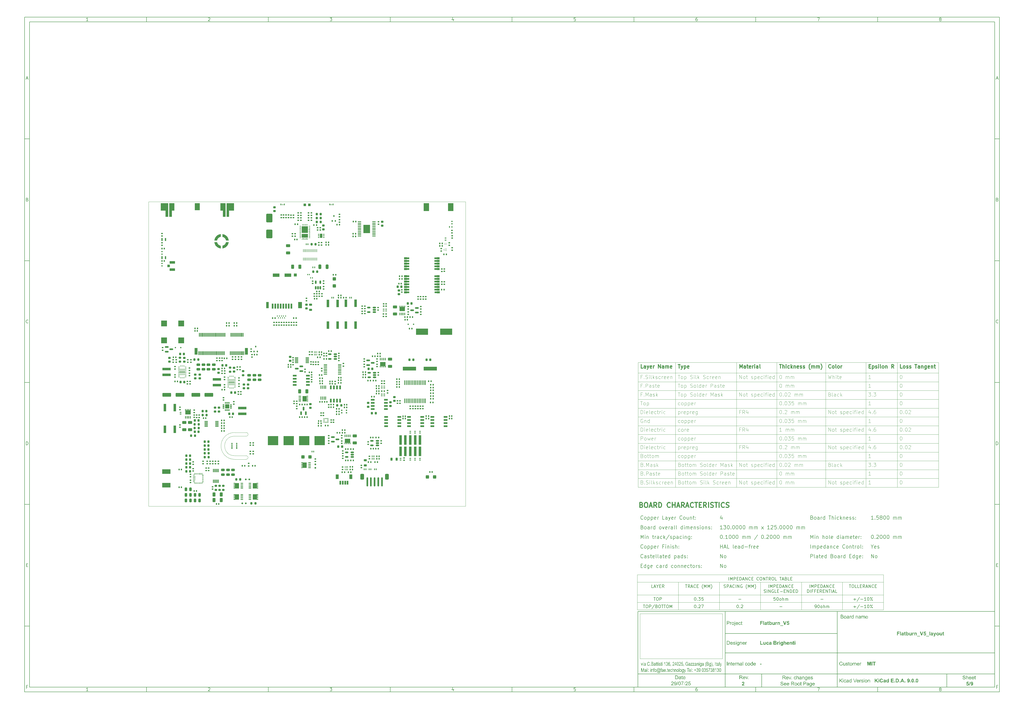
<source format=gbr>
%TF.GenerationSoftware,KiCad,Pcbnew,9.0.0*%
%TF.CreationDate,2025-07-29T08:56:10+02:00*%
%TF.ProjectId,Flatburn_V5,466c6174-6275-4726-9e5f-56352e6b6963,2*%
%TF.SameCoordinates,Original*%
%TF.FileFunction,Paste,Top*%
%TF.FilePolarity,Positive*%
%FSLAX46Y46*%
G04 Gerber Fmt 4.6, Leading zero omitted, Abs format (unit mm)*
G04 Created by KiCad (PCBNEW 9.0.0) date 2025-07-29 08:56:10*
%MOMM*%
%LPD*%
G01*
G04 APERTURE LIST*
G04 Aperture macros list*
%AMRoundRect*
0 Rectangle with rounded corners*
0 $1 Rounding radius*
0 $2 $3 $4 $5 $6 $7 $8 $9 X,Y pos of 4 corners*
0 Add a 4 corners polygon primitive as box body*
4,1,4,$2,$3,$4,$5,$6,$7,$8,$9,$2,$3,0*
0 Add four circle primitives for the rounded corners*
1,1,$1+$1,$2,$3*
1,1,$1+$1,$4,$5*
1,1,$1+$1,$6,$7*
1,1,$1+$1,$8,$9*
0 Add four rect primitives between the rounded corners*
20,1,$1+$1,$2,$3,$4,$5,0*
20,1,$1+$1,$4,$5,$6,$7,0*
20,1,$1+$1,$6,$7,$8,$9,0*
20,1,$1+$1,$8,$9,$2,$3,0*%
%AMFreePoly0*
4,1,9,0.616500,0.298453,1.511850,0.298453,1.511850,-0.298447,0.616500,-0.298447,0.616500,-0.400047,-0.590000,-0.400047,-0.590000,0.400053,0.616500,0.400053,0.616500,0.298453,0.616500,0.298453,$1*%
%AMFreePoly1*
4,1,9,0.603250,0.298450,1.498600,0.298450,1.498600,-0.298450,0.603250,-0.298450,0.603250,-0.400050,-0.603250,-0.400050,-0.603250,0.400050,0.603250,0.400050,0.603250,0.298450,0.603250,0.298450,$1*%
%AMFreePoly2*
4,1,9,0.603250,0.298449,1.498600,0.298449,1.498600,-0.298451,0.603250,-0.298451,0.603250,-0.400001,-0.603250,-0.400001,-0.603250,0.400049,0.603250,0.400049,0.603250,0.298449,0.603250,0.298449,$1*%
%AMFreePoly3*
4,1,9,0.603250,-0.400050,-0.603250,-0.400050,-0.603250,-0.298450,-1.498600,-0.298450,-1.498600,0.298450,-0.603250,0.298450,-0.603250,0.400050,0.603250,0.400050,0.603250,-0.400050,0.603250,-0.400050,$1*%
%AMFreePoly4*
4,1,9,0.603250,-0.400001,-0.603250,-0.400001,-0.603250,-0.298450,-1.498600,-0.298450,-1.498600,0.298450,-0.603250,0.298450,-0.603250,0.400050,0.603250,0.400050,0.603250,-0.400001,0.603250,-0.400001,$1*%
G04 Aperture macros list end*
%ADD10C,0.100000*%
%ADD11C,0.150000*%
%ADD12C,0.000000*%
%ADD13C,0.010000*%
%ADD14RoundRect,0.150000X0.200000X-0.150000X0.200000X0.150000X-0.200000X0.150000X-0.200000X-0.150000X0*%
%ADD15RoundRect,0.140000X-0.170000X0.140000X-0.170000X-0.140000X0.170000X-0.140000X0.170000X0.140000X0*%
%ADD16RoundRect,0.225000X0.250000X-0.225000X0.250000X0.225000X-0.250000X0.225000X-0.250000X-0.225000X0*%
%ADD17RoundRect,0.135000X-0.135000X-0.185000X0.135000X-0.185000X0.135000X0.185000X-0.135000X0.185000X0*%
%ADD18RoundRect,0.150000X-0.587500X-0.150000X0.587500X-0.150000X0.587500X0.150000X-0.587500X0.150000X0*%
%ADD19RoundRect,0.218750X-0.381250X0.218750X-0.381250X-0.218750X0.381250X-0.218750X0.381250X0.218750X0*%
%ADD20RoundRect,0.225000X-0.225000X-0.250000X0.225000X-0.250000X0.225000X0.250000X-0.225000X0.250000X0*%
%ADD21RoundRect,0.200000X0.275000X-0.200000X0.275000X0.200000X-0.275000X0.200000X-0.275000X-0.200000X0*%
%ADD22RoundRect,0.135000X-0.185000X0.135000X-0.185000X-0.135000X0.185000X-0.135000X0.185000X0.135000X0*%
%ADD23RoundRect,0.250000X0.400000X0.450000X-0.400000X0.450000X-0.400000X-0.450000X0.400000X-0.450000X0*%
%ADD24RoundRect,0.140000X-0.140000X-0.170000X0.140000X-0.170000X0.140000X0.170000X-0.140000X0.170000X0*%
%ADD25RoundRect,0.250000X0.625000X-0.312500X0.625000X0.312500X-0.625000X0.312500X-0.625000X-0.312500X0*%
%ADD26RoundRect,0.140000X0.140000X0.170000X-0.140000X0.170000X-0.140000X-0.170000X0.140000X-0.170000X0*%
%ADD27RoundRect,0.135000X0.185000X-0.135000X0.185000X0.135000X-0.185000X0.135000X-0.185000X-0.135000X0*%
%ADD28RoundRect,0.250000X0.250000X0.475000X-0.250000X0.475000X-0.250000X-0.475000X0.250000X-0.475000X0*%
%ADD29RoundRect,0.225000X-0.250000X0.225000X-0.250000X-0.225000X0.250000X-0.225000X0.250000X0.225000X0*%
%ADD30RoundRect,0.140000X0.170000X-0.140000X0.170000X0.140000X-0.170000X0.140000X-0.170000X-0.140000X0*%
%ADD31RoundRect,0.250000X-0.625000X0.312500X-0.625000X-0.312500X0.625000X-0.312500X0.625000X0.312500X0*%
%ADD32R,0.400000X0.700000*%
%ADD33RoundRect,0.150000X0.587500X0.150000X-0.587500X0.150000X-0.587500X-0.150000X0.587500X-0.150000X0*%
%ADD34R,4.900000X2.500000*%
%ADD35R,0.199999X0.750000*%
%ADD36R,0.699998X0.199999*%
%ADD37R,0.200000X0.599999*%
%ADD38R,0.199996X0.700000*%
%ADD39R,0.700000X0.200000*%
%ADD40R,0.599999X0.200000*%
%ADD41R,0.699999X0.200000*%
%ADD42R,0.199999X0.699998*%
%ADD43R,0.200000X0.700001*%
%ADD44R,0.200000X0.650001*%
%ADD45R,0.200000X0.680001*%
%ADD46R,0.699998X0.200000*%
%ADD47R,0.199998X0.749998*%
%ADD48R,1.000000X0.200000*%
%ADD49R,0.950001X0.200000*%
%ADD50R,0.300000X0.700000*%
%ADD51R,0.250000X0.500000*%
%ADD52RoundRect,0.200000X-0.200000X-0.275000X0.200000X-0.275000X0.200000X0.275000X-0.200000X0.275000X0*%
%ADD53RoundRect,0.250000X0.475000X-0.250000X0.475000X0.250000X-0.475000X0.250000X-0.475000X-0.250000X0*%
%ADD54R,1.475000X0.450000*%
%ADD55R,0.405000X0.990000*%
%ADD56R,0.077000X0.250000*%
%ADD57R,0.405000X0.510000*%
%ADD58R,2.235000X1.725000*%
%ADD59R,5.500000X1.500000*%
%ADD60RoundRect,0.250000X-0.475000X0.250000X-0.475000X-0.250000X0.475000X-0.250000X0.475000X0.250000X0*%
%ADD61RoundRect,0.135000X0.135000X0.185000X-0.135000X0.185000X-0.135000X-0.185000X0.135000X-0.185000X0*%
%ADD62R,0.750000X0.190000*%
%ADD63RoundRect,0.112500X-0.112500X-0.237500X0.112500X-0.237500X0.112500X0.237500X-0.112500X0.237500X0*%
%ADD64R,0.450000X1.425000*%
%ADD65RoundRect,0.218750X0.256250X-0.218750X0.256250X0.218750X-0.256250X0.218750X-0.256250X-0.218750X0*%
%ADD66RoundRect,0.225000X0.225000X0.250000X-0.225000X0.250000X-0.225000X-0.250000X0.225000X-0.250000X0*%
%ADD67R,2.200000X3.200000*%
%ADD68RoundRect,0.150000X0.150000X-0.587500X0.150000X0.587500X-0.150000X0.587500X-0.150000X-0.587500X0*%
%ADD69RoundRect,0.250000X-1.500000X-0.550000X1.500000X-0.550000X1.500000X0.550000X-1.500000X0.550000X0*%
%ADD70RoundRect,0.250000X-0.450000X0.400000X-0.450000X-0.400000X0.450000X-0.400000X0.450000X0.400000X0*%
%ADD71R,0.270000X1.300000*%
%ADD72R,1.050000X1.050000*%
%ADD73R,2.200000X1.050000*%
%ADD74R,1.500000X0.650000*%
%ADD75R,0.540000X0.560000*%
%ADD76R,0.990000X0.405000*%
%ADD77R,0.250000X0.077000*%
%ADD78R,0.510000X0.405000*%
%ADD79R,1.725000X2.235000*%
%ADD80R,1.400000X0.300000*%
%ADD81R,0.700000X0.400000*%
%ADD82R,4.240000X3.810000*%
%ADD83R,3.400000X0.980000*%
%ADD84RoundRect,0.056250X-0.188750X-0.168750X0.188750X-0.168750X0.188750X0.168750X-0.188750X0.168750X0*%
%ADD85R,0.190000X0.750000*%
%ADD86RoundRect,0.250001X-0.499999X-0.899999X0.499999X-0.899999X0.499999X0.899999X-0.499999X0.899999X0*%
%ADD87RoundRect,0.175000X-0.175000X-1.675000X0.175000X-1.675000X0.175000X1.675000X-0.175000X1.675000X0*%
%ADD88RoundRect,0.150000X0.512500X0.150000X-0.512500X0.150000X-0.512500X-0.150000X0.512500X-0.150000X0*%
%ADD89R,0.700000X2.000000*%
%ADD90R,2.700000X1.400000*%
%ADD91R,1.000000X2.600000*%
%ADD92R,1.200000X1.200000*%
%ADD93R,1.500000X2.600000*%
%ADD94R,0.650000X1.500000*%
%ADD95R,0.200000X0.550000*%
%ADD96R,0.550000X0.200000*%
%ADD97R,0.200000X0.350000*%
%ADD98R,0.350000X0.200000*%
%ADD99R,2.650000X2.720000*%
%ADD100R,2.650000X1.530000*%
%ADD101R,1.100000X0.200000*%
%ADD102R,0.200000X0.600000*%
%ADD103R,2.000000X3.000000*%
%ADD104R,0.600000X0.350000*%
%ADD105R,1.100000X1.700000*%
%ADD106R,1.020000X3.900000*%
%ADD107RoundRect,0.125000X-0.125000X-0.125000X0.125000X-0.125000X0.125000X0.125000X-0.125000X0.125000X0*%
%ADD108R,3.400000X1.850000*%
%ADD109RoundRect,0.250000X-0.325000X-0.650000X0.325000X-0.650000X0.325000X0.650000X-0.325000X0.650000X0*%
%ADD110RoundRect,0.150000X0.150000X0.200000X-0.150000X0.200000X-0.150000X-0.200000X0.150000X-0.200000X0*%
%ADD111RoundRect,0.250000X0.312500X0.625000X-0.312500X0.625000X-0.312500X-0.625000X0.312500X-0.625000X0*%
%ADD112R,2.489200X2.489200*%
%ADD113R,0.410000X0.660000*%
%ADD114R,0.250000X0.600000*%
%ADD115R,0.650000X0.250000*%
%ADD116R,0.600000X0.250000*%
%ADD117R,3.400000X0.250000*%
%ADD118R,0.525000X0.250000*%
%ADD119R,2.350000X0.330000*%
%ADD120R,0.270000X0.345000*%
%ADD121RoundRect,0.075000X-0.075000X0.175000X-0.075000X-0.175000X0.075000X-0.175000X0.075000X0.175000X0*%
%ADD122RoundRect,0.200000X0.200000X0.275000X-0.200000X0.275000X-0.200000X-0.275000X0.200000X-0.275000X0*%
%ADD123RoundRect,0.218750X0.218750X0.381250X-0.218750X0.381250X-0.218750X-0.381250X0.218750X-0.381250X0*%
%ADD124R,1.000000X3.100000*%
%ADD125R,0.660000X0.410000*%
%ADD126RoundRect,0.250000X1.500000X0.550000X-1.500000X0.550000X-1.500000X-0.550000X1.500000X-0.550000X0*%
%ADD127RoundRect,0.250000X1.000000X-1.500000X1.000000X1.500000X-1.000000X1.500000X-1.000000X-1.500000X0*%
%ADD128R,2.750000X3.430000*%
%ADD129RoundRect,0.150000X-0.150000X-0.200000X0.150000X-0.200000X0.150000X0.200000X-0.150000X0.200000X0*%
%ADD130R,1.000000X1.000000*%
%ADD131R,0.450000X1.850000*%
%ADD132R,0.250000X0.250000*%
%ADD133R,0.300000X1.550000*%
%ADD134R,1.200000X2.750000*%
%ADD135FreePoly0,180.000000*%
%ADD136FreePoly1,180.000000*%
%ADD137FreePoly2,180.000000*%
%ADD138FreePoly3,180.000000*%
%ADD139FreePoly4,180.000000*%
%ADD140R,0.800000X0.300000*%
%ADD141R,0.300000X0.800000*%
%ADD142R,1.700000X1.700000*%
%ADD143R,0.300000X0.550000*%
%ADD144R,1.295400X1.905000*%
%ADD145R,0.660400X1.549400*%
%ADD146R,0.570000X1.150000*%
%ADD147R,0.376600X0.304800*%
%ADD148R,0.304800X0.376600*%
%ADD149R,0.300000X1.400000*%
%ADD150RoundRect,0.150000X0.150000X-0.512500X0.150000X0.512500X-0.150000X0.512500X-0.150000X-0.512500X0*%
%ADD151RoundRect,0.250000X-0.312500X-0.625000X0.312500X-0.625000X0.312500X0.625000X-0.312500X0.625000X0*%
%ADD152R,0.650000X0.350000*%
%ADD153C,0.200000*%
%ADD154C,0.400000*%
%ADD155C,0.300000*%
%ADD156C,0.158750*%
%TA.AperFunction,Profile*%
%ADD157C,0.050000*%
%TD*%
G04 APERTURE END LIST*
D10*
X262466667Y-254931334D02*
X262466667Y-273388667D01*
X296333333Y-273388667D01*
X296333333Y-254931334D01*
X262466667Y-254931334D01*
D11*
X10000000Y-10000000D02*
X409989000Y-10000000D01*
X409989000Y-287002200D01*
X10000000Y-287002200D01*
X10000000Y-10000000D01*
D10*
D11*
X12000000Y-12000000D02*
X407989000Y-12000000D01*
X407989000Y-285002200D01*
X12000000Y-285002200D01*
X12000000Y-12000000D01*
D10*
D11*
X60000000Y-12000000D02*
X60000000Y-10000000D01*
D10*
D11*
X110000000Y-12000000D02*
X110000000Y-10000000D01*
D10*
D11*
X160000000Y-12000000D02*
X160000000Y-10000000D01*
D10*
D11*
X210000000Y-12000000D02*
X210000000Y-10000000D01*
D10*
D11*
X260000000Y-12000000D02*
X260000000Y-10000000D01*
D10*
D11*
X310000000Y-12000000D02*
X310000000Y-10000000D01*
D10*
D11*
X360000000Y-12000000D02*
X360000000Y-10000000D01*
D10*
D11*
X36089160Y-11593604D02*
X35346303Y-11593604D01*
X35717731Y-11593604D02*
X35717731Y-10293604D01*
X35717731Y-10293604D02*
X35593922Y-10479319D01*
X35593922Y-10479319D02*
X35470112Y-10603128D01*
X35470112Y-10603128D02*
X35346303Y-10665033D01*
D10*
D11*
X85346303Y-10417414D02*
X85408207Y-10355509D01*
X85408207Y-10355509D02*
X85532017Y-10293604D01*
X85532017Y-10293604D02*
X85841541Y-10293604D01*
X85841541Y-10293604D02*
X85965350Y-10355509D01*
X85965350Y-10355509D02*
X86027255Y-10417414D01*
X86027255Y-10417414D02*
X86089160Y-10541223D01*
X86089160Y-10541223D02*
X86089160Y-10665033D01*
X86089160Y-10665033D02*
X86027255Y-10850747D01*
X86027255Y-10850747D02*
X85284398Y-11593604D01*
X85284398Y-11593604D02*
X86089160Y-11593604D01*
D10*
D11*
X135284398Y-10293604D02*
X136089160Y-10293604D01*
X136089160Y-10293604D02*
X135655826Y-10788842D01*
X135655826Y-10788842D02*
X135841541Y-10788842D01*
X135841541Y-10788842D02*
X135965350Y-10850747D01*
X135965350Y-10850747D02*
X136027255Y-10912652D01*
X136027255Y-10912652D02*
X136089160Y-11036461D01*
X136089160Y-11036461D02*
X136089160Y-11345985D01*
X136089160Y-11345985D02*
X136027255Y-11469795D01*
X136027255Y-11469795D02*
X135965350Y-11531700D01*
X135965350Y-11531700D02*
X135841541Y-11593604D01*
X135841541Y-11593604D02*
X135470112Y-11593604D01*
X135470112Y-11593604D02*
X135346303Y-11531700D01*
X135346303Y-11531700D02*
X135284398Y-11469795D01*
D10*
D11*
X185965350Y-10726938D02*
X185965350Y-11593604D01*
X185655826Y-10231700D02*
X185346303Y-11160271D01*
X185346303Y-11160271D02*
X186151064Y-11160271D01*
D10*
D11*
X236027255Y-10293604D02*
X235408207Y-10293604D01*
X235408207Y-10293604D02*
X235346303Y-10912652D01*
X235346303Y-10912652D02*
X235408207Y-10850747D01*
X235408207Y-10850747D02*
X235532017Y-10788842D01*
X235532017Y-10788842D02*
X235841541Y-10788842D01*
X235841541Y-10788842D02*
X235965350Y-10850747D01*
X235965350Y-10850747D02*
X236027255Y-10912652D01*
X236027255Y-10912652D02*
X236089160Y-11036461D01*
X236089160Y-11036461D02*
X236089160Y-11345985D01*
X236089160Y-11345985D02*
X236027255Y-11469795D01*
X236027255Y-11469795D02*
X235965350Y-11531700D01*
X235965350Y-11531700D02*
X235841541Y-11593604D01*
X235841541Y-11593604D02*
X235532017Y-11593604D01*
X235532017Y-11593604D02*
X235408207Y-11531700D01*
X235408207Y-11531700D02*
X235346303Y-11469795D01*
D10*
D11*
X285965350Y-10293604D02*
X285717731Y-10293604D01*
X285717731Y-10293604D02*
X285593922Y-10355509D01*
X285593922Y-10355509D02*
X285532017Y-10417414D01*
X285532017Y-10417414D02*
X285408207Y-10603128D01*
X285408207Y-10603128D02*
X285346303Y-10850747D01*
X285346303Y-10850747D02*
X285346303Y-11345985D01*
X285346303Y-11345985D02*
X285408207Y-11469795D01*
X285408207Y-11469795D02*
X285470112Y-11531700D01*
X285470112Y-11531700D02*
X285593922Y-11593604D01*
X285593922Y-11593604D02*
X285841541Y-11593604D01*
X285841541Y-11593604D02*
X285965350Y-11531700D01*
X285965350Y-11531700D02*
X286027255Y-11469795D01*
X286027255Y-11469795D02*
X286089160Y-11345985D01*
X286089160Y-11345985D02*
X286089160Y-11036461D01*
X286089160Y-11036461D02*
X286027255Y-10912652D01*
X286027255Y-10912652D02*
X285965350Y-10850747D01*
X285965350Y-10850747D02*
X285841541Y-10788842D01*
X285841541Y-10788842D02*
X285593922Y-10788842D01*
X285593922Y-10788842D02*
X285470112Y-10850747D01*
X285470112Y-10850747D02*
X285408207Y-10912652D01*
X285408207Y-10912652D02*
X285346303Y-11036461D01*
D10*
D11*
X335284398Y-10293604D02*
X336151064Y-10293604D01*
X336151064Y-10293604D02*
X335593922Y-11593604D01*
D10*
D11*
X385593922Y-10850747D02*
X385470112Y-10788842D01*
X385470112Y-10788842D02*
X385408207Y-10726938D01*
X385408207Y-10726938D02*
X385346303Y-10603128D01*
X385346303Y-10603128D02*
X385346303Y-10541223D01*
X385346303Y-10541223D02*
X385408207Y-10417414D01*
X385408207Y-10417414D02*
X385470112Y-10355509D01*
X385470112Y-10355509D02*
X385593922Y-10293604D01*
X385593922Y-10293604D02*
X385841541Y-10293604D01*
X385841541Y-10293604D02*
X385965350Y-10355509D01*
X385965350Y-10355509D02*
X386027255Y-10417414D01*
X386027255Y-10417414D02*
X386089160Y-10541223D01*
X386089160Y-10541223D02*
X386089160Y-10603128D01*
X386089160Y-10603128D02*
X386027255Y-10726938D01*
X386027255Y-10726938D02*
X385965350Y-10788842D01*
X385965350Y-10788842D02*
X385841541Y-10850747D01*
X385841541Y-10850747D02*
X385593922Y-10850747D01*
X385593922Y-10850747D02*
X385470112Y-10912652D01*
X385470112Y-10912652D02*
X385408207Y-10974557D01*
X385408207Y-10974557D02*
X385346303Y-11098366D01*
X385346303Y-11098366D02*
X385346303Y-11345985D01*
X385346303Y-11345985D02*
X385408207Y-11469795D01*
X385408207Y-11469795D02*
X385470112Y-11531700D01*
X385470112Y-11531700D02*
X385593922Y-11593604D01*
X385593922Y-11593604D02*
X385841541Y-11593604D01*
X385841541Y-11593604D02*
X385965350Y-11531700D01*
X385965350Y-11531700D02*
X386027255Y-11469795D01*
X386027255Y-11469795D02*
X386089160Y-11345985D01*
X386089160Y-11345985D02*
X386089160Y-11098366D01*
X386089160Y-11098366D02*
X386027255Y-10974557D01*
X386027255Y-10974557D02*
X385965350Y-10912652D01*
X385965350Y-10912652D02*
X385841541Y-10850747D01*
D10*
D11*
X60000000Y-285002200D02*
X60000000Y-287002200D01*
D10*
D11*
X110000000Y-285002200D02*
X110000000Y-287002200D01*
D10*
D11*
X160000000Y-285002200D02*
X160000000Y-287002200D01*
D10*
D11*
X210000000Y-285002200D02*
X210000000Y-287002200D01*
D10*
D11*
X260000000Y-285002200D02*
X260000000Y-287002200D01*
D10*
D11*
X310000000Y-285002200D02*
X310000000Y-287002200D01*
D10*
D11*
X360000000Y-285002200D02*
X360000000Y-287002200D01*
D10*
D11*
X36089160Y-286595804D02*
X35346303Y-286595804D01*
X35717731Y-286595804D02*
X35717731Y-285295804D01*
X35717731Y-285295804D02*
X35593922Y-285481519D01*
X35593922Y-285481519D02*
X35470112Y-285605328D01*
X35470112Y-285605328D02*
X35346303Y-285667233D01*
D10*
D11*
X85346303Y-285419614D02*
X85408207Y-285357709D01*
X85408207Y-285357709D02*
X85532017Y-285295804D01*
X85532017Y-285295804D02*
X85841541Y-285295804D01*
X85841541Y-285295804D02*
X85965350Y-285357709D01*
X85965350Y-285357709D02*
X86027255Y-285419614D01*
X86027255Y-285419614D02*
X86089160Y-285543423D01*
X86089160Y-285543423D02*
X86089160Y-285667233D01*
X86089160Y-285667233D02*
X86027255Y-285852947D01*
X86027255Y-285852947D02*
X85284398Y-286595804D01*
X85284398Y-286595804D02*
X86089160Y-286595804D01*
D10*
D11*
X135284398Y-285295804D02*
X136089160Y-285295804D01*
X136089160Y-285295804D02*
X135655826Y-285791042D01*
X135655826Y-285791042D02*
X135841541Y-285791042D01*
X135841541Y-285791042D02*
X135965350Y-285852947D01*
X135965350Y-285852947D02*
X136027255Y-285914852D01*
X136027255Y-285914852D02*
X136089160Y-286038661D01*
X136089160Y-286038661D02*
X136089160Y-286348185D01*
X136089160Y-286348185D02*
X136027255Y-286471995D01*
X136027255Y-286471995D02*
X135965350Y-286533900D01*
X135965350Y-286533900D02*
X135841541Y-286595804D01*
X135841541Y-286595804D02*
X135470112Y-286595804D01*
X135470112Y-286595804D02*
X135346303Y-286533900D01*
X135346303Y-286533900D02*
X135284398Y-286471995D01*
D10*
D11*
X185965350Y-285729138D02*
X185965350Y-286595804D01*
X185655826Y-285233900D02*
X185346303Y-286162471D01*
X185346303Y-286162471D02*
X186151064Y-286162471D01*
D10*
D11*
X236027255Y-285295804D02*
X235408207Y-285295804D01*
X235408207Y-285295804D02*
X235346303Y-285914852D01*
X235346303Y-285914852D02*
X235408207Y-285852947D01*
X235408207Y-285852947D02*
X235532017Y-285791042D01*
X235532017Y-285791042D02*
X235841541Y-285791042D01*
X235841541Y-285791042D02*
X235965350Y-285852947D01*
X235965350Y-285852947D02*
X236027255Y-285914852D01*
X236027255Y-285914852D02*
X236089160Y-286038661D01*
X236089160Y-286038661D02*
X236089160Y-286348185D01*
X236089160Y-286348185D02*
X236027255Y-286471995D01*
X236027255Y-286471995D02*
X235965350Y-286533900D01*
X235965350Y-286533900D02*
X235841541Y-286595804D01*
X235841541Y-286595804D02*
X235532017Y-286595804D01*
X235532017Y-286595804D02*
X235408207Y-286533900D01*
X235408207Y-286533900D02*
X235346303Y-286471995D01*
D10*
D11*
X285965350Y-285295804D02*
X285717731Y-285295804D01*
X285717731Y-285295804D02*
X285593922Y-285357709D01*
X285593922Y-285357709D02*
X285532017Y-285419614D01*
X285532017Y-285419614D02*
X285408207Y-285605328D01*
X285408207Y-285605328D02*
X285346303Y-285852947D01*
X285346303Y-285852947D02*
X285346303Y-286348185D01*
X285346303Y-286348185D02*
X285408207Y-286471995D01*
X285408207Y-286471995D02*
X285470112Y-286533900D01*
X285470112Y-286533900D02*
X285593922Y-286595804D01*
X285593922Y-286595804D02*
X285841541Y-286595804D01*
X285841541Y-286595804D02*
X285965350Y-286533900D01*
X285965350Y-286533900D02*
X286027255Y-286471995D01*
X286027255Y-286471995D02*
X286089160Y-286348185D01*
X286089160Y-286348185D02*
X286089160Y-286038661D01*
X286089160Y-286038661D02*
X286027255Y-285914852D01*
X286027255Y-285914852D02*
X285965350Y-285852947D01*
X285965350Y-285852947D02*
X285841541Y-285791042D01*
X285841541Y-285791042D02*
X285593922Y-285791042D01*
X285593922Y-285791042D02*
X285470112Y-285852947D01*
X285470112Y-285852947D02*
X285408207Y-285914852D01*
X285408207Y-285914852D02*
X285346303Y-286038661D01*
D10*
D11*
X335284398Y-285295804D02*
X336151064Y-285295804D01*
X336151064Y-285295804D02*
X335593922Y-286595804D01*
D10*
D11*
X385593922Y-285852947D02*
X385470112Y-285791042D01*
X385470112Y-285791042D02*
X385408207Y-285729138D01*
X385408207Y-285729138D02*
X385346303Y-285605328D01*
X385346303Y-285605328D02*
X385346303Y-285543423D01*
X385346303Y-285543423D02*
X385408207Y-285419614D01*
X385408207Y-285419614D02*
X385470112Y-285357709D01*
X385470112Y-285357709D02*
X385593922Y-285295804D01*
X385593922Y-285295804D02*
X385841541Y-285295804D01*
X385841541Y-285295804D02*
X385965350Y-285357709D01*
X385965350Y-285357709D02*
X386027255Y-285419614D01*
X386027255Y-285419614D02*
X386089160Y-285543423D01*
X386089160Y-285543423D02*
X386089160Y-285605328D01*
X386089160Y-285605328D02*
X386027255Y-285729138D01*
X386027255Y-285729138D02*
X385965350Y-285791042D01*
X385965350Y-285791042D02*
X385841541Y-285852947D01*
X385841541Y-285852947D02*
X385593922Y-285852947D01*
X385593922Y-285852947D02*
X385470112Y-285914852D01*
X385470112Y-285914852D02*
X385408207Y-285976757D01*
X385408207Y-285976757D02*
X385346303Y-286100566D01*
X385346303Y-286100566D02*
X385346303Y-286348185D01*
X385346303Y-286348185D02*
X385408207Y-286471995D01*
X385408207Y-286471995D02*
X385470112Y-286533900D01*
X385470112Y-286533900D02*
X385593922Y-286595804D01*
X385593922Y-286595804D02*
X385841541Y-286595804D01*
X385841541Y-286595804D02*
X385965350Y-286533900D01*
X385965350Y-286533900D02*
X386027255Y-286471995D01*
X386027255Y-286471995D02*
X386089160Y-286348185D01*
X386089160Y-286348185D02*
X386089160Y-286100566D01*
X386089160Y-286100566D02*
X386027255Y-285976757D01*
X386027255Y-285976757D02*
X385965350Y-285914852D01*
X385965350Y-285914852D02*
X385841541Y-285852947D01*
D10*
D11*
X10000000Y-60000000D02*
X12000000Y-60000000D01*
D10*
D11*
X10000000Y-110000000D02*
X12000000Y-110000000D01*
D10*
D11*
X10000000Y-160000000D02*
X12000000Y-160000000D01*
D10*
D11*
X10000000Y-210000000D02*
X12000000Y-210000000D01*
D10*
D11*
X10000000Y-260000000D02*
X12000000Y-260000000D01*
D10*
D11*
X10690476Y-35222176D02*
X11309523Y-35222176D01*
X10566666Y-35593604D02*
X10999999Y-34293604D01*
X10999999Y-34293604D02*
X11433333Y-35593604D01*
D10*
D11*
X11092857Y-84912652D02*
X11278571Y-84974557D01*
X11278571Y-84974557D02*
X11340476Y-85036461D01*
X11340476Y-85036461D02*
X11402380Y-85160271D01*
X11402380Y-85160271D02*
X11402380Y-85345985D01*
X11402380Y-85345985D02*
X11340476Y-85469795D01*
X11340476Y-85469795D02*
X11278571Y-85531700D01*
X11278571Y-85531700D02*
X11154761Y-85593604D01*
X11154761Y-85593604D02*
X10659523Y-85593604D01*
X10659523Y-85593604D02*
X10659523Y-84293604D01*
X10659523Y-84293604D02*
X11092857Y-84293604D01*
X11092857Y-84293604D02*
X11216666Y-84355509D01*
X11216666Y-84355509D02*
X11278571Y-84417414D01*
X11278571Y-84417414D02*
X11340476Y-84541223D01*
X11340476Y-84541223D02*
X11340476Y-84665033D01*
X11340476Y-84665033D02*
X11278571Y-84788842D01*
X11278571Y-84788842D02*
X11216666Y-84850747D01*
X11216666Y-84850747D02*
X11092857Y-84912652D01*
X11092857Y-84912652D02*
X10659523Y-84912652D01*
D10*
D11*
X11402380Y-135469795D02*
X11340476Y-135531700D01*
X11340476Y-135531700D02*
X11154761Y-135593604D01*
X11154761Y-135593604D02*
X11030952Y-135593604D01*
X11030952Y-135593604D02*
X10845238Y-135531700D01*
X10845238Y-135531700D02*
X10721428Y-135407890D01*
X10721428Y-135407890D02*
X10659523Y-135284080D01*
X10659523Y-135284080D02*
X10597619Y-135036461D01*
X10597619Y-135036461D02*
X10597619Y-134850747D01*
X10597619Y-134850747D02*
X10659523Y-134603128D01*
X10659523Y-134603128D02*
X10721428Y-134479319D01*
X10721428Y-134479319D02*
X10845238Y-134355509D01*
X10845238Y-134355509D02*
X11030952Y-134293604D01*
X11030952Y-134293604D02*
X11154761Y-134293604D01*
X11154761Y-134293604D02*
X11340476Y-134355509D01*
X11340476Y-134355509D02*
X11402380Y-134417414D01*
D10*
D11*
X10659523Y-185593604D02*
X10659523Y-184293604D01*
X10659523Y-184293604D02*
X10969047Y-184293604D01*
X10969047Y-184293604D02*
X11154761Y-184355509D01*
X11154761Y-184355509D02*
X11278571Y-184479319D01*
X11278571Y-184479319D02*
X11340476Y-184603128D01*
X11340476Y-184603128D02*
X11402380Y-184850747D01*
X11402380Y-184850747D02*
X11402380Y-185036461D01*
X11402380Y-185036461D02*
X11340476Y-185284080D01*
X11340476Y-185284080D02*
X11278571Y-185407890D01*
X11278571Y-185407890D02*
X11154761Y-185531700D01*
X11154761Y-185531700D02*
X10969047Y-185593604D01*
X10969047Y-185593604D02*
X10659523Y-185593604D01*
D10*
D11*
X10721428Y-234912652D02*
X11154762Y-234912652D01*
X11340476Y-235593604D02*
X10721428Y-235593604D01*
X10721428Y-235593604D02*
X10721428Y-234293604D01*
X10721428Y-234293604D02*
X11340476Y-234293604D01*
D10*
D11*
X11185714Y-284912652D02*
X10752380Y-284912652D01*
X10752380Y-285593604D02*
X10752380Y-284293604D01*
X10752380Y-284293604D02*
X11371428Y-284293604D01*
D10*
D11*
X409989000Y-60000000D02*
X407989000Y-60000000D01*
D10*
D11*
X409989000Y-110000000D02*
X407989000Y-110000000D01*
D10*
D11*
X409989000Y-160000000D02*
X407989000Y-160000000D01*
D10*
D11*
X409989000Y-210000000D02*
X407989000Y-210000000D01*
D10*
D11*
X409989000Y-260000000D02*
X407989000Y-260000000D01*
D10*
D11*
X408679476Y-35222176D02*
X409298523Y-35222176D01*
X408555666Y-35593604D02*
X408988999Y-34293604D01*
X408988999Y-34293604D02*
X409422333Y-35593604D01*
D10*
D11*
X409081857Y-84912652D02*
X409267571Y-84974557D01*
X409267571Y-84974557D02*
X409329476Y-85036461D01*
X409329476Y-85036461D02*
X409391380Y-85160271D01*
X409391380Y-85160271D02*
X409391380Y-85345985D01*
X409391380Y-85345985D02*
X409329476Y-85469795D01*
X409329476Y-85469795D02*
X409267571Y-85531700D01*
X409267571Y-85531700D02*
X409143761Y-85593604D01*
X409143761Y-85593604D02*
X408648523Y-85593604D01*
X408648523Y-85593604D02*
X408648523Y-84293604D01*
X408648523Y-84293604D02*
X409081857Y-84293604D01*
X409081857Y-84293604D02*
X409205666Y-84355509D01*
X409205666Y-84355509D02*
X409267571Y-84417414D01*
X409267571Y-84417414D02*
X409329476Y-84541223D01*
X409329476Y-84541223D02*
X409329476Y-84665033D01*
X409329476Y-84665033D02*
X409267571Y-84788842D01*
X409267571Y-84788842D02*
X409205666Y-84850747D01*
X409205666Y-84850747D02*
X409081857Y-84912652D01*
X409081857Y-84912652D02*
X408648523Y-84912652D01*
D10*
D11*
X409391380Y-135469795D02*
X409329476Y-135531700D01*
X409329476Y-135531700D02*
X409143761Y-135593604D01*
X409143761Y-135593604D02*
X409019952Y-135593604D01*
X409019952Y-135593604D02*
X408834238Y-135531700D01*
X408834238Y-135531700D02*
X408710428Y-135407890D01*
X408710428Y-135407890D02*
X408648523Y-135284080D01*
X408648523Y-135284080D02*
X408586619Y-135036461D01*
X408586619Y-135036461D02*
X408586619Y-134850747D01*
X408586619Y-134850747D02*
X408648523Y-134603128D01*
X408648523Y-134603128D02*
X408710428Y-134479319D01*
X408710428Y-134479319D02*
X408834238Y-134355509D01*
X408834238Y-134355509D02*
X409019952Y-134293604D01*
X409019952Y-134293604D02*
X409143761Y-134293604D01*
X409143761Y-134293604D02*
X409329476Y-134355509D01*
X409329476Y-134355509D02*
X409391380Y-134417414D01*
D10*
D11*
X408648523Y-185593604D02*
X408648523Y-184293604D01*
X408648523Y-184293604D02*
X408958047Y-184293604D01*
X408958047Y-184293604D02*
X409143761Y-184355509D01*
X409143761Y-184355509D02*
X409267571Y-184479319D01*
X409267571Y-184479319D02*
X409329476Y-184603128D01*
X409329476Y-184603128D02*
X409391380Y-184850747D01*
X409391380Y-184850747D02*
X409391380Y-185036461D01*
X409391380Y-185036461D02*
X409329476Y-185284080D01*
X409329476Y-185284080D02*
X409267571Y-185407890D01*
X409267571Y-185407890D02*
X409143761Y-185531700D01*
X409143761Y-185531700D02*
X408958047Y-185593604D01*
X408958047Y-185593604D02*
X408648523Y-185593604D01*
D10*
D11*
X408710428Y-234912652D02*
X409143762Y-234912652D01*
X409329476Y-235593604D02*
X408710428Y-235593604D01*
X408710428Y-235593604D02*
X408710428Y-234293604D01*
X408710428Y-234293604D02*
X409329476Y-234293604D01*
D10*
D11*
X409174714Y-284912652D02*
X408741380Y-284912652D01*
X408741380Y-285593604D02*
X408741380Y-284293604D01*
X408741380Y-284293604D02*
X409360428Y-284293604D01*
D10*
G36*
X277637791Y-280250297D02*
G01*
X277740379Y-280265625D01*
X277823681Y-280291405D01*
X277896691Y-280327390D01*
X277960747Y-280373519D01*
X278032657Y-280446093D01*
X278091766Y-280531333D01*
X278138434Y-280630890D01*
X278170418Y-280736932D01*
X278190435Y-280855700D01*
X278197419Y-280989011D01*
X278192631Y-281103074D01*
X278178986Y-281204002D01*
X278157393Y-281293277D01*
X278110091Y-281418024D01*
X278054903Y-281512637D01*
X277987944Y-281591748D01*
X277918158Y-281649291D01*
X277838332Y-281692184D01*
X277738822Y-281724854D01*
X277629686Y-281743693D01*
X277497571Y-281750500D01*
X276955536Y-281750500D01*
X276955536Y-281576110D01*
X277154288Y-281576110D01*
X277475040Y-281576110D01*
X277615416Y-281568174D01*
X277708139Y-281548266D01*
X277785980Y-281513542D01*
X277842870Y-281469681D01*
X277885027Y-281418830D01*
X277921844Y-281355593D01*
X277952962Y-281277890D01*
X277973971Y-281196655D01*
X277987566Y-281100126D01*
X277992438Y-280985897D01*
X277986614Y-280863741D01*
X277970628Y-280764507D01*
X277946339Y-280684515D01*
X277915044Y-280620540D01*
X277857269Y-280541954D01*
X277794840Y-280486105D01*
X277727099Y-280449448D01*
X277672187Y-280433979D01*
X277589396Y-280422785D01*
X277469911Y-280418399D01*
X277154288Y-280418399D01*
X277154288Y-281576110D01*
X276955536Y-281576110D01*
X276955536Y-280244010D01*
X277472933Y-280244010D01*
X277637791Y-280250297D01*
G37*
G36*
X279039602Y-280645873D02*
G01*
X279133754Y-280669633D01*
X279212369Y-280708653D01*
X279261799Y-280752157D01*
X279296001Y-280806960D01*
X279319226Y-280877728D01*
X279325603Y-280934363D01*
X279328477Y-281047996D01*
X279328477Y-281294101D01*
X279332393Y-281528505D01*
X279340201Y-281619799D01*
X279357666Y-281686274D01*
X279386820Y-281750500D01*
X279194204Y-281750500D01*
X279171085Y-281689302D01*
X279157293Y-281615036D01*
X279053176Y-281691582D01*
X278960098Y-281738043D01*
X278862699Y-281764819D01*
X278756674Y-281773947D01*
X278666557Y-281767658D01*
X278592337Y-281750156D01*
X278531222Y-281722863D01*
X278480985Y-281686294D01*
X278438800Y-281639326D01*
X278409080Y-281587138D01*
X278390981Y-281528644D01*
X278384723Y-281462262D01*
X278385282Y-281457591D01*
X278581460Y-281457591D01*
X278587727Y-281504436D01*
X278606056Y-281545013D01*
X278637239Y-281580964D01*
X278677370Y-281607072D01*
X278730577Y-281624059D01*
X278800729Y-281630332D01*
X278870559Y-281624911D01*
X278933355Y-281609193D01*
X278990323Y-281583529D01*
X279041326Y-281548006D01*
X279081596Y-281505544D01*
X279112230Y-281455485D01*
X279133324Y-281384726D01*
X279141906Y-281270288D01*
X279141906Y-281202419D01*
X279028344Y-281237773D01*
X278840663Y-281272577D01*
X278735643Y-281291984D01*
X278679829Y-281309672D01*
X278637646Y-281335278D01*
X278607014Y-281369755D01*
X278587887Y-281411365D01*
X278581460Y-281457591D01*
X278385282Y-281457591D01*
X278393943Y-281385241D01*
X278421084Y-281316175D01*
X278463423Y-281256212D01*
X278516339Y-281210112D01*
X278578438Y-281175226D01*
X278649054Y-281149571D01*
X278813002Y-281121910D01*
X279021181Y-281090099D01*
X279141906Y-281058804D01*
X279143005Y-281010902D01*
X279136063Y-280937947D01*
X279117894Y-280887250D01*
X279090706Y-280852815D01*
X279039890Y-280820055D01*
X278971637Y-280798595D01*
X278880688Y-280790625D01*
X278794649Y-280796792D01*
X278732509Y-280812994D01*
X278688530Y-280836787D01*
X278653344Y-280872040D01*
X278622503Y-280924767D01*
X278596847Y-281000185D01*
X278416505Y-280975639D01*
X278437536Y-280899296D01*
X278464707Y-280836970D01*
X278497380Y-280786504D01*
X278538940Y-280743553D01*
X278592534Y-280706562D01*
X278660320Y-280675678D01*
X278772041Y-280647018D01*
X278907341Y-280636752D01*
X279039602Y-280645873D01*
G37*
G36*
X280016417Y-281581972D02*
G01*
X280043070Y-281750500D01*
X279903669Y-281762223D01*
X279809916Y-281753320D01*
X279747964Y-281730533D01*
X279700233Y-281693127D01*
X279670112Y-281647093D01*
X279654857Y-281581147D01*
X279647580Y-281429473D01*
X279647580Y-280803814D01*
X279512300Y-280803814D01*
X279512300Y-280660199D01*
X279647580Y-280660199D01*
X279647580Y-280390097D01*
X279830945Y-280279181D01*
X279830945Y-280660199D01*
X280016417Y-280660199D01*
X280016417Y-280803814D01*
X279830945Y-280803814D01*
X279830945Y-281442479D01*
X279834136Y-281514714D01*
X279840654Y-281544328D01*
X279853415Y-281564542D01*
X279872436Y-281580323D01*
X279897320Y-281589932D01*
X279935451Y-281593696D01*
X280016417Y-281581972D01*
G37*
G36*
X280750305Y-280646502D02*
G01*
X280843680Y-280674598D01*
X280926411Y-280720508D01*
X281000289Y-280785313D01*
X281058430Y-280863004D01*
X281101478Y-280956301D01*
X281128887Y-281068327D01*
X281138683Y-281203060D01*
X281137584Y-281252244D01*
X280326087Y-281252244D01*
X280337326Y-281341498D01*
X280358623Y-281415115D01*
X280388804Y-281475712D01*
X280427478Y-281525369D01*
X280493293Y-281577977D01*
X280568153Y-281609293D01*
X280654990Y-281620074D01*
X280720906Y-281613907D01*
X280778065Y-281596196D01*
X280828189Y-281567317D01*
X280870532Y-281527665D01*
X280908561Y-281472641D01*
X280941945Y-281398790D01*
X281132546Y-281422329D01*
X281092730Y-281527806D01*
X281037136Y-281613225D01*
X280965484Y-281681715D01*
X280902686Y-281720868D01*
X280830933Y-281749601D01*
X280748667Y-281767618D01*
X280653983Y-281773947D01*
X280536283Y-281763970D01*
X280435923Y-281735617D01*
X280349716Y-281690085D01*
X280275345Y-281626943D01*
X280216425Y-281549823D01*
X280172947Y-281457552D01*
X280145337Y-281347107D01*
X280135486Y-281214600D01*
X280143951Y-281098371D01*
X280336345Y-281098371D01*
X280943960Y-281098371D01*
X280929301Y-281009911D01*
X280905498Y-280943937D01*
X280874259Y-280895588D01*
X280826564Y-280849378D01*
X280773439Y-280817034D01*
X280713747Y-280797408D01*
X280645740Y-280790625D01*
X280564445Y-280800210D01*
X280494112Y-280828005D01*
X280432149Y-280874431D01*
X280383905Y-280935063D01*
X280351845Y-281008623D01*
X280336345Y-281098371D01*
X280143951Y-281098371D01*
X280145490Y-281077235D01*
X280173487Y-280962970D01*
X280217473Y-280867759D01*
X280276902Y-280788427D01*
X280352411Y-280722384D01*
X280437328Y-280675498D01*
X280533536Y-280646747D01*
X280643725Y-280636752D01*
X280750305Y-280646502D01*
G37*
G36*
X276274648Y-284096110D02*
G01*
X276274648Y-284270500D01*
X275281801Y-284270500D01*
X275286144Y-284205196D01*
X275303325Y-284142638D01*
X275351287Y-284044391D01*
X275424683Y-283943245D01*
X275519737Y-283844052D01*
X275666025Y-283716190D01*
X275828106Y-283575975D01*
X275933701Y-283471958D01*
X275996944Y-283396538D01*
X276047070Y-283314716D01*
X276074463Y-283241113D01*
X276083039Y-283173513D01*
X276074191Y-283103431D01*
X276048341Y-283042275D01*
X276004637Y-282987767D01*
X275948351Y-282946345D01*
X275881255Y-282920960D01*
X275800298Y-282912021D01*
X275714793Y-282921578D01*
X275644878Y-282948591D01*
X275587074Y-282992529D01*
X275543812Y-283050753D01*
X275516476Y-283123645D01*
X275506199Y-283215370D01*
X275316605Y-283195770D01*
X275334381Y-283090115D01*
X275365283Y-283002528D01*
X275408204Y-282929968D01*
X275463151Y-282870164D01*
X275529372Y-282822718D01*
X275606801Y-282787879D01*
X275697557Y-282765920D01*
X275804328Y-282758148D01*
X275911736Y-282766469D01*
X276002790Y-282789991D01*
X276080350Y-282827420D01*
X276146604Y-282878682D01*
X276202029Y-282942920D01*
X276240948Y-283013130D01*
X276264527Y-283090620D01*
X276272633Y-283177269D01*
X276263512Y-283266578D01*
X276235722Y-283355413D01*
X276189099Y-283441577D01*
X276113264Y-283539786D01*
X276011462Y-283643233D01*
X275828966Y-283805400D01*
X275678550Y-283935710D01*
X275615742Y-283995635D01*
X275572026Y-284046666D01*
X275537981Y-284096110D01*
X276274648Y-284096110D01*
G37*
G36*
X277039536Y-282767016D02*
G01*
X277128319Y-282793237D01*
X277212174Y-282837191D01*
X277285795Y-282896450D01*
X277347097Y-282970787D01*
X277396638Y-283062322D01*
X277428881Y-283162251D01*
X277451185Y-283300020D01*
X277459653Y-283485564D01*
X277451506Y-283678311D01*
X277429578Y-283828826D01*
X277397096Y-283944618D01*
X277346842Y-284052598D01*
X277284873Y-284138196D01*
X277211167Y-284204737D01*
X277125118Y-284253867D01*
X277029440Y-284283674D01*
X276921647Y-284293947D01*
X276834343Y-284287274D01*
X276758455Y-284268213D01*
X276692064Y-284237575D01*
X276633685Y-284195303D01*
X276584695Y-284142603D01*
X276545969Y-284079936D01*
X276517352Y-284005712D01*
X276499504Y-283917782D01*
X276676733Y-283901204D01*
X276698200Y-283982377D01*
X276727288Y-284041527D01*
X276762828Y-284083471D01*
X276808103Y-284114373D01*
X276861669Y-284133383D01*
X276925769Y-284140074D01*
X277006766Y-284130009D01*
X277074879Y-284101056D01*
X277132964Y-284055586D01*
X277179842Y-283996734D01*
X277215728Y-283924579D01*
X277248536Y-283820421D01*
X277269272Y-283708389D01*
X277276196Y-283594191D01*
X277275189Y-283557188D01*
X277234158Y-283611783D01*
X277184090Y-283659245D01*
X277124063Y-283699979D01*
X277058402Y-283730364D01*
X276989563Y-283748528D01*
X276916518Y-283754659D01*
X276826005Y-283746058D01*
X276744404Y-283720943D01*
X276669807Y-283679302D01*
X276600895Y-283619745D01*
X276545556Y-283548725D01*
X276505520Y-283467220D01*
X276480593Y-283373229D01*
X276472386Y-283270875D01*
X276661437Y-283270875D01*
X276671626Y-283362497D01*
X276700607Y-283438661D01*
X276747991Y-283502783D01*
X276810342Y-283552428D01*
X276880683Y-283581884D01*
X276961672Y-283591993D01*
X277043133Y-283581771D01*
X277112305Y-283552235D01*
X277172149Y-283502783D01*
X277216507Y-283438658D01*
X277244547Y-283357823D01*
X277254672Y-283255579D01*
X277244417Y-283153432D01*
X277215792Y-283071276D01*
X277170134Y-283004803D01*
X277108942Y-282952598D01*
X277041973Y-282922267D01*
X276966802Y-282912021D01*
X276889081Y-282922902D01*
X276818483Y-282955416D01*
X276752570Y-283011947D01*
X276702861Y-283083329D01*
X276672239Y-283168393D01*
X276661437Y-283270875D01*
X276472386Y-283270875D01*
X276471843Y-283264097D01*
X276480969Y-283151468D01*
X276506970Y-283054502D01*
X276548756Y-282970432D01*
X276606574Y-282897183D01*
X276678280Y-282836299D01*
X276757319Y-282793329D01*
X276845226Y-282767173D01*
X276944179Y-282758148D01*
X277039536Y-282767016D01*
G37*
G36*
X277551244Y-284293947D02*
G01*
X277986760Y-282740562D01*
X278134313Y-282740562D01*
X277699805Y-284293947D01*
X277551244Y-284293947D01*
G37*
G36*
X278790815Y-282763873D02*
G01*
X278861004Y-282780324D01*
X278923462Y-282806874D01*
X278980374Y-282843861D01*
X279030429Y-282890420D01*
X279074129Y-282947467D01*
X279125845Y-283046136D01*
X279167369Y-283171132D01*
X279191581Y-283314432D01*
X279201166Y-283526597D01*
X279194156Y-283703555D01*
X279175167Y-283843944D01*
X279146852Y-283953869D01*
X279102866Y-284057466D01*
X279048650Y-284140185D01*
X278984461Y-284205195D01*
X278908089Y-284253563D01*
X278818234Y-284283434D01*
X278711428Y-284293947D01*
X278605730Y-284283606D01*
X278515533Y-284254054D01*
X278437693Y-284205969D01*
X278370160Y-284137967D01*
X278322066Y-284063842D01*
X278281645Y-283969935D01*
X278250059Y-283852275D01*
X278229203Y-283706229D01*
X278221599Y-283526597D01*
X278221621Y-283526047D01*
X278411193Y-283526047D01*
X278418793Y-283723314D01*
X278438344Y-283862378D01*
X278465670Y-283956707D01*
X278497746Y-284017800D01*
X278545867Y-284073460D01*
X278596812Y-284110843D01*
X278651457Y-284132705D01*
X278711428Y-284140074D01*
X278771319Y-284132683D01*
X278825921Y-284110742D01*
X278876864Y-284073199D01*
X278925019Y-284017250D01*
X278957170Y-283955897D01*
X278984523Y-283861476D01*
X279004071Y-283722625D01*
X279011664Y-283526047D01*
X279004041Y-283328159D01*
X278984449Y-283188913D01*
X278957094Y-283094682D01*
X278925019Y-283033837D01*
X278876944Y-282978554D01*
X278825695Y-282941290D01*
X278770374Y-282919416D01*
X278709322Y-282912021D01*
X278648556Y-282918841D01*
X278595556Y-282938631D01*
X278548526Y-282971586D01*
X278506447Y-283019457D01*
X278470364Y-283087978D01*
X278440337Y-283188399D01*
X278419268Y-283330594D01*
X278411193Y-283526047D01*
X278221621Y-283526047D01*
X278228686Y-283348138D01*
X278247852Y-283207124D01*
X278276371Y-283097218D01*
X278320701Y-282993630D01*
X278375102Y-282911108D01*
X278439311Y-282846442D01*
X278515691Y-282798293D01*
X278605267Y-282768589D01*
X278711428Y-282758148D01*
X278790815Y-282763873D01*
G37*
G36*
X279400376Y-282955984D02*
G01*
X279400376Y-282781595D01*
X280372799Y-282781595D01*
X280372799Y-282925027D01*
X280282851Y-283031465D01*
X280188141Y-283165901D01*
X280088408Y-283332699D01*
X280001070Y-283504974D01*
X279928656Y-283679131D01*
X279870696Y-283855592D01*
X279838880Y-283982923D01*
X279815130Y-284120916D01*
X279799988Y-284270500D01*
X279610486Y-284270500D01*
X279618520Y-284152233D01*
X279640747Y-284009741D01*
X279680095Y-283839197D01*
X279730848Y-283673022D01*
X279794472Y-283510651D01*
X279871246Y-283351658D01*
X279959340Y-283197968D01*
X280047671Y-283066844D01*
X280136127Y-282955984D01*
X279400376Y-282955984D01*
G37*
G36*
X280467504Y-284293947D02*
G01*
X280903019Y-282740562D01*
X281050573Y-282740562D01*
X280616064Y-284293947D01*
X280467504Y-284293947D01*
G37*
G36*
X282107167Y-284096110D02*
G01*
X282107167Y-284270500D01*
X281114320Y-284270500D01*
X281118663Y-284205196D01*
X281135844Y-284142638D01*
X281183807Y-284044391D01*
X281257202Y-283943245D01*
X281352256Y-283844052D01*
X281498544Y-283716190D01*
X281660626Y-283575975D01*
X281766220Y-283471958D01*
X281829463Y-283396538D01*
X281879589Y-283314716D01*
X281906982Y-283241113D01*
X281915559Y-283173513D01*
X281906711Y-283103431D01*
X281880860Y-283042275D01*
X281837157Y-282987767D01*
X281780870Y-282946345D01*
X281713775Y-282920960D01*
X281632817Y-282912021D01*
X281547313Y-282921578D01*
X281477397Y-282948591D01*
X281419593Y-282992529D01*
X281376332Y-283050753D01*
X281348995Y-283123645D01*
X281338718Y-283215370D01*
X281149124Y-283195770D01*
X281166900Y-283090115D01*
X281197802Y-283002528D01*
X281240723Y-282929968D01*
X281295670Y-282870164D01*
X281361892Y-282822718D01*
X281439320Y-282787879D01*
X281530076Y-282765920D01*
X281636847Y-282758148D01*
X281744255Y-282766469D01*
X281835309Y-282789991D01*
X281912869Y-282827420D01*
X281979123Y-282878682D01*
X282034548Y-282942920D01*
X282073468Y-283013130D01*
X282097046Y-283090620D01*
X282105152Y-283177269D01*
X282096031Y-283266578D01*
X282068241Y-283355413D01*
X282021618Y-283441577D01*
X281945784Y-283539786D01*
X281843982Y-283643233D01*
X281661485Y-283805400D01*
X281511069Y-283935710D01*
X281448261Y-283995635D01*
X281404545Y-284046666D01*
X281370500Y-284096110D01*
X282107167Y-284096110D01*
G37*
G36*
X282304363Y-283871895D02*
G01*
X282497986Y-283855500D01*
X282520205Y-283946651D01*
X282553869Y-284016281D01*
X282597912Y-284068724D01*
X282653630Y-284108292D01*
X282715957Y-284131950D01*
X282786956Y-284140074D01*
X282851398Y-284133699D01*
X282909584Y-284115045D01*
X282962923Y-284083988D01*
X283012362Y-284039324D01*
X283051690Y-283986560D01*
X283080339Y-283925545D01*
X283098276Y-283854719D01*
X283104594Y-283772061D01*
X283098467Y-283693462D01*
X283081159Y-283626970D01*
X283053632Y-283570455D01*
X283015934Y-283522292D01*
X282951824Y-283472051D01*
X282875672Y-283441507D01*
X282783933Y-283430793D01*
X282698346Y-283441290D01*
X282623008Y-283472009D01*
X282558529Y-283519704D01*
X282510351Y-283578804D01*
X282337152Y-283556272D01*
X282482690Y-282781595D01*
X283229616Y-282781595D01*
X283229616Y-282955984D01*
X282630244Y-282955984D01*
X282549277Y-283364664D01*
X282643018Y-283310080D01*
X282737017Y-283278529D01*
X282833118Y-283268127D01*
X282928923Y-283276923D01*
X283014951Y-283302536D01*
X283093189Y-283344816D01*
X283165044Y-283404964D01*
X283223627Y-283477346D01*
X283265524Y-283558830D01*
X283291337Y-283651192D01*
X283300324Y-283756857D01*
X283292586Y-283857728D01*
X283270064Y-283949326D01*
X283233164Y-284033253D01*
X283181439Y-284110765D01*
X283119299Y-284176834D01*
X283050011Y-284227399D01*
X282972620Y-284263739D01*
X282885600Y-284286155D01*
X282786956Y-284293947D01*
X282685496Y-284286133D01*
X282597325Y-284263811D01*
X282520195Y-284227916D01*
X282452374Y-284178359D01*
X282395045Y-284116547D01*
X282351517Y-284045896D01*
X282321162Y-283965007D01*
X282304363Y-283871895D01*
G37*
G36*
X355747560Y-276118500D02*
G01*
X355747560Y-274612010D01*
X356201486Y-274612010D01*
X356474061Y-275639661D01*
X356743521Y-274612010D01*
X357198546Y-274612010D01*
X357198546Y-276118500D01*
X356916720Y-276118500D01*
X356916720Y-274932670D01*
X356618591Y-276118500D01*
X356326507Y-276118500D01*
X356029386Y-274932670D01*
X356029386Y-276118500D01*
X355747560Y-276118500D01*
G37*
G36*
X357490721Y-276118500D02*
G01*
X357490721Y-274612010D01*
X357794071Y-274612010D01*
X357794071Y-276118500D01*
X357490721Y-276118500D01*
G37*
G36*
X358421378Y-276118500D02*
G01*
X358421378Y-274864068D01*
X357975605Y-274864068D01*
X357975605Y-274612010D01*
X359169403Y-274612010D01*
X359169403Y-274864068D01*
X358724636Y-274864068D01*
X358724636Y-276118500D01*
X358421378Y-276118500D01*
G37*
G36*
X304103335Y-280239670D02*
G01*
X304202655Y-280253987D01*
X304273887Y-280274510D01*
X304338456Y-280307947D01*
X304393779Y-280354869D01*
X304440857Y-280416842D01*
X304475545Y-280487012D01*
X304496354Y-280561681D01*
X304503414Y-280642156D01*
X304496688Y-280720027D01*
X304477167Y-280789733D01*
X304445130Y-280852822D01*
X304399916Y-280910426D01*
X304345400Y-280957063D01*
X304276000Y-280996199D01*
X304188817Y-281027313D01*
X304080263Y-281049095D01*
X304153251Y-281089496D01*
X304200064Y-281124750D01*
X304282820Y-281213231D01*
X304365112Y-281326983D01*
X304626329Y-281740700D01*
X304376377Y-281740700D01*
X304177533Y-281424161D01*
X304034101Y-281214600D01*
X303977070Y-281149178D01*
X303933168Y-281112843D01*
X303887559Y-281087921D01*
X303842493Y-281072359D01*
X303731851Y-281065124D01*
X303501316Y-281065124D01*
X303501316Y-281740700D01*
X303302472Y-281740700D01*
X303302472Y-280896596D01*
X303501316Y-280896596D01*
X303928589Y-280896596D01*
X304057166Y-280888634D01*
X304141721Y-280868661D01*
X304189791Y-280845666D01*
X304228271Y-280815873D01*
X304258500Y-280778993D01*
X304288490Y-280714562D01*
X304298433Y-280645087D01*
X304289639Y-280577984D01*
X304264114Y-280520768D01*
X304221039Y-280470973D01*
X304165222Y-280435551D01*
X304086329Y-280411758D01*
X303976765Y-280402737D01*
X303501316Y-280402737D01*
X303501316Y-280896596D01*
X303302472Y-280896596D01*
X303302472Y-280234210D01*
X303968522Y-280234210D01*
X304103335Y-280239670D01*
G37*
G36*
X305344464Y-280636702D02*
G01*
X305437838Y-280664798D01*
X305520569Y-280710708D01*
X305594447Y-280775513D01*
X305652589Y-280853204D01*
X305695636Y-280946501D01*
X305723045Y-281058527D01*
X305732841Y-281193260D01*
X305731742Y-281242444D01*
X304920245Y-281242444D01*
X304931485Y-281331698D01*
X304952781Y-281405315D01*
X304982962Y-281465912D01*
X305021636Y-281515569D01*
X305087451Y-281568177D01*
X305162311Y-281599493D01*
X305249149Y-281610274D01*
X305315064Y-281604107D01*
X305372223Y-281586396D01*
X305422347Y-281557517D01*
X305464690Y-281517865D01*
X305502719Y-281462841D01*
X305536103Y-281388990D01*
X305726704Y-281412529D01*
X305686888Y-281518006D01*
X305631294Y-281603425D01*
X305559642Y-281671915D01*
X305496844Y-281711068D01*
X305425091Y-281739801D01*
X305342825Y-281757818D01*
X305248141Y-281764147D01*
X305130442Y-281754170D01*
X305030081Y-281725817D01*
X304943874Y-281680285D01*
X304869504Y-281617143D01*
X304810583Y-281540023D01*
X304767105Y-281447752D01*
X304739495Y-281337307D01*
X304729644Y-281204800D01*
X304738109Y-281088571D01*
X304930503Y-281088571D01*
X305538118Y-281088571D01*
X305523459Y-281000111D01*
X305499656Y-280934137D01*
X305468418Y-280885788D01*
X305420722Y-280839578D01*
X305367597Y-280807234D01*
X305307905Y-280787608D01*
X305239898Y-280780825D01*
X305158603Y-280790410D01*
X305088270Y-280818205D01*
X305026307Y-280864631D01*
X304978064Y-280925263D01*
X304946004Y-280998823D01*
X304930503Y-281088571D01*
X304738109Y-281088571D01*
X304739648Y-281067435D01*
X304767645Y-280953170D01*
X304811631Y-280857959D01*
X304871061Y-280778627D01*
X304946570Y-280712584D01*
X305031486Y-280665698D01*
X305127695Y-280636947D01*
X305237883Y-280626952D01*
X305344464Y-280636702D01*
G37*
G36*
X306259948Y-281740700D02*
G01*
X305845956Y-280650399D01*
X306040679Y-280650399D01*
X306274236Y-281303627D01*
X306343937Y-281523445D01*
X306412630Y-281315992D01*
X306654430Y-280650399D01*
X306844024Y-280650399D01*
X306432047Y-281740700D01*
X306259948Y-281740700D01*
G37*
G36*
X306903833Y-281740700D02*
G01*
X306903833Y-281529674D01*
X307113851Y-281529674D01*
X307113851Y-281740700D01*
X306903833Y-281740700D01*
G37*
G36*
X345508897Y-255358079D02*
G01*
X345599514Y-255374002D01*
X345670396Y-255397914D01*
X345735108Y-255434051D01*
X345789035Y-255480607D01*
X345833337Y-255538414D01*
X345866449Y-255603575D01*
X345885810Y-255669355D01*
X345892230Y-255736801D01*
X345886455Y-255799652D01*
X345869186Y-255859876D01*
X345839931Y-255918426D01*
X345800354Y-255970282D01*
X345748414Y-256016011D01*
X345682211Y-256055812D01*
X345768388Y-256090053D01*
X345837346Y-256135682D01*
X345891772Y-256192741D01*
X345932153Y-256260397D01*
X345956612Y-256335874D01*
X345965045Y-256421261D01*
X345953775Y-256524045D01*
X345920440Y-256618365D01*
X345869122Y-256700872D01*
X345810256Y-256758865D01*
X345738614Y-256801172D01*
X345645758Y-256833512D01*
X345541231Y-256851821D01*
X345403500Y-256858700D01*
X344830689Y-256858700D01*
X344830689Y-256684310D01*
X345029534Y-256684310D01*
X345403500Y-256684310D01*
X345538780Y-256676983D01*
X345603553Y-256659699D01*
X345653452Y-256635400D01*
X345694804Y-256600400D01*
X345729289Y-256550587D01*
X345751346Y-256491745D01*
X345759056Y-256421993D01*
X345754059Y-256366428D01*
X345739625Y-256317420D01*
X345716009Y-256273707D01*
X345683790Y-256236042D01*
X345644352Y-256206704D01*
X345596574Y-256185230D01*
X345511753Y-256167074D01*
X345376847Y-256159676D01*
X345029534Y-256159676D01*
X345029534Y-256684310D01*
X344830689Y-256684310D01*
X344830689Y-255985287D01*
X345029534Y-255985287D01*
X345354315Y-255985287D01*
X345477144Y-255979962D01*
X345543909Y-255967702D01*
X345611788Y-255936469D01*
X345658123Y-255892139D01*
X345686483Y-255834249D01*
X345696591Y-255759607D01*
X345687366Y-255687592D01*
X345660688Y-255626525D01*
X345633357Y-255592233D01*
X345599541Y-255566208D01*
X345558197Y-255547848D01*
X345479708Y-255533107D01*
X345329677Y-255526599D01*
X345029534Y-255526599D01*
X345029534Y-255985287D01*
X344830689Y-255985287D01*
X344830689Y-255352210D01*
X345394249Y-255352210D01*
X345508897Y-255358079D01*
G37*
G36*
X346766381Y-255754659D02*
G01*
X346862555Y-255782585D01*
X346947575Y-255828063D01*
X347023288Y-255891956D01*
X347083642Y-255969293D01*
X347127878Y-256060778D01*
X347155797Y-256169191D01*
X347165712Y-256298162D01*
X347157562Y-256437635D01*
X347135590Y-256545752D01*
X347102697Y-256628623D01*
X347054255Y-256702947D01*
X346993508Y-256764900D01*
X346919240Y-256815560D01*
X346836844Y-256852452D01*
X346749683Y-256874629D01*
X346656466Y-256882147D01*
X346544284Y-256872380D01*
X346447046Y-256844407D01*
X346361976Y-256799079D01*
X346287079Y-256735693D01*
X346228117Y-256658811D01*
X346184303Y-256565277D01*
X346156275Y-256451654D01*
X346146212Y-256313549D01*
X346146247Y-256313000D01*
X346335714Y-256313000D01*
X346342485Y-256418677D01*
X346361071Y-256503449D01*
X346389539Y-256571114D01*
X346426938Y-256624776D01*
X346476055Y-256670479D01*
X346529896Y-256702383D01*
X346589507Y-256721651D01*
X346656466Y-256728274D01*
X346722858Y-256721641D01*
X346782126Y-256702315D01*
X346835826Y-256670253D01*
X346884985Y-256624226D01*
X346922229Y-256570394D01*
X346950709Y-256501905D01*
X346969384Y-256415441D01*
X346976210Y-256306955D01*
X346969492Y-256205311D01*
X346950947Y-256122846D01*
X346922331Y-256056138D01*
X346884436Y-256002415D01*
X346835075Y-255956543D01*
X346781380Y-255924622D01*
X346722349Y-255905409D01*
X346656466Y-255898825D01*
X346589480Y-255905424D01*
X346529858Y-255924618D01*
X346476027Y-255956385D01*
X346426938Y-256001865D01*
X346389555Y-256055266D01*
X346361089Y-256122719D01*
X346342493Y-256207352D01*
X346335714Y-256313000D01*
X346146247Y-256313000D01*
X346154055Y-256190282D01*
X346176028Y-256086756D01*
X346210426Y-255999807D01*
X346256454Y-255926819D01*
X346314281Y-255865852D01*
X346387628Y-255813343D01*
X346468112Y-255775844D01*
X346557121Y-255752879D01*
X346656466Y-255744952D01*
X346766381Y-255754659D01*
G37*
G36*
X347973732Y-255754073D02*
G01*
X348067884Y-255777833D01*
X348146499Y-255816853D01*
X348195928Y-255860357D01*
X348230131Y-255915160D01*
X348253356Y-255985928D01*
X348259733Y-256042563D01*
X348262607Y-256156196D01*
X348262607Y-256402301D01*
X348266523Y-256636705D01*
X348274330Y-256727999D01*
X348291796Y-256794474D01*
X348320950Y-256858700D01*
X348128334Y-256858700D01*
X348105215Y-256797502D01*
X348091423Y-256723236D01*
X347987305Y-256799782D01*
X347894227Y-256846243D01*
X347796828Y-256873019D01*
X347690804Y-256882147D01*
X347600687Y-256875858D01*
X347526467Y-256858356D01*
X347465351Y-256831063D01*
X347415114Y-256794494D01*
X347372930Y-256747526D01*
X347343210Y-256695338D01*
X347325111Y-256636844D01*
X347318852Y-256570462D01*
X347319411Y-256565791D01*
X347515590Y-256565791D01*
X347521857Y-256612636D01*
X347540186Y-256653213D01*
X347571369Y-256689164D01*
X347611499Y-256715272D01*
X347664707Y-256732259D01*
X347734859Y-256738532D01*
X347804689Y-256733111D01*
X347867484Y-256717393D01*
X347924452Y-256691729D01*
X347975456Y-256656206D01*
X348015725Y-256613744D01*
X348046360Y-256563685D01*
X348067453Y-256492926D01*
X348076036Y-256378488D01*
X348076036Y-256310619D01*
X347962474Y-256345973D01*
X347774793Y-256380777D01*
X347669772Y-256400184D01*
X347613959Y-256417872D01*
X347571776Y-256443478D01*
X347541144Y-256477955D01*
X347522017Y-256519565D01*
X347515590Y-256565791D01*
X347319411Y-256565791D01*
X347328073Y-256493441D01*
X347355214Y-256424375D01*
X347397552Y-256364412D01*
X347450469Y-256318312D01*
X347512567Y-256283426D01*
X347583184Y-256257771D01*
X347747132Y-256230110D01*
X347955311Y-256198299D01*
X348076036Y-256167004D01*
X348077135Y-256119102D01*
X348070192Y-256046147D01*
X348052024Y-255995450D01*
X348024836Y-255961015D01*
X347974020Y-255928255D01*
X347905766Y-255906795D01*
X347814818Y-255898825D01*
X347728778Y-255904992D01*
X347666639Y-255921194D01*
X347622660Y-255944987D01*
X347587473Y-255980240D01*
X347556633Y-256032967D01*
X347530977Y-256108385D01*
X347350634Y-256083839D01*
X347371665Y-256007496D01*
X347398837Y-255945170D01*
X347431509Y-255894704D01*
X347473070Y-255851753D01*
X347526664Y-255814762D01*
X347594450Y-255783878D01*
X347706170Y-255755218D01*
X347841471Y-255744952D01*
X347973732Y-255754073D01*
G37*
G36*
X348545806Y-256858700D02*
G01*
X348545806Y-255768399D01*
X348711769Y-255768399D01*
X348711769Y-255932989D01*
X348778332Y-255830823D01*
X348829097Y-255781589D01*
X348885684Y-255754088D01*
X348947433Y-255744952D01*
X349008143Y-255751138D01*
X349070961Y-255770300D01*
X349137027Y-255804028D01*
X349073554Y-255974021D01*
X349004610Y-255943627D01*
X348938274Y-255933996D01*
X348880888Y-255943111D01*
X348829647Y-255970449D01*
X348788893Y-256013234D01*
X348760954Y-256071657D01*
X348738182Y-256173247D01*
X348730271Y-256287446D01*
X348730271Y-256858700D01*
X348545806Y-256858700D01*
G37*
G36*
X350124012Y-256858700D02*
G01*
X349952920Y-256858700D01*
X349952920Y-256721404D01*
X349894686Y-256792106D01*
X349826101Y-256841420D01*
X349745210Y-256871568D01*
X349648563Y-256882147D01*
X349563924Y-256874139D01*
X349484634Y-256850390D01*
X349409235Y-256810431D01*
X349342647Y-256756965D01*
X349286453Y-256690740D01*
X349240158Y-256610121D01*
X349207558Y-256522511D01*
X349187303Y-256424571D01*
X349180258Y-256314557D01*
X349180285Y-256314099D01*
X349369851Y-256314099D01*
X349376430Y-256419982D01*
X349394453Y-256504686D01*
X349421969Y-256572048D01*
X349457962Y-256625234D01*
X349522116Y-256683777D01*
X349590621Y-256717153D01*
X349665965Y-256728274D01*
X349742137Y-256717451D01*
X349809756Y-256685357D01*
X349871404Y-256629813D01*
X349905845Y-256578998D01*
X349932251Y-256514216D01*
X349949596Y-256432296D01*
X349955942Y-256329395D01*
X349949344Y-256215291D01*
X349931454Y-256125780D01*
X349904521Y-256056258D01*
X349869847Y-256002873D01*
X349823103Y-255956349D01*
X349772875Y-255924368D01*
X349718261Y-255905313D01*
X349657813Y-255898825D01*
X349580445Y-255909896D01*
X349512859Y-255942544D01*
X349452283Y-255998843D01*
X349419145Y-256050079D01*
X349393352Y-256117052D01*
X349376190Y-256203550D01*
X349369851Y-256314099D01*
X349180285Y-256314099D01*
X349186566Y-256207066D01*
X349204873Y-256108992D01*
X349234571Y-256019084D01*
X349277794Y-255935989D01*
X349331944Y-255868868D01*
X349397512Y-255815660D01*
X349472558Y-255776463D01*
X349552972Y-255752947D01*
X349640319Y-255744952D01*
X349734583Y-255755700D01*
X349815533Y-255786718D01*
X349885652Y-255835187D01*
X349940555Y-255895528D01*
X349940555Y-255352210D01*
X350124012Y-255352210D01*
X350124012Y-256858700D01*
G37*
G36*
X350996600Y-256858700D02*
G01*
X350996600Y-255768399D01*
X351162655Y-255768399D01*
X351162655Y-255922639D01*
X351215329Y-255858213D01*
X351275107Y-255809251D01*
X351342843Y-255774174D01*
X351420087Y-255752512D01*
X351508960Y-255744952D01*
X351604363Y-255754014D01*
X351689761Y-255780398D01*
X351763779Y-255822703D01*
X351813226Y-255873180D01*
X351847624Y-255934865D01*
X351870654Y-256009559D01*
X351877753Y-256070442D01*
X351880912Y-256188986D01*
X351880912Y-256858700D01*
X351696447Y-256858700D01*
X351696447Y-256195031D01*
X351690130Y-256089314D01*
X351674923Y-256026045D01*
X351645457Y-255976051D01*
X351598628Y-255936652D01*
X351540154Y-255911869D01*
X351470034Y-255903221D01*
X351394272Y-255911737D01*
X351327156Y-255936601D01*
X351266610Y-255978235D01*
X351232839Y-256018179D01*
X351206166Y-256075254D01*
X351187964Y-256154629D01*
X351181064Y-256262808D01*
X351181064Y-256858700D01*
X350996600Y-256858700D01*
G37*
G36*
X352755518Y-255754073D02*
G01*
X352849670Y-255777833D01*
X352928285Y-255816853D01*
X352977715Y-255860357D01*
X353011917Y-255915160D01*
X353035142Y-255985928D01*
X353041519Y-256042563D01*
X353044393Y-256156196D01*
X353044393Y-256402301D01*
X353048310Y-256636705D01*
X353056117Y-256727999D01*
X353073582Y-256794474D01*
X353102737Y-256858700D01*
X352910121Y-256858700D01*
X352887001Y-256797502D01*
X352873209Y-256723236D01*
X352769092Y-256799782D01*
X352676014Y-256846243D01*
X352578615Y-256873019D01*
X352472590Y-256882147D01*
X352382473Y-256875858D01*
X352308253Y-256858356D01*
X352247138Y-256831063D01*
X352196901Y-256794494D01*
X352154717Y-256747526D01*
X352124997Y-256695338D01*
X352106898Y-256636844D01*
X352100639Y-256570462D01*
X352101198Y-256565791D01*
X352297376Y-256565791D01*
X352303644Y-256612636D01*
X352321973Y-256653213D01*
X352353155Y-256689164D01*
X352393286Y-256715272D01*
X352446493Y-256732259D01*
X352516645Y-256738532D01*
X352586476Y-256733111D01*
X352649271Y-256717393D01*
X352706239Y-256691729D01*
X352757243Y-256656206D01*
X352797512Y-256613744D01*
X352828147Y-256563685D01*
X352849240Y-256492926D01*
X352857822Y-256378488D01*
X352857822Y-256310619D01*
X352744260Y-256345973D01*
X352556579Y-256380777D01*
X352451559Y-256400184D01*
X352395745Y-256417872D01*
X352353562Y-256443478D01*
X352322930Y-256477955D01*
X352303804Y-256519565D01*
X352297376Y-256565791D01*
X352101198Y-256565791D01*
X352109859Y-256493441D01*
X352137000Y-256424375D01*
X352179339Y-256364412D01*
X352232255Y-256318312D01*
X352294354Y-256283426D01*
X352364971Y-256257771D01*
X352528919Y-256230110D01*
X352737097Y-256198299D01*
X352857822Y-256167004D01*
X352858921Y-256119102D01*
X352851979Y-256046147D01*
X352833810Y-255995450D01*
X352806623Y-255961015D01*
X352755806Y-255928255D01*
X352687553Y-255906795D01*
X352596604Y-255898825D01*
X352510565Y-255904992D01*
X352448425Y-255921194D01*
X352404446Y-255944987D01*
X352369260Y-255980240D01*
X352338419Y-256032967D01*
X352312764Y-256108385D01*
X352132421Y-256083839D01*
X352153452Y-256007496D01*
X352180623Y-255945170D01*
X352213296Y-255894704D01*
X352254857Y-255851753D01*
X352308450Y-255814762D01*
X352376236Y-255783878D01*
X352487957Y-255755218D01*
X352623257Y-255744952D01*
X352755518Y-255754073D01*
G37*
G36*
X353329608Y-256858700D02*
G01*
X353329608Y-255768399D01*
X353494655Y-255768399D01*
X353494655Y-255920624D01*
X353554011Y-255849434D01*
X353630851Y-255793221D01*
X353689272Y-255766725D01*
X353753439Y-255750529D01*
X353824566Y-255744952D01*
X353903850Y-255751055D01*
X353969050Y-255768073D01*
X354022769Y-255794778D01*
X354069248Y-255832290D01*
X354105403Y-255878253D01*
X354131945Y-255933904D01*
X354189087Y-255863424D01*
X354250435Y-255811070D01*
X354316540Y-255774503D01*
X354388543Y-255752482D01*
X354468085Y-255744952D01*
X354548666Y-255751265D01*
X354615436Y-255768938D01*
X354670920Y-255796801D01*
X354717029Y-255834711D01*
X354752837Y-255881672D01*
X354779972Y-255941328D01*
X354797673Y-256016575D01*
X354804132Y-256111042D01*
X354804132Y-256858700D01*
X354620767Y-256858700D01*
X354620767Y-256171400D01*
X354615351Y-256068242D01*
X354602815Y-256011665D01*
X354577845Y-255967956D01*
X354537694Y-255933080D01*
X354487402Y-255910933D01*
X354427052Y-255903221D01*
X354353741Y-255912015D01*
X354291040Y-255937422D01*
X354236451Y-255979792D01*
X354196846Y-256035801D01*
X354170545Y-256114880D01*
X354160613Y-256224798D01*
X354160613Y-256858700D01*
X353976241Y-256858700D01*
X353976241Y-256149785D01*
X353970296Y-256068437D01*
X353954523Y-256008437D01*
X353931086Y-255964862D01*
X353896548Y-255931845D01*
X353848871Y-255910938D01*
X353783533Y-255903221D01*
X353708614Y-255913502D01*
X353639552Y-255944346D01*
X353599922Y-255975572D01*
X353568126Y-256015194D01*
X353543748Y-256064513D01*
X353522645Y-256152646D01*
X353514072Y-256292575D01*
X353514072Y-256858700D01*
X353329608Y-256858700D01*
G37*
G36*
X355631260Y-255754702D02*
G01*
X355724634Y-255782798D01*
X355807365Y-255828708D01*
X355881243Y-255893513D01*
X355939385Y-255971204D01*
X355982433Y-256064501D01*
X356009841Y-256176527D01*
X356019637Y-256311260D01*
X356018538Y-256360444D01*
X355207041Y-256360444D01*
X355218281Y-256449698D01*
X355239577Y-256523315D01*
X355269759Y-256583912D01*
X355308433Y-256633569D01*
X355374247Y-256686177D01*
X355449108Y-256717493D01*
X355535945Y-256728274D01*
X355601860Y-256722107D01*
X355659019Y-256704396D01*
X355709144Y-256675517D01*
X355751487Y-256635865D01*
X355789515Y-256580841D01*
X355822900Y-256506990D01*
X356013501Y-256530529D01*
X355973685Y-256636006D01*
X355918090Y-256721425D01*
X355846439Y-256789915D01*
X355783640Y-256829068D01*
X355711887Y-256857801D01*
X355629621Y-256875818D01*
X355534937Y-256882147D01*
X355417238Y-256872170D01*
X355316877Y-256843817D01*
X355230671Y-256798285D01*
X355156300Y-256735143D01*
X355097380Y-256658023D01*
X355053902Y-256565752D01*
X355026292Y-256455307D01*
X355016440Y-256322800D01*
X355024905Y-256206571D01*
X355217300Y-256206571D01*
X355824915Y-256206571D01*
X355810256Y-256118111D01*
X355786452Y-256052137D01*
X355755214Y-256003788D01*
X355707518Y-255957578D01*
X355654393Y-255925234D01*
X355594701Y-255905608D01*
X355526694Y-255898825D01*
X355445399Y-255908410D01*
X355375067Y-255936205D01*
X355313104Y-255982631D01*
X355264860Y-256043263D01*
X355232800Y-256116823D01*
X355217300Y-256206571D01*
X355024905Y-256206571D01*
X355026444Y-256185435D01*
X355054442Y-256071170D01*
X355098428Y-255975959D01*
X355157857Y-255896627D01*
X355233366Y-255830584D01*
X355318282Y-255783698D01*
X355414491Y-255754947D01*
X355524679Y-255744952D01*
X355631260Y-255754702D01*
G37*
G36*
X298137730Y-276118500D02*
G01*
X298137730Y-274612010D01*
X298336482Y-274612010D01*
X298336482Y-276118500D01*
X298137730Y-276118500D01*
G37*
G36*
X298663554Y-276118500D02*
G01*
X298663554Y-275028199D01*
X298829609Y-275028199D01*
X298829609Y-275182439D01*
X298882283Y-275118013D01*
X298942061Y-275069051D01*
X299009797Y-275033974D01*
X299087041Y-275012312D01*
X299175914Y-275004752D01*
X299271317Y-275013814D01*
X299356715Y-275040198D01*
X299430733Y-275082503D01*
X299480180Y-275132980D01*
X299514578Y-275194665D01*
X299537607Y-275269359D01*
X299544707Y-275330242D01*
X299547866Y-275448786D01*
X299547866Y-276118500D01*
X299363401Y-276118500D01*
X299363401Y-275454831D01*
X299357084Y-275349114D01*
X299341877Y-275285845D01*
X299312411Y-275235851D01*
X299265582Y-275196452D01*
X299207107Y-275171669D01*
X299136988Y-275163021D01*
X299061226Y-275171537D01*
X298994110Y-275196401D01*
X298933564Y-275238035D01*
X298899793Y-275277979D01*
X298873120Y-275335054D01*
X298854918Y-275414429D01*
X298848018Y-275522608D01*
X298848018Y-276118500D01*
X298663554Y-276118500D01*
G37*
G36*
X300232784Y-275949972D02*
G01*
X300259437Y-276118500D01*
X300120035Y-276130223D01*
X300026282Y-276121320D01*
X299964330Y-276098533D01*
X299916599Y-276061127D01*
X299886478Y-276015093D01*
X299871224Y-275949147D01*
X299863946Y-275797473D01*
X299863946Y-275171814D01*
X299728666Y-275171814D01*
X299728666Y-275028199D01*
X299863946Y-275028199D01*
X299863946Y-274758097D01*
X300047312Y-274647181D01*
X300047312Y-275028199D01*
X300232784Y-275028199D01*
X300232784Y-275171814D01*
X300047312Y-275171814D01*
X300047312Y-275810479D01*
X300050503Y-275882714D01*
X300057020Y-275912328D01*
X300069781Y-275932542D01*
X300088803Y-275948323D01*
X300113686Y-275957932D01*
X300151817Y-275961696D01*
X300232784Y-275949972D01*
G37*
G36*
X300966672Y-275014502D02*
G01*
X301060046Y-275042598D01*
X301142777Y-275088508D01*
X301216655Y-275153313D01*
X301274797Y-275231004D01*
X301317844Y-275324301D01*
X301345253Y-275436327D01*
X301355049Y-275571060D01*
X301353950Y-275620244D01*
X300542453Y-275620244D01*
X300553693Y-275709498D01*
X300574989Y-275783115D01*
X300605171Y-275843712D01*
X300643844Y-275893369D01*
X300709659Y-275945977D01*
X300784520Y-275977293D01*
X300871357Y-275988074D01*
X300937272Y-275981907D01*
X300994431Y-275964196D01*
X301044555Y-275935317D01*
X301086898Y-275895665D01*
X301124927Y-275840641D01*
X301158311Y-275766790D01*
X301348912Y-275790329D01*
X301309096Y-275895806D01*
X301253502Y-275981225D01*
X301181850Y-276049715D01*
X301119052Y-276088868D01*
X301047299Y-276117601D01*
X300965033Y-276135618D01*
X300870349Y-276141947D01*
X300752650Y-276131970D01*
X300652289Y-276103617D01*
X300566082Y-276058085D01*
X300491712Y-275994943D01*
X300432791Y-275917823D01*
X300389313Y-275825552D01*
X300361703Y-275715107D01*
X300351852Y-275582600D01*
X300360317Y-275466371D01*
X300552711Y-275466371D01*
X301160326Y-275466371D01*
X301145667Y-275377911D01*
X301121864Y-275311937D01*
X301090626Y-275263588D01*
X301042930Y-275217378D01*
X300989805Y-275185034D01*
X300930113Y-275165408D01*
X300862106Y-275158625D01*
X300780811Y-275168210D01*
X300710479Y-275196005D01*
X300648516Y-275242431D01*
X300600272Y-275303063D01*
X300568212Y-275376623D01*
X300552711Y-275466371D01*
X300360317Y-275466371D01*
X300361856Y-275445235D01*
X300389853Y-275330970D01*
X300433839Y-275235759D01*
X300493269Y-275156427D01*
X300568778Y-275090384D01*
X300653694Y-275043498D01*
X300749903Y-275014747D01*
X300860091Y-275004752D01*
X300966672Y-275014502D01*
G37*
G36*
X301577799Y-276118500D02*
G01*
X301577799Y-275028199D01*
X301743762Y-275028199D01*
X301743762Y-275192789D01*
X301810324Y-275090623D01*
X301861090Y-275041389D01*
X301917676Y-275013888D01*
X301979425Y-275004752D01*
X302040136Y-275010938D01*
X302102953Y-275030100D01*
X302169019Y-275063828D01*
X302105546Y-275233821D01*
X302036603Y-275203427D01*
X301970266Y-275193796D01*
X301912880Y-275202911D01*
X301861639Y-275230249D01*
X301820885Y-275273034D01*
X301792946Y-275331457D01*
X301770175Y-275433047D01*
X301762263Y-275547246D01*
X301762263Y-276118500D01*
X301577799Y-276118500D01*
G37*
G36*
X302278837Y-276118500D02*
G01*
X302278837Y-275028199D01*
X302444891Y-275028199D01*
X302444891Y-275182439D01*
X302497565Y-275118013D01*
X302557344Y-275069051D01*
X302625080Y-275033974D01*
X302702324Y-275012312D01*
X302791197Y-275004752D01*
X302886599Y-275013814D01*
X302971998Y-275040198D01*
X303046015Y-275082503D01*
X303095463Y-275132980D01*
X303129861Y-275194665D01*
X303152890Y-275269359D01*
X303159990Y-275330242D01*
X303163148Y-275448786D01*
X303163148Y-276118500D01*
X302978684Y-276118500D01*
X302978684Y-275454831D01*
X302972366Y-275349114D01*
X302957160Y-275285845D01*
X302927694Y-275235851D01*
X302880865Y-275196452D01*
X302822390Y-275171669D01*
X302752271Y-275163021D01*
X302676509Y-275171537D01*
X302609392Y-275196401D01*
X302548847Y-275238035D01*
X302515076Y-275277979D01*
X302488403Y-275335054D01*
X302470201Y-275414429D01*
X302463301Y-275522608D01*
X302463301Y-276118500D01*
X302278837Y-276118500D01*
G37*
G36*
X304037755Y-275013873D02*
G01*
X304131907Y-275037633D01*
X304210522Y-275076653D01*
X304259951Y-275120157D01*
X304294154Y-275174960D01*
X304317379Y-275245728D01*
X304323756Y-275302363D01*
X304326630Y-275415996D01*
X304326630Y-275662101D01*
X304330546Y-275896505D01*
X304338353Y-275987799D01*
X304355819Y-276054274D01*
X304384973Y-276118500D01*
X304192357Y-276118500D01*
X304169238Y-276057302D01*
X304155446Y-275983036D01*
X304051328Y-276059582D01*
X303958250Y-276106043D01*
X303860851Y-276132819D01*
X303754827Y-276141947D01*
X303664710Y-276135658D01*
X303590490Y-276118156D01*
X303529374Y-276090863D01*
X303479137Y-276054294D01*
X303436953Y-276007326D01*
X303407233Y-275955138D01*
X303389134Y-275896644D01*
X303382875Y-275830262D01*
X303383434Y-275825591D01*
X303579613Y-275825591D01*
X303585880Y-275872436D01*
X303604209Y-275913013D01*
X303635392Y-275948964D01*
X303675522Y-275975072D01*
X303728730Y-275992059D01*
X303798882Y-275998332D01*
X303868712Y-275992911D01*
X303931507Y-275977193D01*
X303988475Y-275951529D01*
X304039479Y-275916006D01*
X304079748Y-275873544D01*
X304110383Y-275823485D01*
X304131476Y-275752726D01*
X304140059Y-275638288D01*
X304140059Y-275570419D01*
X304026497Y-275605773D01*
X303838816Y-275640577D01*
X303733795Y-275659984D01*
X303677982Y-275677672D01*
X303635799Y-275703278D01*
X303605167Y-275737755D01*
X303586040Y-275779365D01*
X303579613Y-275825591D01*
X303383434Y-275825591D01*
X303392096Y-275753241D01*
X303419237Y-275684175D01*
X303461575Y-275624212D01*
X303514492Y-275578112D01*
X303576590Y-275543226D01*
X303647207Y-275517571D01*
X303811155Y-275489910D01*
X304019334Y-275458099D01*
X304140059Y-275426804D01*
X304141158Y-275378902D01*
X304134215Y-275305947D01*
X304116047Y-275255250D01*
X304088859Y-275220815D01*
X304038043Y-275188055D01*
X303969789Y-275166595D01*
X303878841Y-275158625D01*
X303792801Y-275164792D01*
X303730662Y-275180994D01*
X303686683Y-275204787D01*
X303651496Y-275240040D01*
X303620656Y-275292767D01*
X303595000Y-275368185D01*
X303414657Y-275343639D01*
X303435688Y-275267296D01*
X303462860Y-275204970D01*
X303495532Y-275154504D01*
X303537093Y-275111553D01*
X303590687Y-275074562D01*
X303658473Y-275043678D01*
X303770193Y-275015018D01*
X303905494Y-275004752D01*
X304037755Y-275013873D01*
G37*
G36*
X304607814Y-276118500D02*
G01*
X304607814Y-274612010D01*
X304792187Y-274612010D01*
X304792187Y-276118500D01*
X304607814Y-276118500D01*
G37*
G36*
X306371217Y-275719895D02*
G01*
X306552567Y-275743434D01*
X306530925Y-275835009D01*
X306498157Y-275913089D01*
X306454757Y-275979681D01*
X306400435Y-276036251D01*
X306336437Y-276082075D01*
X306265889Y-276114865D01*
X306187536Y-276134988D01*
X306099741Y-276141947D01*
X305990226Y-276132215D01*
X305895586Y-276104359D01*
X305813014Y-276059201D01*
X305740521Y-275995951D01*
X305683806Y-275919644D01*
X305641559Y-275826864D01*
X305614501Y-275714230D01*
X305604783Y-275577471D01*
X305611728Y-275461119D01*
X305631542Y-275358990D01*
X305663127Y-275269084D01*
X305709562Y-275187329D01*
X305768494Y-275121912D01*
X305840905Y-275070881D01*
X305922665Y-275034210D01*
X306008860Y-275012201D01*
X306100749Y-275004752D01*
X306189050Y-275010944D01*
X306265617Y-275028575D01*
X306332313Y-275056738D01*
X306390634Y-275095244D01*
X306440902Y-275144009D01*
X306481660Y-275202130D01*
X306513211Y-275270929D01*
X306535165Y-275352249D01*
X306355830Y-275379909D01*
X306333054Y-275309426D01*
X306302648Y-275255199D01*
X306265155Y-275214221D01*
X306219178Y-275183535D01*
X306167319Y-275165018D01*
X306107893Y-275158625D01*
X306040128Y-275165109D01*
X305980852Y-275183814D01*
X305928354Y-275214480D01*
X305881480Y-275258001D01*
X305846301Y-275309270D01*
X305819081Y-275376115D01*
X305801033Y-275462291D01*
X305794377Y-275572342D01*
X305800868Y-275684378D01*
X305818396Y-275771484D01*
X305844671Y-275838445D01*
X305878366Y-275889247D01*
X305923744Y-275932620D01*
X305974570Y-275963093D01*
X306031967Y-275981646D01*
X306097635Y-275988074D01*
X306167510Y-275980435D01*
X306227214Y-275958482D01*
X306278985Y-275922311D01*
X306319569Y-275873833D01*
X306350723Y-275807922D01*
X306371217Y-275719895D01*
G37*
G36*
X307261946Y-275014459D02*
G01*
X307358120Y-275042385D01*
X307443140Y-275087863D01*
X307518853Y-275151756D01*
X307579207Y-275229093D01*
X307623443Y-275320578D01*
X307651362Y-275428991D01*
X307661277Y-275557962D01*
X307653127Y-275697435D01*
X307631155Y-275805552D01*
X307598263Y-275888423D01*
X307549820Y-275962747D01*
X307489073Y-276024700D01*
X307414806Y-276075360D01*
X307332409Y-276112252D01*
X307245249Y-276134429D01*
X307152031Y-276141947D01*
X307039849Y-276132180D01*
X306942611Y-276104207D01*
X306857541Y-276058879D01*
X306782644Y-275995493D01*
X306723682Y-275918611D01*
X306679868Y-275825077D01*
X306651840Y-275711454D01*
X306641777Y-275573349D01*
X306641812Y-275572800D01*
X306831279Y-275572800D01*
X306838051Y-275678477D01*
X306856637Y-275763249D01*
X306885104Y-275830914D01*
X306922504Y-275884576D01*
X306971620Y-275930279D01*
X307025461Y-275962183D01*
X307085072Y-275981451D01*
X307152031Y-275988074D01*
X307218424Y-275981441D01*
X307277691Y-275962115D01*
X307331391Y-275930053D01*
X307380551Y-275884026D01*
X307417794Y-275830194D01*
X307446275Y-275761705D01*
X307464949Y-275675241D01*
X307471775Y-275566755D01*
X307465058Y-275465111D01*
X307446512Y-275382646D01*
X307417896Y-275315938D01*
X307380001Y-275262215D01*
X307330640Y-275216343D01*
X307276945Y-275184422D01*
X307217914Y-275165209D01*
X307152031Y-275158625D01*
X307085045Y-275165224D01*
X307025424Y-275184418D01*
X306971592Y-275216185D01*
X306922504Y-275261665D01*
X306885121Y-275315066D01*
X306856654Y-275382519D01*
X306838058Y-275467152D01*
X306831279Y-275572800D01*
X306641812Y-275572800D01*
X306649620Y-275450082D01*
X306671593Y-275346556D01*
X306705991Y-275259607D01*
X306752020Y-275186619D01*
X306809847Y-275125652D01*
X306883193Y-275073143D01*
X306963677Y-275035644D01*
X307052686Y-275012679D01*
X307152031Y-275004752D01*
X307261946Y-275014459D01*
G37*
G36*
X308754050Y-276118500D02*
G01*
X308582958Y-276118500D01*
X308582958Y-275981204D01*
X308524724Y-276051906D01*
X308456139Y-276101220D01*
X308375249Y-276131368D01*
X308278601Y-276141947D01*
X308193962Y-276133939D01*
X308114672Y-276110190D01*
X308039274Y-276070231D01*
X307972686Y-276016765D01*
X307916491Y-275950540D01*
X307870196Y-275869921D01*
X307837597Y-275782311D01*
X307817341Y-275684371D01*
X307810296Y-275574357D01*
X307810323Y-275573899D01*
X307999889Y-275573899D01*
X308006469Y-275679782D01*
X308024492Y-275764486D01*
X308052008Y-275831848D01*
X308088000Y-275885034D01*
X308152154Y-275943577D01*
X308220659Y-275976953D01*
X308296003Y-275988074D01*
X308372175Y-275977251D01*
X308439794Y-275945157D01*
X308501442Y-275889613D01*
X308535884Y-275838798D01*
X308562289Y-275774016D01*
X308579634Y-275692096D01*
X308585981Y-275589195D01*
X308579382Y-275475091D01*
X308561493Y-275385580D01*
X308534559Y-275316058D01*
X308499885Y-275262673D01*
X308453141Y-275216149D01*
X308402913Y-275184168D01*
X308348299Y-275165113D01*
X308287852Y-275158625D01*
X308210484Y-275169696D01*
X308142898Y-275202344D01*
X308082321Y-275258643D01*
X308049184Y-275309879D01*
X308023390Y-275376852D01*
X308006228Y-275463350D01*
X307999889Y-275573899D01*
X307810323Y-275573899D01*
X307816605Y-275466866D01*
X307834912Y-275368792D01*
X307864609Y-275278884D01*
X307907832Y-275195789D01*
X307961982Y-275128668D01*
X308027550Y-275075460D01*
X308102596Y-275036263D01*
X308183011Y-275012747D01*
X308270358Y-275004752D01*
X308364621Y-275015500D01*
X308445572Y-275046518D01*
X308515690Y-275094987D01*
X308570593Y-275155328D01*
X308570593Y-274612010D01*
X308754050Y-274612010D01*
X308754050Y-276118500D01*
G37*
G36*
X309596748Y-275014502D02*
G01*
X309690123Y-275042598D01*
X309772854Y-275088508D01*
X309846732Y-275153313D01*
X309904873Y-275231004D01*
X309947921Y-275324301D01*
X309975330Y-275436327D01*
X309985126Y-275571060D01*
X309984027Y-275620244D01*
X309172530Y-275620244D01*
X309183770Y-275709498D01*
X309205066Y-275783115D01*
X309235247Y-275843712D01*
X309273921Y-275893369D01*
X309339736Y-275945977D01*
X309414596Y-275977293D01*
X309501433Y-275988074D01*
X309567349Y-275981907D01*
X309624508Y-275964196D01*
X309674632Y-275935317D01*
X309716975Y-275895665D01*
X309755004Y-275840641D01*
X309788388Y-275766790D01*
X309978989Y-275790329D01*
X309939173Y-275895806D01*
X309883579Y-275981225D01*
X309811927Y-276049715D01*
X309749129Y-276088868D01*
X309677376Y-276117601D01*
X309595110Y-276135618D01*
X309500426Y-276141947D01*
X309382726Y-276131970D01*
X309282366Y-276103617D01*
X309196159Y-276058085D01*
X309121788Y-275994943D01*
X309062868Y-275917823D01*
X309019390Y-275825552D01*
X308991780Y-275715107D01*
X308981929Y-275582600D01*
X308990394Y-275466371D01*
X309182788Y-275466371D01*
X309790403Y-275466371D01*
X309775744Y-275377911D01*
X309751941Y-275311937D01*
X309720702Y-275263588D01*
X309673007Y-275217378D01*
X309619882Y-275185034D01*
X309560190Y-275165408D01*
X309492183Y-275158625D01*
X309410888Y-275168210D01*
X309340555Y-275196005D01*
X309278592Y-275242431D01*
X309230348Y-275303063D01*
X309198288Y-275376623D01*
X309182788Y-275466371D01*
X308990394Y-275466371D01*
X308991933Y-275445235D01*
X309019930Y-275330970D01*
X309063916Y-275235759D01*
X309123345Y-275156427D01*
X309198855Y-275090384D01*
X309283771Y-275043498D01*
X309379979Y-275014747D01*
X309490168Y-275004752D01*
X309596748Y-275014502D01*
G37*
D11*
X297449000Y-263002200D02*
X343408000Y-263002200D01*
D10*
G36*
X394862110Y-281312869D02*
G01*
X395049688Y-281296382D01*
X395063289Y-281371680D01*
X395084201Y-281433849D01*
X395111604Y-281484968D01*
X395148400Y-281529331D01*
X395197985Y-281569058D01*
X395262729Y-281604128D01*
X395332394Y-281628952D01*
X395408897Y-281644268D01*
X395493355Y-281649557D01*
X395602926Y-281640657D01*
X395694123Y-281615669D01*
X395749430Y-281588981D01*
X395791936Y-281557953D01*
X395823724Y-281522704D01*
X395855779Y-281460515D01*
X395866314Y-281393652D01*
X395855906Y-281326821D01*
X395825281Y-281269912D01*
X395774624Y-281223622D01*
X395690093Y-281180978D01*
X395611210Y-281155869D01*
X395422647Y-281107521D01*
X395232108Y-281054283D01*
X395132670Y-281013457D01*
X395064810Y-280971128D01*
X395012050Y-280924422D01*
X394972294Y-280873232D01*
X394943102Y-280815494D01*
X394925526Y-280753391D01*
X394919537Y-280685745D01*
X394926661Y-280611538D01*
X394947942Y-280540873D01*
X394984017Y-280472521D01*
X395032675Y-280412689D01*
X395094842Y-280362609D01*
X395172603Y-280321945D01*
X395256698Y-280293827D01*
X395348209Y-280276520D01*
X395448293Y-280270562D01*
X395558596Y-280276946D01*
X395656208Y-280295217D01*
X395742849Y-280324418D01*
X395822804Y-280366853D01*
X395887560Y-280419462D01*
X395939037Y-280482687D01*
X395977559Y-280554876D01*
X396002166Y-280633257D01*
X396012860Y-280719267D01*
X395822259Y-280733647D01*
X395802660Y-280642684D01*
X395767749Y-280572202D01*
X395718211Y-280517950D01*
X395654986Y-280479627D01*
X395569894Y-280454360D01*
X395456444Y-280444952D01*
X395337392Y-280453834D01*
X395252613Y-280477059D01*
X395193578Y-280511080D01*
X395146709Y-280559670D01*
X395120046Y-280612144D01*
X395111146Y-280670540D01*
X395117798Y-280721912D01*
X395137089Y-280765709D01*
X395169581Y-280803806D01*
X395213568Y-280832005D01*
X395304921Y-280867465D01*
X395469267Y-280910967D01*
X395691820Y-280967706D01*
X395801742Y-281006771D01*
X395884882Y-281052928D01*
X395948393Y-281104053D01*
X395995366Y-281160095D01*
X396029848Y-281224419D01*
X396050745Y-281295138D01*
X396057923Y-281373868D01*
X396050376Y-281451885D01*
X396027748Y-281526839D01*
X395989229Y-281600007D01*
X395937766Y-281664525D01*
X395872672Y-281719413D01*
X395792034Y-281765054D01*
X395704529Y-281797257D01*
X395608504Y-281817099D01*
X395502514Y-281823947D01*
X395367344Y-281816569D01*
X395254591Y-281796031D01*
X395160788Y-281764229D01*
X395074698Y-281717094D01*
X395003192Y-281657430D01*
X394944633Y-281584436D01*
X394900846Y-281501447D01*
X394873340Y-281411487D01*
X394862110Y-281312869D01*
G37*
G36*
X396305677Y-281800500D02*
G01*
X396305677Y-280294010D01*
X396490141Y-280294010D01*
X396490141Y-280835862D01*
X396559825Y-280769948D01*
X396636240Y-280724004D01*
X396720879Y-280696280D01*
X396816022Y-280686752D01*
X396895453Y-280692401D01*
X396964931Y-280708551D01*
X397026040Y-280734471D01*
X397080720Y-280771028D01*
X397122753Y-280814737D01*
X397153627Y-280866271D01*
X397173332Y-280923887D01*
X397186933Y-281003289D01*
X397192095Y-281110269D01*
X397192095Y-281800500D01*
X397007630Y-281800500D01*
X397007630Y-281109811D01*
X396999735Y-281019200D01*
X396978877Y-280954108D01*
X396947638Y-280908128D01*
X396903909Y-280874032D01*
X396848547Y-280852702D01*
X396778103Y-280845021D01*
X396698775Y-280855609D01*
X396623864Y-280887611D01*
X396579773Y-280919847D01*
X396545772Y-280958123D01*
X396520824Y-281003108D01*
X396498832Y-281083379D01*
X396490141Y-281204242D01*
X396490141Y-281800500D01*
X396305677Y-281800500D01*
G37*
G36*
X398025542Y-280696502D02*
G01*
X398118917Y-280724598D01*
X398201648Y-280770508D01*
X398275526Y-280835313D01*
X398333667Y-280913004D01*
X398376715Y-281006301D01*
X398404124Y-281118327D01*
X398413920Y-281253060D01*
X398412821Y-281302244D01*
X397601324Y-281302244D01*
X397612563Y-281391498D01*
X397633860Y-281465115D01*
X397664041Y-281525712D01*
X397702715Y-281575369D01*
X397768530Y-281627977D01*
X397843390Y-281659293D01*
X397930227Y-281670074D01*
X397996143Y-281663907D01*
X398053301Y-281646196D01*
X398103426Y-281617317D01*
X398145769Y-281577665D01*
X398183798Y-281522641D01*
X398217182Y-281448790D01*
X398407783Y-281472329D01*
X398367967Y-281577806D01*
X398312373Y-281663225D01*
X398240721Y-281731715D01*
X398177923Y-281770868D01*
X398106170Y-281799601D01*
X398023904Y-281817618D01*
X397929220Y-281823947D01*
X397811520Y-281813970D01*
X397711160Y-281785617D01*
X397624953Y-281740085D01*
X397550582Y-281676943D01*
X397491662Y-281599823D01*
X397448184Y-281507552D01*
X397420574Y-281397107D01*
X397410723Y-281264600D01*
X397419188Y-281148371D01*
X397611582Y-281148371D01*
X398219197Y-281148371D01*
X398204538Y-281059911D01*
X398180735Y-280993937D01*
X398149496Y-280945588D01*
X398101801Y-280899378D01*
X398048676Y-280867034D01*
X397988984Y-280847408D01*
X397920977Y-280840625D01*
X397839682Y-280850210D01*
X397769349Y-280878005D01*
X397707386Y-280924431D01*
X397659142Y-280985063D01*
X397627082Y-281058623D01*
X397611582Y-281148371D01*
X397419188Y-281148371D01*
X397420727Y-281127235D01*
X397448724Y-281012970D01*
X397492710Y-280917759D01*
X397552139Y-280838427D01*
X397627648Y-280772384D01*
X397712565Y-280725498D01*
X397808773Y-280696747D01*
X397918962Y-280686752D01*
X398025542Y-280696502D01*
G37*
G36*
X399192046Y-280696502D02*
G01*
X399285421Y-280724598D01*
X399368152Y-280770508D01*
X399442029Y-280835313D01*
X399500171Y-280913004D01*
X399543219Y-281006301D01*
X399570628Y-281118327D01*
X399580424Y-281253060D01*
X399579324Y-281302244D01*
X398767828Y-281302244D01*
X398779067Y-281391498D01*
X398800364Y-281465115D01*
X398830545Y-281525712D01*
X398869219Y-281575369D01*
X398935034Y-281627977D01*
X399009894Y-281659293D01*
X399096731Y-281670074D01*
X399162647Y-281663907D01*
X399219805Y-281646196D01*
X399269930Y-281617317D01*
X399312273Y-281577665D01*
X399350301Y-281522641D01*
X399383686Y-281448790D01*
X399574287Y-281472329D01*
X399534471Y-281577806D01*
X399478877Y-281663225D01*
X399407225Y-281731715D01*
X399344427Y-281770868D01*
X399272673Y-281799601D01*
X399190407Y-281817618D01*
X399095724Y-281823947D01*
X398978024Y-281813970D01*
X398877663Y-281785617D01*
X398791457Y-281740085D01*
X398717086Y-281676943D01*
X398658166Y-281599823D01*
X398614688Y-281507552D01*
X398587078Y-281397107D01*
X398577227Y-281264600D01*
X398585692Y-281148371D01*
X398778086Y-281148371D01*
X399385701Y-281148371D01*
X399371042Y-281059911D01*
X399347239Y-280993937D01*
X399316000Y-280945588D01*
X399268304Y-280899378D01*
X399215179Y-280867034D01*
X399155487Y-280847408D01*
X399087480Y-280840625D01*
X399006185Y-280850210D01*
X398935853Y-280878005D01*
X398873890Y-280924431D01*
X398825646Y-280985063D01*
X398793586Y-281058623D01*
X398778086Y-281148371D01*
X398585692Y-281148371D01*
X398587231Y-281127235D01*
X398615228Y-281012970D01*
X398659214Y-280917759D01*
X398718643Y-280838427D01*
X398794152Y-280772384D01*
X398879069Y-280725498D01*
X398975277Y-280696747D01*
X399085465Y-280686752D01*
X399192046Y-280696502D01*
G37*
G36*
X400207914Y-281631972D02*
G01*
X400234567Y-281800500D01*
X400095165Y-281812223D01*
X400001412Y-281803320D01*
X399939461Y-281780533D01*
X399891729Y-281743127D01*
X399861608Y-281697093D01*
X399846354Y-281631147D01*
X399839077Y-281479473D01*
X399839077Y-280853814D01*
X399703797Y-280853814D01*
X399703797Y-280710199D01*
X399839077Y-280710199D01*
X399839077Y-280440097D01*
X400022442Y-280329181D01*
X400022442Y-280710199D01*
X400207914Y-280710199D01*
X400207914Y-280853814D01*
X400022442Y-280853814D01*
X400022442Y-281492479D01*
X400025633Y-281564714D01*
X400032151Y-281594328D01*
X400044912Y-281614542D01*
X400063933Y-281630323D01*
X400088816Y-281639932D01*
X400126947Y-281643696D01*
X400207914Y-281631972D01*
G37*
D11*
X407900000Y-254000000D02*
X261620000Y-254000000D01*
D10*
D11*
X261625000Y-284975000D02*
X261620000Y-254000000D01*
D10*
G36*
X298786188Y-266076297D02*
G01*
X298888776Y-266091625D01*
X298972078Y-266117405D01*
X299045088Y-266153390D01*
X299109144Y-266199519D01*
X299181054Y-266272093D01*
X299240163Y-266357333D01*
X299286831Y-266456890D01*
X299318815Y-266562932D01*
X299338832Y-266681700D01*
X299345816Y-266815011D01*
X299341028Y-266929074D01*
X299327383Y-267030002D01*
X299305790Y-267119277D01*
X299258488Y-267244024D01*
X299203300Y-267338637D01*
X299136341Y-267417748D01*
X299066555Y-267475291D01*
X298986729Y-267518184D01*
X298887219Y-267550854D01*
X298778083Y-267569693D01*
X298645968Y-267576500D01*
X298103933Y-267576500D01*
X298103933Y-267402110D01*
X298302685Y-267402110D01*
X298623437Y-267402110D01*
X298763813Y-267394174D01*
X298856536Y-267374266D01*
X298934377Y-267339542D01*
X298991267Y-267295681D01*
X299033424Y-267244830D01*
X299070241Y-267181593D01*
X299101359Y-267103890D01*
X299122368Y-267022655D01*
X299135963Y-266926126D01*
X299140835Y-266811897D01*
X299135011Y-266689741D01*
X299119025Y-266590507D01*
X299094736Y-266510515D01*
X299063441Y-266446540D01*
X299005666Y-266367954D01*
X298943237Y-266312105D01*
X298875496Y-266275448D01*
X298820584Y-266259979D01*
X298737793Y-266248785D01*
X298618308Y-266244399D01*
X298302685Y-266244399D01*
X298302685Y-267402110D01*
X298103933Y-267402110D01*
X298103933Y-266070010D01*
X298621330Y-266070010D01*
X298786188Y-266076297D01*
G37*
G36*
X300148947Y-266472502D02*
G01*
X300242321Y-266500598D01*
X300325052Y-266546508D01*
X300398930Y-266611313D01*
X300457072Y-266689004D01*
X300500119Y-266782301D01*
X300527528Y-266894327D01*
X300537324Y-267029060D01*
X300536225Y-267078244D01*
X299724728Y-267078244D01*
X299735968Y-267167498D01*
X299757264Y-267241115D01*
X299787445Y-267301712D01*
X299826119Y-267351369D01*
X299891934Y-267403977D01*
X299966794Y-267435293D01*
X300053632Y-267446074D01*
X300119547Y-267439907D01*
X300176706Y-267422196D01*
X300226830Y-267393317D01*
X300269173Y-267353665D01*
X300307202Y-267298641D01*
X300340586Y-267224790D01*
X300531187Y-267248329D01*
X300491371Y-267353806D01*
X300435777Y-267439225D01*
X300364125Y-267507715D01*
X300301327Y-267546868D01*
X300229574Y-267575601D01*
X300147308Y-267593618D01*
X300052624Y-267599947D01*
X299934925Y-267589970D01*
X299834564Y-267561617D01*
X299748357Y-267516085D01*
X299673987Y-267452943D01*
X299615066Y-267375823D01*
X299571588Y-267283552D01*
X299543978Y-267173107D01*
X299534127Y-267040600D01*
X299542592Y-266924371D01*
X299734986Y-266924371D01*
X300342601Y-266924371D01*
X300327942Y-266835911D01*
X300304139Y-266769937D01*
X300272901Y-266721588D01*
X300225205Y-266675378D01*
X300172080Y-266643034D01*
X300112388Y-266623408D01*
X300044381Y-266616625D01*
X299963086Y-266626210D01*
X299892753Y-266654005D01*
X299830790Y-266700431D01*
X299782547Y-266761063D01*
X299750487Y-266834623D01*
X299734986Y-266924371D01*
X299542592Y-266924371D01*
X299544131Y-266903235D01*
X299572128Y-266788970D01*
X299616114Y-266693759D01*
X299675544Y-266614427D01*
X299751053Y-266548384D01*
X299835969Y-266501498D01*
X299932178Y-266472747D01*
X300042366Y-266462752D01*
X300148947Y-266472502D01*
G37*
G36*
X300688358Y-267247688D02*
G01*
X300870715Y-267218928D01*
X300887933Y-267288931D01*
X300916560Y-267344185D01*
X300956262Y-267387547D01*
X301006284Y-267418717D01*
X301070415Y-267438761D01*
X301152541Y-267446074D01*
X301235955Y-267439346D01*
X301297005Y-267421491D01*
X301341036Y-267394783D01*
X301376135Y-267357339D01*
X301396001Y-267317706D01*
X301402585Y-267274432D01*
X301396538Y-267236051D01*
X301378877Y-267204134D01*
X301348271Y-267176979D01*
X301295811Y-267153936D01*
X301159685Y-267115064D01*
X300973115Y-267062510D01*
X300878409Y-267026404D01*
X300808642Y-266981037D01*
X300759524Y-266922814D01*
X300729236Y-266853428D01*
X300719041Y-266776635D01*
X300727445Y-266706243D01*
X300752380Y-266641813D01*
X300791716Y-266584983D01*
X300843055Y-266538681D01*
X300891060Y-266510649D01*
X300960383Y-266484826D01*
X301036453Y-266468398D01*
X301119752Y-266462752D01*
X301242982Y-266472600D01*
X301344608Y-266500121D01*
X301406238Y-266529548D01*
X301453058Y-266563374D01*
X301487581Y-266601421D01*
X301525226Y-266672529D01*
X301551146Y-266772238D01*
X301370803Y-266796876D01*
X301356893Y-266743137D01*
X301333170Y-266699593D01*
X301299545Y-266664344D01*
X301257684Y-266639050D01*
X301203337Y-266622646D01*
X301133032Y-266616625D01*
X301048677Y-266622390D01*
X300990511Y-266637207D01*
X300951682Y-266658391D01*
X300920464Y-266689181D01*
X300903075Y-266721374D01*
X300897368Y-266756210D01*
X300902978Y-266790054D01*
X300919900Y-266820415D01*
X300947323Y-266846371D01*
X300990608Y-266869325D01*
X301153549Y-266916219D01*
X301333876Y-266968184D01*
X301426582Y-267001674D01*
X301496292Y-267042998D01*
X301548031Y-267098394D01*
X301571915Y-267142649D01*
X301586824Y-267194602D01*
X301592087Y-267256022D01*
X301586189Y-267315881D01*
X301568492Y-267373400D01*
X301538323Y-267429587D01*
X301498027Y-267478874D01*
X301446816Y-267520742D01*
X301383076Y-267555434D01*
X301314109Y-267579719D01*
X301237984Y-267594745D01*
X301153549Y-267599947D01*
X301045804Y-267593398D01*
X300958223Y-267575338D01*
X300887331Y-267547582D01*
X300830232Y-267511103D01*
X300781221Y-267463190D01*
X300741196Y-267404547D01*
X300710030Y-267333479D01*
X300688358Y-267247688D01*
G37*
G36*
X301812455Y-266281035D02*
G01*
X301812455Y-266070010D01*
X301996828Y-266070010D01*
X301996828Y-266281035D01*
X301812455Y-266281035D01*
G37*
G36*
X301812455Y-267576500D02*
G01*
X301812455Y-266486199D01*
X301996828Y-266486199D01*
X301996828Y-267576500D01*
X301812455Y-267576500D01*
G37*
G36*
X302770587Y-266472658D02*
G01*
X302852936Y-266501574D01*
X302927496Y-266549828D01*
X302995720Y-266619739D01*
X302995720Y-266486199D01*
X303165804Y-266486199D01*
X303165804Y-267426931D01*
X303158377Y-267598202D01*
X303139651Y-267713375D01*
X303114056Y-267787067D01*
X303073317Y-267852212D01*
X303019227Y-267907797D01*
X302950107Y-267954587D01*
X302872970Y-267987686D01*
X302781850Y-268008676D01*
X302673960Y-268016137D01*
X302576138Y-268009998D01*
X302492477Y-267992667D01*
X302420813Y-267965319D01*
X302359345Y-267928484D01*
X302308019Y-267880179D01*
X302271820Y-267821705D01*
X302249950Y-267750893D01*
X302243574Y-267664427D01*
X302422909Y-267690897D01*
X302435746Y-267743385D01*
X302456727Y-267782543D01*
X302485374Y-267811247D01*
X302533745Y-267838372D01*
X302595144Y-267855883D01*
X302672953Y-267862264D01*
X302757067Y-267855740D01*
X302821577Y-267838095D01*
X302870698Y-267811247D01*
X302911714Y-267773270D01*
X302943023Y-267726254D01*
X302964945Y-267668549D01*
X302974484Y-267597219D01*
X302978318Y-267432976D01*
X302912761Y-267496834D01*
X302841694Y-267540996D01*
X302763792Y-267567454D01*
X302676983Y-267576500D01*
X302567837Y-267565692D01*
X302475665Y-267534927D01*
X302396988Y-267485008D01*
X302329578Y-267414475D01*
X302276445Y-267330660D01*
X302238240Y-267238945D01*
X302214766Y-267137905D01*
X302206663Y-267025762D01*
X302207497Y-267012482D01*
X302396256Y-267012482D01*
X302402776Y-267122028D01*
X302420431Y-267207622D01*
X302447004Y-267273831D01*
X302481253Y-267324441D01*
X302543380Y-267379394D01*
X302613495Y-267411619D01*
X302694477Y-267422627D01*
X302774806Y-267411721D01*
X302844895Y-267379706D01*
X302907518Y-267324990D01*
X302942402Y-267274474D01*
X302969298Y-267209054D01*
X302987074Y-267125198D01*
X302993613Y-267018618D01*
X302987076Y-266917528D01*
X302969080Y-266835941D01*
X302941420Y-266770358D01*
X302904953Y-266717925D01*
X302840536Y-266660767D01*
X302770212Y-266627747D01*
X302691363Y-266616625D01*
X302613891Y-266627594D01*
X302545092Y-266660114D01*
X302482352Y-266716368D01*
X302446979Y-266767957D01*
X302420111Y-266832525D01*
X302402615Y-266912887D01*
X302396256Y-267012482D01*
X302207497Y-267012482D01*
X302213114Y-266923020D01*
X302232007Y-266827513D01*
X302262991Y-266738166D01*
X302307246Y-266655426D01*
X302361609Y-266588203D01*
X302426481Y-266534560D01*
X302500762Y-266495174D01*
X302583932Y-266471090D01*
X302678082Y-266462752D01*
X302770587Y-266472658D01*
G37*
G36*
X303443875Y-267576500D02*
G01*
X303443875Y-266486199D01*
X303609930Y-266486199D01*
X303609930Y-266640439D01*
X303662604Y-266576013D01*
X303722382Y-266527051D01*
X303790118Y-266491974D01*
X303867362Y-266470312D01*
X303956235Y-266462752D01*
X304051638Y-266471814D01*
X304137036Y-266498198D01*
X304211054Y-266540503D01*
X304260501Y-266590980D01*
X304294899Y-266652665D01*
X304317928Y-266727359D01*
X304325028Y-266788242D01*
X304328187Y-266906786D01*
X304328187Y-267576500D01*
X304143722Y-267576500D01*
X304143722Y-266912831D01*
X304137405Y-266807114D01*
X304122198Y-266743845D01*
X304092732Y-266693851D01*
X304045903Y-266654452D01*
X303987428Y-266629669D01*
X303917309Y-266621021D01*
X303841547Y-266629537D01*
X303774431Y-266654401D01*
X303713885Y-266696035D01*
X303680114Y-266735979D01*
X303653441Y-266793054D01*
X303635239Y-266872429D01*
X303628339Y-266980608D01*
X303628339Y-267576500D01*
X303443875Y-267576500D01*
G37*
G36*
X305163741Y-266472502D02*
G01*
X305257115Y-266500598D01*
X305339846Y-266546508D01*
X305413724Y-266611313D01*
X305471866Y-266689004D01*
X305514913Y-266782301D01*
X305542322Y-266894327D01*
X305552118Y-267029060D01*
X305551019Y-267078244D01*
X304739522Y-267078244D01*
X304750762Y-267167498D01*
X304772058Y-267241115D01*
X304802240Y-267301712D01*
X304840913Y-267351369D01*
X304906728Y-267403977D01*
X304981589Y-267435293D01*
X305068426Y-267446074D01*
X305134341Y-267439907D01*
X305191500Y-267422196D01*
X305241624Y-267393317D01*
X305283967Y-267353665D01*
X305321996Y-267298641D01*
X305355381Y-267224790D01*
X305545982Y-267248329D01*
X305506165Y-267353806D01*
X305450571Y-267439225D01*
X305378919Y-267507715D01*
X305316121Y-267546868D01*
X305244368Y-267575601D01*
X305162102Y-267593618D01*
X305067418Y-267599947D01*
X304949719Y-267589970D01*
X304849358Y-267561617D01*
X304763152Y-267516085D01*
X304688781Y-267452943D01*
X304629860Y-267375823D01*
X304586382Y-267283552D01*
X304558772Y-267173107D01*
X304548921Y-267040600D01*
X304557386Y-266924371D01*
X304749780Y-266924371D01*
X305357396Y-266924371D01*
X305342736Y-266835911D01*
X305318933Y-266769937D01*
X305287695Y-266721588D01*
X305239999Y-266675378D01*
X305186874Y-266643034D01*
X305127182Y-266623408D01*
X305059175Y-266616625D01*
X304977880Y-266626210D01*
X304907548Y-266654005D01*
X304845585Y-266700431D01*
X304797341Y-266761063D01*
X304765281Y-266834623D01*
X304749780Y-266924371D01*
X304557386Y-266924371D01*
X304558925Y-266903235D01*
X304586923Y-266788970D01*
X304630908Y-266693759D01*
X304690338Y-266614427D01*
X304765847Y-266548384D01*
X304850763Y-266501498D01*
X304946972Y-266472747D01*
X305057160Y-266462752D01*
X305163741Y-266472502D01*
G37*
G36*
X305774868Y-267576500D02*
G01*
X305774868Y-266486199D01*
X305940831Y-266486199D01*
X305940831Y-266650789D01*
X306007393Y-266548623D01*
X306058159Y-266499389D01*
X306114745Y-266471888D01*
X306176494Y-266462752D01*
X306237205Y-266468938D01*
X306300022Y-266488100D01*
X306366088Y-266521828D01*
X306302615Y-266691821D01*
X306233672Y-266661427D01*
X306167335Y-266651796D01*
X306109949Y-266660911D01*
X306058708Y-266688249D01*
X306017954Y-266731034D01*
X305990015Y-266789457D01*
X305967244Y-266891047D01*
X305959332Y-267005246D01*
X305959332Y-267576500D01*
X305774868Y-267576500D01*
G37*
G36*
X298811309Y-257946363D02*
G01*
X298899035Y-257956498D01*
X299003178Y-257984155D01*
X299084506Y-258026565D01*
X299130303Y-258064767D01*
X299170366Y-258112575D01*
X299204857Y-258171279D01*
X299229991Y-258234641D01*
X299245259Y-258302479D01*
X299250469Y-258375710D01*
X299242539Y-258469438D01*
X299219518Y-258553506D01*
X299181763Y-258629712D01*
X299128562Y-258699393D01*
X299078808Y-258742400D01*
X299013651Y-258778249D01*
X298929710Y-258806274D01*
X298822786Y-258824895D01*
X298688009Y-258831742D01*
X298302685Y-258831742D01*
X298302685Y-259448700D01*
X298103933Y-259448700D01*
X298103933Y-258657353D01*
X298302685Y-258657353D01*
X298691031Y-258657353D01*
X298790471Y-258651653D01*
X298866143Y-258636412D01*
X298922859Y-258613828D01*
X298964614Y-258585179D01*
X299008644Y-258532072D01*
X299035855Y-258465634D01*
X299045580Y-258381847D01*
X299040002Y-258320042D01*
X299023992Y-258266369D01*
X298997953Y-258219273D01*
X298962526Y-258179031D01*
X298921005Y-258149557D01*
X298872382Y-258129971D01*
X298811617Y-258120782D01*
X298686910Y-258116599D01*
X298302685Y-258116599D01*
X298302685Y-258657353D01*
X298103933Y-258657353D01*
X298103933Y-257942210D01*
X298670515Y-257942210D01*
X298811309Y-257946363D01*
G37*
G36*
X299477799Y-259448700D02*
G01*
X299477799Y-258358399D01*
X299643762Y-258358399D01*
X299643762Y-258522989D01*
X299710324Y-258420823D01*
X299761090Y-258371589D01*
X299817676Y-258344088D01*
X299879425Y-258334952D01*
X299940136Y-258341138D01*
X300002953Y-258360300D01*
X300069019Y-258394028D01*
X300005546Y-258564021D01*
X299936603Y-258533627D01*
X299870266Y-258523996D01*
X299812880Y-258533111D01*
X299761639Y-258560449D01*
X299720885Y-258603234D01*
X299692946Y-258661657D01*
X299670175Y-258763247D01*
X299662263Y-258877446D01*
X299662263Y-259448700D01*
X299477799Y-259448700D01*
G37*
G36*
X300730404Y-258344659D02*
G01*
X300826578Y-258372585D01*
X300911598Y-258418063D01*
X300987311Y-258481956D01*
X301047665Y-258559293D01*
X301091901Y-258650778D01*
X301119820Y-258759191D01*
X301129735Y-258888162D01*
X301121585Y-259027635D01*
X301099613Y-259135752D01*
X301066720Y-259218623D01*
X301018278Y-259292947D01*
X300957531Y-259354900D01*
X300883263Y-259405560D01*
X300800867Y-259442452D01*
X300713707Y-259464629D01*
X300620489Y-259472147D01*
X300508307Y-259462380D01*
X300411069Y-259434407D01*
X300325999Y-259389079D01*
X300251102Y-259325693D01*
X300192140Y-259248811D01*
X300148326Y-259155277D01*
X300120298Y-259041654D01*
X300110235Y-258903549D01*
X300110270Y-258903000D01*
X300299737Y-258903000D01*
X300306508Y-259008677D01*
X300325094Y-259093449D01*
X300353562Y-259161114D01*
X300390961Y-259214776D01*
X300440078Y-259260479D01*
X300493919Y-259292383D01*
X300553530Y-259311651D01*
X300620489Y-259318274D01*
X300686881Y-259311641D01*
X300746149Y-259292315D01*
X300799849Y-259260253D01*
X300849008Y-259214226D01*
X300886252Y-259160394D01*
X300914732Y-259091905D01*
X300933407Y-259005441D01*
X300940233Y-258896955D01*
X300933515Y-258795311D01*
X300914970Y-258712846D01*
X300886354Y-258646138D01*
X300848459Y-258592415D01*
X300799098Y-258546543D01*
X300745403Y-258514622D01*
X300686372Y-258495409D01*
X300620489Y-258488825D01*
X300553503Y-258495424D01*
X300493881Y-258514618D01*
X300440050Y-258546385D01*
X300390961Y-258591865D01*
X300353578Y-258645266D01*
X300325112Y-258712719D01*
X300306516Y-258797352D01*
X300299737Y-258903000D01*
X300110270Y-258903000D01*
X300118078Y-258780282D01*
X300140051Y-258676756D01*
X300174449Y-258589807D01*
X300220477Y-258516819D01*
X300278304Y-258455852D01*
X300351651Y-258403343D01*
X300432135Y-258365844D01*
X300521144Y-258342879D01*
X300620489Y-258334952D01*
X300730404Y-258344659D01*
G37*
G36*
X301344333Y-258159097D02*
G01*
X301344333Y-257942210D01*
X301528797Y-257942210D01*
X301528797Y-258159097D01*
X301344333Y-258159097D01*
G37*
G36*
X301110684Y-259869286D02*
G01*
X301145580Y-259715779D01*
X301232683Y-259730067D01*
X301282905Y-259720197D01*
X301316672Y-259692515D01*
X301329460Y-259664524D01*
X301339859Y-259607490D01*
X301344333Y-259505028D01*
X301344333Y-258358399D01*
X301528797Y-258358399D01*
X301528797Y-259506127D01*
X301521282Y-259640881D01*
X301502418Y-259729894D01*
X301476499Y-259785846D01*
X301439089Y-259829469D01*
X301391422Y-259861038D01*
X301331275Y-259881086D01*
X301255215Y-259888337D01*
X301181363Y-259883534D01*
X301110684Y-259869286D01*
G37*
G36*
X302364718Y-258344702D02*
G01*
X302458092Y-258372798D01*
X302540823Y-258418708D01*
X302614701Y-258483513D01*
X302672843Y-258561204D01*
X302715890Y-258654501D01*
X302743299Y-258766527D01*
X302753095Y-258901260D01*
X302751996Y-258950444D01*
X301940499Y-258950444D01*
X301951739Y-259039698D01*
X301973035Y-259113315D01*
X302003217Y-259173912D01*
X302041890Y-259223569D01*
X302107705Y-259276177D01*
X302182566Y-259307493D01*
X302269403Y-259318274D01*
X302335318Y-259312107D01*
X302392477Y-259294396D01*
X302442601Y-259265517D01*
X302484944Y-259225865D01*
X302522973Y-259170841D01*
X302556357Y-259096990D01*
X302746959Y-259120529D01*
X302707142Y-259226006D01*
X302651548Y-259311425D01*
X302579896Y-259379915D01*
X302517098Y-259419068D01*
X302445345Y-259447801D01*
X302363079Y-259465818D01*
X302268395Y-259472147D01*
X302150696Y-259462170D01*
X302050335Y-259433817D01*
X301964129Y-259388285D01*
X301889758Y-259325143D01*
X301830837Y-259248023D01*
X301787359Y-259155752D01*
X301759749Y-259045307D01*
X301749898Y-258912800D01*
X301758363Y-258796571D01*
X301950757Y-258796571D01*
X302558372Y-258796571D01*
X302543713Y-258708111D01*
X302519910Y-258642137D01*
X302488672Y-258593788D01*
X302440976Y-258547578D01*
X302387851Y-258515234D01*
X302328159Y-258495608D01*
X302260152Y-258488825D01*
X302178857Y-258498410D01*
X302108525Y-258526205D01*
X302046562Y-258572631D01*
X301998318Y-258633263D01*
X301966258Y-258706823D01*
X301950757Y-258796571D01*
X301758363Y-258796571D01*
X301759902Y-258775435D01*
X301787900Y-258661170D01*
X301831885Y-258565959D01*
X301891315Y-258486627D01*
X301966824Y-258420584D01*
X302051740Y-258373698D01*
X302147949Y-258344947D01*
X302258137Y-258334952D01*
X302364718Y-258344702D01*
G37*
G36*
X303687965Y-259050095D02*
G01*
X303869315Y-259073634D01*
X303847673Y-259165209D01*
X303814905Y-259243289D01*
X303771505Y-259309881D01*
X303717183Y-259366451D01*
X303653185Y-259412275D01*
X303582637Y-259445065D01*
X303504284Y-259465188D01*
X303416489Y-259472147D01*
X303306974Y-259462415D01*
X303212334Y-259434559D01*
X303129762Y-259389401D01*
X303057269Y-259326151D01*
X303000554Y-259249844D01*
X302958307Y-259157064D01*
X302931249Y-259044430D01*
X302921531Y-258907671D01*
X302928476Y-258791319D01*
X302948290Y-258689190D01*
X302979875Y-258599284D01*
X303026310Y-258517529D01*
X303085242Y-258452112D01*
X303157653Y-258401081D01*
X303239413Y-258364410D01*
X303325608Y-258342401D01*
X303417497Y-258334952D01*
X303505798Y-258341144D01*
X303582365Y-258358775D01*
X303649061Y-258386938D01*
X303707382Y-258425444D01*
X303757650Y-258474209D01*
X303798408Y-258532330D01*
X303829959Y-258601129D01*
X303851913Y-258682449D01*
X303672578Y-258710109D01*
X303649802Y-258639626D01*
X303619396Y-258585399D01*
X303581903Y-258544421D01*
X303535927Y-258513735D01*
X303484067Y-258495218D01*
X303424641Y-258488825D01*
X303356876Y-258495309D01*
X303297601Y-258514014D01*
X303245102Y-258544680D01*
X303198228Y-258588201D01*
X303163049Y-258639470D01*
X303135829Y-258706315D01*
X303117781Y-258792491D01*
X303111125Y-258902542D01*
X303117616Y-259014578D01*
X303135144Y-259101684D01*
X303161419Y-259168645D01*
X303195114Y-259219447D01*
X303240492Y-259262820D01*
X303291319Y-259293293D01*
X303348716Y-259311846D01*
X303414383Y-259318274D01*
X303484258Y-259310635D01*
X303543962Y-259288682D01*
X303595733Y-259252511D01*
X303636317Y-259204033D01*
X303667471Y-259138122D01*
X303687965Y-259050095D01*
G37*
G36*
X304429853Y-259280172D02*
G01*
X304456506Y-259448700D01*
X304317104Y-259460423D01*
X304223351Y-259451520D01*
X304161399Y-259428733D01*
X304113668Y-259391327D01*
X304083547Y-259345293D01*
X304068293Y-259279347D01*
X304061016Y-259127673D01*
X304061016Y-258502014D01*
X303925736Y-258502014D01*
X303925736Y-258358399D01*
X304061016Y-258358399D01*
X304061016Y-258088297D01*
X304244381Y-257977381D01*
X304244381Y-258358399D01*
X304429853Y-258358399D01*
X304429853Y-258502014D01*
X304244381Y-258502014D01*
X304244381Y-259140679D01*
X304247572Y-259212914D01*
X304254090Y-259242528D01*
X304266850Y-259262742D01*
X304285872Y-259278523D01*
X304310755Y-259288132D01*
X304348886Y-259291896D01*
X304429853Y-259280172D01*
G37*
D11*
X261620000Y-279654000D02*
X407924000Y-279654000D01*
D10*
D11*
X297434000Y-254000000D02*
X297434000Y-284988000D01*
D10*
G36*
X263225771Y-276222500D02*
G01*
X262910309Y-275132199D01*
X263058688Y-275132199D01*
X263236658Y-275785427D01*
X263289770Y-276005245D01*
X263342115Y-275797792D01*
X263526367Y-275132199D01*
X263670837Y-275132199D01*
X263356911Y-276222500D01*
X263225771Y-276222500D01*
G37*
G36*
X263795765Y-274927035D02*
G01*
X263795765Y-274716010D01*
X263936257Y-274716010D01*
X263936257Y-274927035D01*
X263795765Y-274927035D01*
G37*
G36*
X263795765Y-276222500D02*
G01*
X263795765Y-275132199D01*
X263936257Y-275132199D01*
X263936257Y-276222500D01*
X263795765Y-276222500D01*
G37*
G36*
X264601451Y-275117873D02*
G01*
X264673195Y-275141633D01*
X264733100Y-275180653D01*
X264770765Y-275224157D01*
X264796827Y-275278960D01*
X264814525Y-275349728D01*
X264819384Y-275406363D01*
X264821574Y-275519996D01*
X264821574Y-275766101D01*
X264824558Y-276000505D01*
X264830507Y-276091799D01*
X264843816Y-276158274D01*
X264866032Y-276222500D01*
X264719258Y-276222500D01*
X264701641Y-276161302D01*
X264691132Y-276087036D01*
X264611794Y-276163582D01*
X264540869Y-276210043D01*
X264466651Y-276236819D01*
X264385860Y-276245947D01*
X264317191Y-276239658D01*
X264260635Y-276222156D01*
X264214065Y-276194863D01*
X264175785Y-276158294D01*
X264143640Y-276111326D01*
X264120994Y-276059138D01*
X264107202Y-276000644D01*
X264102433Y-275934262D01*
X264102859Y-275929591D01*
X264252347Y-275929591D01*
X264257123Y-275976436D01*
X264271089Y-276017013D01*
X264294851Y-276052964D01*
X264325430Y-276079072D01*
X264365974Y-276096059D01*
X264419430Y-276102332D01*
X264472641Y-276096911D01*
X264520491Y-276081193D01*
X264563900Y-276055529D01*
X264602765Y-276020006D01*
X264633450Y-275977544D01*
X264656794Y-275927485D01*
X264672867Y-275856726D01*
X264679407Y-275742288D01*
X264679407Y-275674419D01*
X264592872Y-275709773D01*
X264449859Y-275744577D01*
X264369834Y-275763984D01*
X264327304Y-275781672D01*
X264295161Y-275807278D01*
X264271819Y-275841755D01*
X264257245Y-275883365D01*
X264252347Y-275929591D01*
X264102859Y-275929591D01*
X264109459Y-275857241D01*
X264130141Y-275788175D01*
X264162402Y-275728212D01*
X264202725Y-275682112D01*
X264250044Y-275647226D01*
X264303854Y-275621571D01*
X264428782Y-275593910D01*
X264587414Y-275562099D01*
X264679407Y-275530804D01*
X264680244Y-275482902D01*
X264674954Y-275409947D01*
X264661110Y-275359250D01*
X264640393Y-275324815D01*
X264601671Y-275292055D01*
X264549662Y-275270595D01*
X264480359Y-275262625D01*
X264414797Y-275268792D01*
X264367446Y-275284994D01*
X264333934Y-275308787D01*
X264307122Y-275344040D01*
X264283622Y-275396767D01*
X264264072Y-275472185D01*
X264126651Y-275447639D01*
X264142677Y-275371296D01*
X264163381Y-275308970D01*
X264188278Y-275258504D01*
X264219947Y-275215553D01*
X264260785Y-275178562D01*
X264312438Y-275147678D01*
X264397569Y-275119018D01*
X264500668Y-275108752D01*
X264601451Y-275117873D01*
G37*
G36*
X266318062Y-275694935D02*
G01*
X266469512Y-275745127D01*
X266439464Y-275864769D01*
X266400692Y-275965080D01*
X266353626Y-276048729D01*
X266298102Y-276117719D01*
X266233946Y-276173006D01*
X266163004Y-276212858D01*
X266084052Y-276237431D01*
X265995552Y-276245947D01*
X265902215Y-276238987D01*
X265822166Y-276219351D01*
X265753486Y-276188464D01*
X265694537Y-276147120D01*
X265640860Y-276093098D01*
X265593742Y-276028121D01*
X265552828Y-275951153D01*
X265518102Y-275860715D01*
X265484685Y-275733573D01*
X265464455Y-275599772D01*
X265457592Y-275457989D01*
X265465676Y-275303660D01*
X265488805Y-275168192D01*
X265525919Y-275048668D01*
X265564227Y-274965556D01*
X265609177Y-274894272D01*
X265661027Y-274833718D01*
X265720360Y-274783237D01*
X265806694Y-274733113D01*
X265898748Y-274702855D01*
X265997925Y-274692562D01*
X266083341Y-274700232D01*
X266159015Y-274722266D01*
X266226431Y-274757761D01*
X266286795Y-274806593D01*
X266340132Y-274868279D01*
X266384928Y-274941305D01*
X266421577Y-275026959D01*
X266449970Y-275127070D01*
X266300893Y-275173232D01*
X266268274Y-275069027D01*
X266229594Y-274991479D01*
X266185317Y-274935553D01*
X266132198Y-274895148D01*
X266069463Y-274869982D01*
X265994784Y-274861090D01*
X265908802Y-274871018D01*
X265836106Y-274899163D01*
X265774170Y-274944346D01*
X265721077Y-275005980D01*
X265679803Y-275079840D01*
X265649661Y-275167737D01*
X265629733Y-275262172D01*
X265617789Y-275358375D01*
X265613787Y-275456890D01*
X265618887Y-275584153D01*
X265633372Y-275695274D01*
X265656291Y-275792388D01*
X265690805Y-275881656D01*
X265734758Y-275952166D01*
X265788617Y-276006528D01*
X265850330Y-276046005D01*
X265914802Y-276069506D01*
X265983059Y-276077419D01*
X266045861Y-276071065D01*
X266102007Y-276052692D01*
X266152621Y-276022781D01*
X266198578Y-275981065D01*
X266237582Y-275929497D01*
X266270594Y-275865952D01*
X266297590Y-275788569D01*
X266318062Y-275694935D01*
G37*
G36*
X266677842Y-276222500D02*
G01*
X266677842Y-276011474D01*
X266837876Y-276011474D01*
X266837876Y-276222500D01*
X266677842Y-276222500D01*
G37*
G36*
X267610948Y-274721879D02*
G01*
X267679998Y-274737802D01*
X267734010Y-274761714D01*
X267783321Y-274797851D01*
X267824413Y-274844407D01*
X267858171Y-274902214D01*
X267883403Y-274967375D01*
X267898156Y-275033155D01*
X267903048Y-275100601D01*
X267898647Y-275163452D01*
X267885488Y-275223676D01*
X267863196Y-275282226D01*
X267833038Y-275334082D01*
X267793460Y-275379811D01*
X267743014Y-275419612D01*
X267808680Y-275453853D01*
X267861226Y-275499482D01*
X267902699Y-275556541D01*
X267933469Y-275624197D01*
X267952107Y-275699674D01*
X267958532Y-275785061D01*
X267949945Y-275887845D01*
X267924544Y-275982165D01*
X267885440Y-276064672D01*
X267840583Y-276122665D01*
X267785993Y-276164972D01*
X267715236Y-276197312D01*
X267635586Y-276215621D01*
X267530635Y-276222500D01*
X267094154Y-276222500D01*
X267094154Y-276048110D01*
X267245673Y-276048110D01*
X267530635Y-276048110D01*
X267633719Y-276040783D01*
X267683076Y-276023499D01*
X267721099Y-275999200D01*
X267752609Y-275964200D01*
X267778887Y-275914387D01*
X267795694Y-275855545D01*
X267801569Y-275785793D01*
X267797761Y-275730228D01*
X267786763Y-275681220D01*
X267768767Y-275637507D01*
X267744216Y-275599842D01*
X267714165Y-275570504D01*
X267677758Y-275549030D01*
X267613125Y-275530874D01*
X267510326Y-275523476D01*
X267245673Y-275523476D01*
X267245673Y-276048110D01*
X267094154Y-276048110D01*
X267094154Y-275349087D01*
X267245673Y-275349087D01*
X267493157Y-275349087D01*
X267586752Y-275343762D01*
X267637627Y-275331502D01*
X267689351Y-275300269D01*
X267724658Y-275255939D01*
X267746268Y-275198049D01*
X267753971Y-275123407D01*
X267746941Y-275051392D01*
X267726612Y-274990325D01*
X267705787Y-274956033D01*
X267680019Y-274930008D01*
X267648515Y-274911648D01*
X267588706Y-274896907D01*
X267474383Y-274890399D01*
X267245673Y-274890399D01*
X267245673Y-275349087D01*
X267094154Y-275349087D01*
X267094154Y-274716010D01*
X267523586Y-274716010D01*
X267610948Y-274721879D01*
G37*
G36*
X268600276Y-275117873D02*
G01*
X268672020Y-275141633D01*
X268731925Y-275180653D01*
X268769590Y-275224157D01*
X268795652Y-275278960D01*
X268813350Y-275349728D01*
X268818209Y-275406363D01*
X268820399Y-275519996D01*
X268820399Y-275766101D01*
X268823383Y-276000505D01*
X268829332Y-276091799D01*
X268842641Y-276158274D01*
X268864857Y-276222500D01*
X268718083Y-276222500D01*
X268700466Y-276161302D01*
X268689957Y-276087036D01*
X268610619Y-276163582D01*
X268539694Y-276210043D01*
X268465476Y-276236819D01*
X268384685Y-276245947D01*
X268316016Y-276239658D01*
X268259460Y-276222156D01*
X268212890Y-276194863D01*
X268174610Y-276158294D01*
X268142465Y-276111326D01*
X268119819Y-276059138D01*
X268106027Y-276000644D01*
X268101258Y-275934262D01*
X268101684Y-275929591D01*
X268251172Y-275929591D01*
X268255948Y-275976436D01*
X268269914Y-276017013D01*
X268293676Y-276052964D01*
X268324255Y-276079072D01*
X268364799Y-276096059D01*
X268418255Y-276102332D01*
X268471466Y-276096911D01*
X268519316Y-276081193D01*
X268562725Y-276055529D01*
X268601590Y-276020006D01*
X268632275Y-275977544D01*
X268655619Y-275927485D01*
X268671692Y-275856726D01*
X268678232Y-275742288D01*
X268678232Y-275674419D01*
X268591697Y-275709773D01*
X268448684Y-275744577D01*
X268368659Y-275763984D01*
X268326129Y-275781672D01*
X268293985Y-275807278D01*
X268270644Y-275841755D01*
X268256070Y-275883365D01*
X268251172Y-275929591D01*
X268101684Y-275929591D01*
X268108284Y-275857241D01*
X268128966Y-275788175D01*
X268161227Y-275728212D01*
X268201550Y-275682112D01*
X268248869Y-275647226D01*
X268302679Y-275621571D01*
X268427607Y-275593910D01*
X268586239Y-275562099D01*
X268678232Y-275530804D01*
X268679069Y-275482902D01*
X268673779Y-275409947D01*
X268659935Y-275359250D01*
X268639218Y-275324815D01*
X268600496Y-275292055D01*
X268548487Y-275270595D01*
X268479184Y-275262625D01*
X268413622Y-275268792D01*
X268366271Y-275284994D01*
X268332759Y-275308787D01*
X268305947Y-275344040D01*
X268282447Y-275396767D01*
X268262897Y-275472185D01*
X268125476Y-275447639D01*
X268141502Y-275371296D01*
X268162206Y-275308970D01*
X268187103Y-275258504D01*
X268218772Y-275215553D01*
X268259610Y-275178562D01*
X268311263Y-275147678D01*
X268396394Y-275119018D01*
X268499493Y-275108752D01*
X268600276Y-275117873D01*
G37*
G36*
X269344609Y-276053972D02*
G01*
X269364919Y-276222500D01*
X269258695Y-276234223D01*
X269187255Y-276225320D01*
X269140048Y-276202533D01*
X269103677Y-276165127D01*
X269080724Y-276119093D01*
X269069101Y-276053147D01*
X269063555Y-275901473D01*
X269063555Y-275275814D01*
X268960472Y-275275814D01*
X268960472Y-275132199D01*
X269063555Y-275132199D01*
X269063555Y-274862097D01*
X269203280Y-274751181D01*
X269203280Y-275132199D01*
X269344609Y-275132199D01*
X269344609Y-275275814D01*
X269203280Y-275275814D01*
X269203280Y-275914479D01*
X269205711Y-275986714D01*
X269210678Y-276016328D01*
X269220402Y-276036542D01*
X269234896Y-276052323D01*
X269253857Y-276061932D01*
X269282913Y-276065696D01*
X269344609Y-276053972D01*
G37*
G36*
X269789047Y-276053972D02*
G01*
X269809357Y-276222500D01*
X269703133Y-276234223D01*
X269631693Y-276225320D01*
X269584486Y-276202533D01*
X269548115Y-276165127D01*
X269525162Y-276119093D01*
X269513539Y-276053147D01*
X269507993Y-275901473D01*
X269507993Y-275275814D01*
X269404910Y-275275814D01*
X269404910Y-275132199D01*
X269507993Y-275132199D01*
X269507993Y-274862097D01*
X269647718Y-274751181D01*
X269647718Y-275132199D01*
X269789047Y-275132199D01*
X269789047Y-275275814D01*
X269647718Y-275275814D01*
X269647718Y-275914479D01*
X269650149Y-275986714D01*
X269655116Y-276016328D01*
X269664840Y-276036542D01*
X269679334Y-276052323D01*
X269698295Y-276061932D01*
X269727351Y-276065696D01*
X269789047Y-276053972D01*
G37*
G36*
X269927446Y-274927035D02*
G01*
X269927446Y-274716010D01*
X270067938Y-274716010D01*
X270067938Y-274927035D01*
X269927446Y-274927035D01*
G37*
G36*
X269927446Y-276222500D02*
G01*
X269927446Y-275132199D01*
X270067938Y-275132199D01*
X270067938Y-276222500D01*
X269927446Y-276222500D01*
G37*
G36*
X270225529Y-275893688D02*
G01*
X270364486Y-275864928D01*
X270377605Y-275934931D01*
X270399419Y-275990185D01*
X270429672Y-276033547D01*
X270467789Y-276064717D01*
X270516657Y-276084761D01*
X270579237Y-276092074D01*
X270642798Y-276085346D01*
X270689318Y-276067491D01*
X270722870Y-276040783D01*
X270749616Y-276003339D01*
X270764753Y-275963706D01*
X270769770Y-275920432D01*
X270765162Y-275882051D01*
X270751705Y-275850134D01*
X270728383Y-275822979D01*
X270688408Y-275799936D01*
X270584681Y-275761064D01*
X270442514Y-275708510D01*
X270370348Y-275672404D01*
X270317186Y-275627037D01*
X270279758Y-275568814D01*
X270256678Y-275499428D01*
X270248909Y-275422635D01*
X270255313Y-275352243D01*
X270274314Y-275287813D01*
X270304288Y-275230983D01*
X270343408Y-275184681D01*
X270379988Y-275156649D01*
X270432812Y-275130826D01*
X270490778Y-275114398D01*
X270554251Y-275108752D01*
X270648153Y-275118600D01*
X270725592Y-275146121D01*
X270772554Y-275175548D01*
X270808231Y-275209374D01*
X270834537Y-275247421D01*
X270863223Y-275318529D01*
X270882973Y-275418238D01*
X270745552Y-275442876D01*
X270734953Y-275389137D01*
X270716876Y-275345593D01*
X270691254Y-275310344D01*
X270659356Y-275285050D01*
X270617943Y-275268646D01*
X270564371Y-275262625D01*
X270500092Y-275268390D01*
X270455770Y-275283207D01*
X270426182Y-275304391D01*
X270402394Y-275335181D01*
X270389143Y-275367374D01*
X270384795Y-275402210D01*
X270389070Y-275436054D01*
X270401964Y-275466415D01*
X270422861Y-275492371D01*
X270455844Y-275515325D01*
X270580005Y-275562219D01*
X270717414Y-275614184D01*
X270788056Y-275647674D01*
X270841175Y-275688998D01*
X270880600Y-275744394D01*
X270898800Y-275788649D01*
X270910160Y-275840602D01*
X270914171Y-275902022D01*
X270909677Y-275961881D01*
X270896191Y-276019400D01*
X270873202Y-276075587D01*
X270842497Y-276124874D01*
X270803475Y-276166742D01*
X270754904Y-276201434D01*
X270702352Y-276225719D01*
X270644345Y-276240745D01*
X270580005Y-276245947D01*
X270497903Y-276239398D01*
X270431166Y-276221338D01*
X270377146Y-276193582D01*
X270333637Y-276157103D01*
X270296291Y-276109190D01*
X270265792Y-276050547D01*
X270242043Y-275979479D01*
X270225529Y-275893688D01*
G37*
G36*
X271388131Y-276053972D02*
G01*
X271408440Y-276222500D01*
X271302216Y-276234223D01*
X271230777Y-276225320D01*
X271183569Y-276202533D01*
X271147198Y-276165127D01*
X271124246Y-276119093D01*
X271112622Y-276053147D01*
X271107077Y-275901473D01*
X271107077Y-275275814D01*
X271003993Y-275275814D01*
X271003993Y-275132199D01*
X271107077Y-275132199D01*
X271107077Y-274862097D01*
X271246801Y-274751181D01*
X271246801Y-275132199D01*
X271388131Y-275132199D01*
X271388131Y-275275814D01*
X271246801Y-275275814D01*
X271246801Y-275914479D01*
X271249232Y-275986714D01*
X271254199Y-276016328D01*
X271263923Y-276036542D01*
X271278417Y-276052323D01*
X271297378Y-276061932D01*
X271326434Y-276065696D01*
X271388131Y-276053972D01*
G37*
G36*
X271526529Y-274927035D02*
G01*
X271526529Y-274716010D01*
X271667021Y-274716010D01*
X271667021Y-274927035D01*
X271526529Y-274927035D01*
G37*
G36*
X271526529Y-276222500D02*
G01*
X271526529Y-275132199D01*
X271667021Y-275132199D01*
X271667021Y-276222500D01*
X271526529Y-276222500D01*
G37*
G36*
X272815595Y-276222500D02*
G01*
X272675033Y-276222500D01*
X272675033Y-275044089D01*
X272619100Y-275105160D01*
X272541939Y-275171492D01*
X272460734Y-275229154D01*
X272393979Y-275267021D01*
X272393979Y-275091167D01*
X272470425Y-275037796D01*
X272538917Y-274978432D01*
X272600076Y-274913114D01*
X272656185Y-274839732D01*
X272696992Y-274772365D01*
X272725004Y-274710148D01*
X272815595Y-274710148D01*
X272815595Y-276222500D01*
G37*
G36*
X273175863Y-275824994D02*
G01*
X273316425Y-275800448D01*
X273338264Y-275900779D01*
X273366064Y-275973158D01*
X273398780Y-276023747D01*
X273440110Y-276061508D01*
X273486829Y-276084231D01*
X273540528Y-276092074D01*
X273603810Y-276081887D01*
X273658947Y-276052196D01*
X273707960Y-276002223D01*
X273745861Y-275937633D01*
X273768490Y-275864306D01*
X273776287Y-275779474D01*
X273768981Y-275698493D01*
X273747957Y-275629801D01*
X273713055Y-275570554D01*
X273667584Y-275525228D01*
X273614713Y-275497840D01*
X273552253Y-275488306D01*
X273510343Y-275492867D01*
X273453078Y-275508822D01*
X273468642Y-275346980D01*
X273491325Y-275349087D01*
X273549763Y-275342122D01*
X273603263Y-275321687D01*
X273652894Y-275287721D01*
X273684086Y-275253215D01*
X273706182Y-275211293D01*
X273719905Y-275160494D01*
X273724780Y-275098402D01*
X273718775Y-275033722D01*
X273701420Y-274978509D01*
X273672436Y-274930516D01*
X273634883Y-274894064D01*
X273590514Y-274871823D01*
X273537387Y-274864021D01*
X273484740Y-274871785D01*
X273439763Y-274894130D01*
X273400734Y-274931065D01*
X273370085Y-274980148D01*
X273346379Y-275045786D01*
X273330453Y-275132199D01*
X273189961Y-275099410D01*
X273207827Y-275008503D01*
X273233474Y-274931589D01*
X273266507Y-274866622D01*
X273307073Y-274812089D01*
X273354715Y-274768100D01*
X273407744Y-274736449D01*
X273467158Y-274716926D01*
X273534247Y-274710148D01*
X273595748Y-274716163D01*
X273653017Y-274733846D01*
X273706843Y-274763087D01*
X273756056Y-274803358D01*
X273795909Y-274851292D01*
X273827445Y-274907343D01*
X273850834Y-274970094D01*
X273864638Y-275034461D01*
X273869250Y-275101425D01*
X273864767Y-275164899D01*
X273851536Y-275223757D01*
X273829399Y-275279112D01*
X273799491Y-275327685D01*
X273760664Y-275370075D01*
X273711520Y-275406423D01*
X273775524Y-275435078D01*
X273827413Y-275477483D01*
X273869181Y-275533918D01*
X273899774Y-275601837D01*
X273918749Y-275681564D01*
X273925433Y-275775993D01*
X273918483Y-275871324D01*
X273898167Y-275957418D01*
X273864441Y-276036280D01*
X273816138Y-276109293D01*
X273758520Y-276168547D01*
X273694199Y-276210885D01*
X273621868Y-276236911D01*
X273539760Y-276245947D01*
X273465432Y-276238154D01*
X273399898Y-276215731D01*
X273341635Y-276179363D01*
X273289485Y-276128710D01*
X273245216Y-276066029D01*
X273211795Y-275995435D01*
X273188627Y-275915686D01*
X273175863Y-275824994D01*
G37*
G36*
X274535358Y-274716837D02*
G01*
X274593658Y-274735958D01*
X274644764Y-274766713D01*
X274689799Y-274809158D01*
X274727856Y-274862099D01*
X274757737Y-274924302D01*
X274779661Y-274997195D01*
X274793232Y-275082740D01*
X274653507Y-275097028D01*
X274629041Y-274999598D01*
X274600395Y-274941690D01*
X274559294Y-274898430D01*
X274513022Y-274872804D01*
X274459834Y-274864021D01*
X274416303Y-274869613D01*
X274377338Y-274885912D01*
X274341954Y-274912930D01*
X274301991Y-274959894D01*
X274267086Y-275020663D01*
X274237266Y-275097578D01*
X274217501Y-275180289D01*
X274203508Y-275292977D01*
X274197484Y-275443151D01*
X274234658Y-275380220D01*
X274275913Y-275330556D01*
X274321575Y-275292759D01*
X274371605Y-275265305D01*
X274422704Y-275249018D01*
X274475467Y-275243574D01*
X274543572Y-275252195D01*
X274605288Y-275277436D01*
X274662034Y-275319424D01*
X274714785Y-275379678D01*
X274757344Y-275451308D01*
X274787964Y-275532484D01*
X274806920Y-275625031D01*
X274813541Y-275731388D01*
X274808288Y-275824450D01*
X274792786Y-275911916D01*
X274767060Y-275994896D01*
X274731582Y-276070841D01*
X274689165Y-276132434D01*
X274639409Y-276181284D01*
X274583502Y-276216895D01*
X274522484Y-276238526D01*
X274455157Y-276245947D01*
X274369960Y-276234954D01*
X274295112Y-276203156D01*
X274228461Y-276150802D01*
X274168590Y-276076137D01*
X274132529Y-276008499D01*
X274102364Y-275922711D01*
X274078853Y-275815107D01*
X274069126Y-275731205D01*
X274219329Y-275731205D01*
X274227026Y-275824422D01*
X274250177Y-275913746D01*
X274274039Y-275968264D01*
X274302720Y-276012062D01*
X274336441Y-276046461D01*
X274393797Y-276080877D01*
X274452785Y-276092074D01*
X274509009Y-276081742D01*
X274559419Y-276051024D01*
X274605839Y-275997827D01*
X274640305Y-275930360D01*
X274662028Y-275846408D01*
X274669839Y-275741463D01*
X274662132Y-275640740D01*
X274640694Y-275560398D01*
X274606607Y-275495999D01*
X274560754Y-275446089D01*
X274508379Y-275416447D01*
X274447341Y-275406240D01*
X274386703Y-275416331D01*
X274333467Y-275445892D01*
X274285702Y-275495999D01*
X274249438Y-275560502D01*
X274227179Y-275637708D01*
X274219329Y-275731205D01*
X274069126Y-275731205D01*
X274063345Y-275681346D01*
X274057690Y-275516516D01*
X274063884Y-275332562D01*
X274080934Y-275181992D01*
X274106883Y-275059703D01*
X274140291Y-274961166D01*
X274180315Y-274882522D01*
X274226178Y-274820352D01*
X274277053Y-274772745D01*
X274333621Y-274738539D01*
X274396948Y-274717462D01*
X274468418Y-274710148D01*
X274535358Y-274716837D01*
G37*
G36*
X275028572Y-276222500D02*
G01*
X275028572Y-276011474D01*
X275188676Y-276011474D01*
X275188676Y-276222683D01*
X275184755Y-276299506D01*
X275173978Y-276361259D01*
X275157409Y-276410719D01*
X275133224Y-276453871D01*
X275100644Y-276490703D01*
X275058234Y-276521453D01*
X275019220Y-276445249D01*
X275058306Y-276412490D01*
X275084824Y-276368404D01*
X275100412Y-276311348D01*
X275108205Y-276222500D01*
X275028572Y-276222500D01*
G37*
G36*
X276580336Y-276048110D02*
G01*
X276580336Y-276222500D01*
X275823786Y-276222500D01*
X275827096Y-276157196D01*
X275840188Y-276094638D01*
X275876735Y-275996391D01*
X275932662Y-275895245D01*
X276005094Y-275796052D01*
X276116565Y-275668190D01*
X276240071Y-275527975D01*
X276320534Y-275423958D01*
X276368725Y-275348538D01*
X276406921Y-275266716D01*
X276427795Y-275193113D01*
X276434330Y-275125513D01*
X276427588Y-275055431D01*
X276407890Y-274994275D01*
X276374588Y-274939767D01*
X276331697Y-274898345D01*
X276280571Y-274872960D01*
X276218881Y-274864021D01*
X276153727Y-274873578D01*
X276100451Y-274900591D01*
X276056404Y-274944529D01*
X276023439Y-275002753D01*
X276002609Y-275075645D01*
X275994778Y-275167370D01*
X275850307Y-275147770D01*
X275863852Y-275042115D01*
X275887400Y-274954528D01*
X275920106Y-274881968D01*
X275961975Y-274822164D01*
X276012436Y-274774718D01*
X276071437Y-274739879D01*
X276140592Y-274717920D01*
X276221952Y-274710148D01*
X276303797Y-274718469D01*
X276373180Y-274741991D01*
X276432281Y-274779420D01*
X276482766Y-274830682D01*
X276525000Y-274894920D01*
X276554657Y-274965130D01*
X276572624Y-275042620D01*
X276578800Y-275129269D01*
X276571850Y-275218578D01*
X276550674Y-275307413D01*
X276515147Y-275393577D01*
X276457362Y-275491786D01*
X276379788Y-275595233D01*
X276240726Y-275757400D01*
X276126109Y-275887710D01*
X276078249Y-275947635D01*
X276044938Y-275998666D01*
X276018996Y-276048110D01*
X276580336Y-276048110D01*
G37*
G36*
X277321671Y-275694935D02*
G01*
X277476261Y-275694935D01*
X277476261Y-275863463D01*
X277321671Y-275863463D01*
X277321671Y-276222500D01*
X277181109Y-276222500D01*
X277181109Y-275863463D01*
X276684536Y-275863463D01*
X276684536Y-275694935D01*
X276822725Y-275694935D01*
X277181109Y-275694935D01*
X277181109Y-275017894D01*
X276822725Y-275694935D01*
X276684536Y-275694935D01*
X277206862Y-274721871D01*
X277321671Y-274721871D01*
X277321671Y-275694935D01*
G37*
G36*
X278053217Y-274715873D02*
G01*
X278106701Y-274732324D01*
X278154294Y-274758874D01*
X278197661Y-274795861D01*
X278235803Y-274842420D01*
X278269102Y-274899467D01*
X278308510Y-274998136D01*
X278340151Y-275123132D01*
X278358601Y-275266432D01*
X278365904Y-275478597D01*
X278360563Y-275655555D01*
X278346093Y-275795944D01*
X278324518Y-275905869D01*
X278291000Y-276009466D01*
X278249687Y-276092185D01*
X278200776Y-276157195D01*
X278142580Y-276205563D01*
X278074110Y-276235434D01*
X277992725Y-276245947D01*
X277912183Y-276235606D01*
X277843453Y-276206054D01*
X277784138Y-276157969D01*
X277732678Y-276089967D01*
X277696031Y-276015842D01*
X277665229Y-275921935D01*
X277641161Y-275804275D01*
X277625269Y-275658229D01*
X277619475Y-275478597D01*
X277619492Y-275478047D01*
X277763945Y-275478047D01*
X277769736Y-275675314D01*
X277784634Y-275814378D01*
X277805457Y-275908707D01*
X277829899Y-275969800D01*
X277866567Y-276025460D01*
X277905387Y-276062843D01*
X277947027Y-276084705D01*
X277992725Y-276092074D01*
X278038362Y-276084683D01*
X278079968Y-276062742D01*
X278118786Y-276025199D01*
X278155480Y-275969250D01*
X278179980Y-275907897D01*
X278200823Y-275813476D01*
X278215718Y-275674625D01*
X278221504Y-275478047D01*
X278215696Y-275280159D01*
X278200767Y-275140913D01*
X278179922Y-275046682D01*
X278155480Y-274985837D01*
X278118847Y-274930554D01*
X278079796Y-274893290D01*
X278037641Y-274871416D01*
X277991119Y-274864021D01*
X277944816Y-274870841D01*
X277904430Y-274890631D01*
X277868593Y-274923586D01*
X277836529Y-274971457D01*
X277809033Y-275039978D01*
X277786153Y-275140399D01*
X277770098Y-275282594D01*
X277763945Y-275478047D01*
X277619492Y-275478047D01*
X277624875Y-275300138D01*
X277639480Y-275159124D01*
X277661211Y-275049218D01*
X277694990Y-274945630D01*
X277736444Y-274863108D01*
X277785371Y-274798442D01*
X277843573Y-274750293D01*
X277911830Y-274720589D01*
X277992725Y-274710148D01*
X278053217Y-274715873D01*
G37*
G36*
X279246964Y-276048110D02*
G01*
X279246964Y-276222500D01*
X278490414Y-276222500D01*
X278493723Y-276157196D01*
X278506815Y-276094638D01*
X278543363Y-275996391D01*
X278599290Y-275895245D01*
X278671722Y-275796052D01*
X278783193Y-275668190D01*
X278906699Y-275527975D01*
X278987162Y-275423958D01*
X279035353Y-275348538D01*
X279073549Y-275266716D01*
X279094423Y-275193113D01*
X279100958Y-275125513D01*
X279094216Y-275055431D01*
X279074518Y-274994275D01*
X279041216Y-274939767D01*
X278998325Y-274898345D01*
X278947199Y-274872960D01*
X278885509Y-274864021D01*
X278820355Y-274873578D01*
X278767079Y-274900591D01*
X278723032Y-274944529D01*
X278690067Y-275002753D01*
X278669236Y-275075645D01*
X278661405Y-275167370D01*
X278516935Y-275147770D01*
X278530480Y-275042115D01*
X278554027Y-274954528D01*
X278586733Y-274881968D01*
X278628603Y-274822164D01*
X278679064Y-274774718D01*
X278738065Y-274739879D01*
X278807220Y-274717920D01*
X278888580Y-274710148D01*
X278970424Y-274718469D01*
X279039808Y-274741991D01*
X279098909Y-274779420D01*
X279149394Y-274830682D01*
X279191628Y-274894920D01*
X279221285Y-274965130D01*
X279239251Y-275042620D01*
X279245428Y-275129269D01*
X279238478Y-275218578D01*
X279217302Y-275307413D01*
X279181775Y-275393577D01*
X279123989Y-275491786D01*
X279046416Y-275595233D01*
X278907354Y-275757400D01*
X278792737Y-275887710D01*
X278744877Y-275947635D01*
X278711566Y-275998666D01*
X278685623Y-276048110D01*
X279246964Y-276048110D01*
G37*
G36*
X279397227Y-275823895D02*
G01*
X279544768Y-275807500D01*
X279561698Y-275898651D01*
X279587350Y-275968281D01*
X279620911Y-276020724D01*
X279663368Y-276060292D01*
X279710862Y-276083950D01*
X279764963Y-276092074D01*
X279814068Y-276085699D01*
X279858406Y-276067045D01*
X279899050Y-276035988D01*
X279936722Y-275991324D01*
X279966690Y-275938560D01*
X279988521Y-275877545D01*
X280002188Y-275806719D01*
X280007003Y-275724061D01*
X280002334Y-275645462D01*
X279989146Y-275578970D01*
X279968170Y-275522455D01*
X279939444Y-275474292D01*
X279890592Y-275424051D01*
X279832564Y-275393507D01*
X279762660Y-275382793D01*
X279697442Y-275393290D01*
X279640034Y-275424009D01*
X279590901Y-275471704D01*
X279554190Y-275530804D01*
X279422212Y-275508272D01*
X279533112Y-274733595D01*
X280102269Y-274733595D01*
X280102269Y-274907984D01*
X279645548Y-274907984D01*
X279583851Y-275316664D01*
X279655282Y-275262080D01*
X279726909Y-275230529D01*
X279800138Y-275220127D01*
X279873142Y-275228923D01*
X279938695Y-275254536D01*
X279998312Y-275296816D01*
X280053066Y-275356964D01*
X280097706Y-275429346D01*
X280129632Y-275510830D01*
X280149301Y-275603192D01*
X280156149Y-275708857D01*
X280150253Y-275809728D01*
X280133091Y-275901326D01*
X280104973Y-275985253D01*
X280065559Y-276062765D01*
X280018208Y-276128834D01*
X279965411Y-276179399D01*
X279906439Y-276215739D01*
X279840130Y-276238155D01*
X279764963Y-276245947D01*
X279687650Y-276238133D01*
X279620464Y-276215811D01*
X279561691Y-276179916D01*
X279510011Y-276130359D01*
X279466326Y-276068547D01*
X279433158Y-275997896D01*
X279410028Y-275917007D01*
X279397227Y-275823895D01*
G37*
G36*
X280361827Y-276222500D02*
G01*
X280361827Y-276011474D01*
X280521931Y-276011474D01*
X280521931Y-276222683D01*
X280518011Y-276299506D01*
X280507233Y-276361259D01*
X280490664Y-276410719D01*
X280466479Y-276453871D01*
X280433900Y-276490703D01*
X280391489Y-276521453D01*
X280352475Y-276445249D01*
X280391562Y-276412490D01*
X280418080Y-276368404D01*
X280433667Y-276311348D01*
X280441460Y-276222500D01*
X280361827Y-276222500D01*
G37*
G36*
X281767586Y-275628989D02*
G01*
X281767586Y-275454600D01*
X282252503Y-275453592D01*
X282252503Y-276011474D01*
X282175737Y-276084155D01*
X282099050Y-276142328D01*
X282022119Y-276187054D01*
X281942031Y-276219867D01*
X281861025Y-276239420D01*
X281778543Y-276245947D01*
X281667893Y-276235088D01*
X281566240Y-276203346D01*
X281472015Y-276151150D01*
X281406858Y-276098003D01*
X281350953Y-276035025D01*
X281303470Y-275961722D01*
X281263964Y-275877110D01*
X281225334Y-275754589D01*
X281201765Y-275621710D01*
X281193683Y-275476399D01*
X281201571Y-275332340D01*
X281224870Y-275196436D01*
X281263545Y-275067078D01*
X281303220Y-274976456D01*
X281349762Y-274900106D01*
X281403363Y-274836530D01*
X281464617Y-274784795D01*
X281554514Y-274734409D01*
X281654595Y-274703334D01*
X281766818Y-274692562D01*
X281848831Y-274698682D01*
X281923325Y-274716397D01*
X281991270Y-274745044D01*
X282055094Y-274785971D01*
X282107000Y-274834738D01*
X282148582Y-274891315D01*
X282182187Y-274956907D01*
X282211273Y-275037543D01*
X282235334Y-275135771D01*
X282098681Y-275184956D01*
X282068222Y-275078467D01*
X282034611Y-275005163D01*
X282006513Y-274965676D01*
X281970516Y-274930757D01*
X281925317Y-274900474D01*
X281851494Y-274871221D01*
X281767586Y-274861090D01*
X281698867Y-274866102D01*
X281639442Y-274880288D01*
X281588010Y-274902672D01*
X281518326Y-274951945D01*
X281465803Y-275012032D01*
X281424383Y-275083382D01*
X281393568Y-275160776D01*
X281369514Y-275255398D01*
X281354869Y-275355989D01*
X281349878Y-275463576D01*
X281356333Y-275596391D01*
X281374379Y-275707465D01*
X281402571Y-275800356D01*
X281443436Y-275883563D01*
X281494244Y-275950033D01*
X281555975Y-276001490D01*
X281624607Y-276038001D01*
X281695660Y-276059822D01*
X281769959Y-276067161D01*
X281834805Y-276061688D01*
X281898642Y-276045262D01*
X281961958Y-276017610D01*
X282048535Y-275963250D01*
X282104125Y-275911823D01*
X282104125Y-275628989D01*
X281767586Y-275628989D01*
G37*
G36*
X282909392Y-275117873D02*
G01*
X282981136Y-275141633D01*
X283041040Y-275180653D01*
X283078706Y-275224157D01*
X283104768Y-275278960D01*
X283122465Y-275349728D01*
X283127325Y-275406363D01*
X283129514Y-275519996D01*
X283129514Y-275766101D01*
X283132499Y-276000505D01*
X283138448Y-276091799D01*
X283151757Y-276158274D01*
X283173972Y-276222500D01*
X283027199Y-276222500D01*
X283009582Y-276161302D01*
X282999072Y-276087036D01*
X282919735Y-276163582D01*
X282848809Y-276210043D01*
X282774591Y-276236819D01*
X282693801Y-276245947D01*
X282625131Y-276239658D01*
X282568576Y-276222156D01*
X282522006Y-276194863D01*
X282483725Y-276158294D01*
X282451581Y-276111326D01*
X282428934Y-276059138D01*
X282415143Y-276000644D01*
X282410374Y-275934262D01*
X282410800Y-275929591D01*
X282560288Y-275929591D01*
X282565063Y-275976436D01*
X282579030Y-276017013D01*
X282602791Y-276052964D01*
X282633371Y-276079072D01*
X282673915Y-276096059D01*
X282727371Y-276102332D01*
X282780581Y-276096911D01*
X282828431Y-276081193D01*
X282871841Y-276055529D01*
X282910706Y-276020006D01*
X282941391Y-275977544D01*
X282964735Y-275927485D01*
X282980808Y-275856726D01*
X282987347Y-275742288D01*
X282987347Y-275674419D01*
X282900813Y-275709773D01*
X282757800Y-275744577D01*
X282677775Y-275763984D01*
X282635245Y-275781672D01*
X282603101Y-275807278D01*
X282579760Y-275841755D01*
X282565185Y-275883365D01*
X282560288Y-275929591D01*
X282410800Y-275929591D01*
X282417399Y-275857241D01*
X282438081Y-275788175D01*
X282470343Y-275728212D01*
X282510665Y-275682112D01*
X282557984Y-275647226D01*
X282611794Y-275621571D01*
X282736723Y-275593910D01*
X282895355Y-275562099D01*
X282987347Y-275530804D01*
X282988185Y-275482902D01*
X282982895Y-275409947D01*
X282969051Y-275359250D01*
X282948333Y-275324815D01*
X282909611Y-275292055D01*
X282857602Y-275270595D01*
X282788299Y-275262625D01*
X282722737Y-275268792D01*
X282675387Y-275284994D01*
X282641875Y-275308787D01*
X282615063Y-275344040D01*
X282591562Y-275396767D01*
X282572013Y-275472185D01*
X282434592Y-275447639D01*
X282450617Y-275371296D01*
X282471322Y-275308970D01*
X282496218Y-275258504D01*
X282527888Y-275215553D01*
X282568726Y-275178562D01*
X282620379Y-275147678D01*
X282705510Y-275119018D01*
X282808609Y-275108752D01*
X282909392Y-275117873D01*
G37*
G36*
X283272728Y-276222500D02*
G01*
X283272728Y-276073481D01*
X283800499Y-275279936D01*
X283642000Y-275286072D01*
X283303926Y-275286072D01*
X283303926Y-275132199D01*
X283981680Y-275132199D01*
X283981680Y-275254107D01*
X283532705Y-275946994D01*
X283446023Y-276073481D01*
X283623296Y-276064230D01*
X284006665Y-276064230D01*
X284006665Y-276222500D01*
X283272728Y-276222500D01*
G37*
G36*
X284072270Y-276222500D02*
G01*
X284072270Y-276073481D01*
X284600040Y-275279936D01*
X284441542Y-275286072D01*
X284103467Y-275286072D01*
X284103467Y-275132199D01*
X284781221Y-275132199D01*
X284781221Y-275254107D01*
X284332247Y-275946994D01*
X284245565Y-276073481D01*
X284422837Y-276064230D01*
X284806207Y-276064230D01*
X284806207Y-276222500D01*
X284072270Y-276222500D01*
G37*
G36*
X285397351Y-275117873D02*
G01*
X285469095Y-275141633D01*
X285528999Y-275180653D01*
X285566665Y-275224157D01*
X285592727Y-275278960D01*
X285610425Y-275349728D01*
X285615284Y-275406363D01*
X285617474Y-275519996D01*
X285617474Y-275766101D01*
X285620458Y-276000505D01*
X285626407Y-276091799D01*
X285639716Y-276158274D01*
X285661931Y-276222500D01*
X285515158Y-276222500D01*
X285497541Y-276161302D01*
X285487032Y-276087036D01*
X285407694Y-276163582D01*
X285336769Y-276210043D01*
X285262551Y-276236819D01*
X285181760Y-276245947D01*
X285113091Y-276239658D01*
X285056535Y-276222156D01*
X285009965Y-276194863D01*
X284971685Y-276158294D01*
X284939540Y-276111326D01*
X284916894Y-276059138D01*
X284903102Y-276000644D01*
X284898333Y-275934262D01*
X284898759Y-275929591D01*
X285048247Y-275929591D01*
X285053023Y-275976436D01*
X285066989Y-276017013D01*
X285090751Y-276052964D01*
X285121330Y-276079072D01*
X285161874Y-276096059D01*
X285215330Y-276102332D01*
X285268541Y-276096911D01*
X285316391Y-276081193D01*
X285359800Y-276055529D01*
X285398665Y-276020006D01*
X285429350Y-275977544D01*
X285452694Y-275927485D01*
X285468767Y-275856726D01*
X285475307Y-275742288D01*
X285475307Y-275674419D01*
X285388772Y-275709773D01*
X285245759Y-275744577D01*
X285165734Y-275763984D01*
X285123204Y-275781672D01*
X285091060Y-275807278D01*
X285067719Y-275841755D01*
X285053145Y-275883365D01*
X285048247Y-275929591D01*
X284898759Y-275929591D01*
X284905359Y-275857241D01*
X284926040Y-275788175D01*
X284958302Y-275728212D01*
X284998625Y-275682112D01*
X285045944Y-275647226D01*
X285099754Y-275621571D01*
X285224682Y-275593910D01*
X285383314Y-275562099D01*
X285475307Y-275530804D01*
X285476144Y-275482902D01*
X285470854Y-275409947D01*
X285457010Y-275359250D01*
X285436293Y-275324815D01*
X285397571Y-275292055D01*
X285345561Y-275270595D01*
X285276259Y-275262625D01*
X285210696Y-275268792D01*
X285163346Y-275284994D01*
X285129834Y-275308787D01*
X285103022Y-275344040D01*
X285079522Y-275396767D01*
X285059972Y-275472185D01*
X284922551Y-275447639D01*
X284938576Y-275371296D01*
X284959281Y-275308970D01*
X284984178Y-275258504D01*
X285015847Y-275215553D01*
X285056685Y-275178562D01*
X285108338Y-275147678D01*
X285193469Y-275119018D01*
X285296568Y-275108752D01*
X285397351Y-275117873D01*
G37*
G36*
X285834807Y-276222500D02*
G01*
X285834807Y-275132199D01*
X285961341Y-275132199D01*
X285961341Y-275286439D01*
X286001479Y-275222013D01*
X286047030Y-275173051D01*
X286098645Y-275137974D01*
X286157504Y-275116312D01*
X286225226Y-275108752D01*
X286297922Y-275117814D01*
X286362996Y-275144198D01*
X286419397Y-275186503D01*
X286457076Y-275236980D01*
X286483288Y-275298665D01*
X286500836Y-275373359D01*
X286506246Y-275434242D01*
X286508653Y-275552786D01*
X286508653Y-276222500D01*
X286368091Y-276222500D01*
X286368091Y-275558831D01*
X286363277Y-275453114D01*
X286351690Y-275389845D01*
X286329236Y-275339851D01*
X286293553Y-275300452D01*
X286248995Y-275275669D01*
X286195564Y-275267021D01*
X286137834Y-275275537D01*
X286086691Y-275300401D01*
X286040555Y-275342035D01*
X286014822Y-275381979D01*
X285994497Y-275439054D01*
X285980627Y-275518429D01*
X285975369Y-275626608D01*
X285975369Y-276222500D01*
X285834807Y-276222500D01*
G37*
G36*
X286724521Y-274927035D02*
G01*
X286724521Y-274716010D01*
X286865013Y-274716010D01*
X286865013Y-274927035D01*
X286724521Y-274927035D01*
G37*
G36*
X286724521Y-276222500D02*
G01*
X286724521Y-275132199D01*
X286865013Y-275132199D01*
X286865013Y-276222500D01*
X286724521Y-276222500D01*
G37*
G36*
X287454617Y-275118658D02*
G01*
X287517367Y-275147574D01*
X287574182Y-275195828D01*
X287626169Y-275265739D01*
X287626169Y-275132199D01*
X287755773Y-275132199D01*
X287755773Y-276072931D01*
X287750113Y-276244202D01*
X287735844Y-276359375D01*
X287716340Y-276433067D01*
X287685298Y-276498212D01*
X287644081Y-276553797D01*
X287591412Y-276600587D01*
X287532633Y-276633686D01*
X287463200Y-276654676D01*
X287380988Y-276662137D01*
X287306447Y-276655998D01*
X287242697Y-276638667D01*
X287188089Y-276611319D01*
X287141251Y-276574484D01*
X287102141Y-276526179D01*
X287074557Y-276467705D01*
X287057892Y-276396893D01*
X287053033Y-276310427D01*
X287189687Y-276336897D01*
X287199469Y-276389385D01*
X287215456Y-276428543D01*
X287237285Y-276457247D01*
X287274144Y-276484372D01*
X287320930Y-276501883D01*
X287380220Y-276508264D01*
X287444315Y-276501740D01*
X287493472Y-276484095D01*
X287530902Y-276457247D01*
X287562156Y-276419270D01*
X287586014Y-276372254D01*
X287602718Y-276314549D01*
X287609987Y-276243219D01*
X287612908Y-276078976D01*
X287562954Y-276142834D01*
X287508801Y-276186996D01*
X287449440Y-276213454D01*
X287383291Y-276222500D01*
X287300122Y-276211692D01*
X287229887Y-276180927D01*
X287169935Y-276131008D01*
X287118569Y-276060475D01*
X287078081Y-275976660D01*
X287048969Y-275884945D01*
X287031081Y-275783905D01*
X287024907Y-275671762D01*
X287025542Y-275658482D01*
X287169377Y-275658482D01*
X287174345Y-275768028D01*
X287187799Y-275853622D01*
X287208047Y-275919831D01*
X287234145Y-275970441D01*
X287281485Y-276025394D01*
X287334913Y-276057619D01*
X287396621Y-276068627D01*
X287457833Y-276057721D01*
X287511240Y-276025706D01*
X287558959Y-275970990D01*
X287585541Y-275920474D01*
X287606035Y-275855054D01*
X287619580Y-275771198D01*
X287624563Y-275664618D01*
X287619582Y-275563528D01*
X287605869Y-275481941D01*
X287584792Y-275416358D01*
X287557004Y-275363925D01*
X287507919Y-275306767D01*
X287454332Y-275273747D01*
X287394248Y-275262625D01*
X287335215Y-275273594D01*
X287282790Y-275306114D01*
X287234982Y-275362368D01*
X287208028Y-275413957D01*
X287187555Y-275478525D01*
X287174222Y-275558887D01*
X287169377Y-275658482D01*
X287025542Y-275658482D01*
X287029823Y-275569020D01*
X287044219Y-275473513D01*
X287067829Y-275384166D01*
X287101552Y-275301426D01*
X287142976Y-275234203D01*
X287192409Y-275180560D01*
X287249010Y-275141174D01*
X287312387Y-275117090D01*
X287384129Y-275108752D01*
X287454617Y-275118658D01*
G37*
G36*
X288419083Y-275117873D02*
G01*
X288490827Y-275141633D01*
X288550731Y-275180653D01*
X288588396Y-275224157D01*
X288614458Y-275278960D01*
X288632156Y-275349728D01*
X288637015Y-275406363D01*
X288639205Y-275519996D01*
X288639205Y-275766101D01*
X288642190Y-276000505D01*
X288648139Y-276091799D01*
X288661447Y-276158274D01*
X288683663Y-276222500D01*
X288536890Y-276222500D01*
X288519273Y-276161302D01*
X288508763Y-276087036D01*
X288429426Y-276163582D01*
X288358500Y-276210043D01*
X288284282Y-276236819D01*
X288203491Y-276245947D01*
X288134822Y-276239658D01*
X288078267Y-276222156D01*
X288031697Y-276194863D01*
X287993416Y-276158294D01*
X287961272Y-276111326D01*
X287938625Y-276059138D01*
X287924834Y-276000644D01*
X287920064Y-275934262D01*
X287920490Y-275929591D01*
X288069978Y-275929591D01*
X288074754Y-275976436D01*
X288088721Y-276017013D01*
X288112482Y-276052964D01*
X288143061Y-276079072D01*
X288183606Y-276096059D01*
X288237061Y-276102332D01*
X288290272Y-276096911D01*
X288338122Y-276081193D01*
X288381532Y-276055529D01*
X288420397Y-276020006D01*
X288451082Y-275977544D01*
X288474425Y-275927485D01*
X288490498Y-275856726D01*
X288497038Y-275742288D01*
X288497038Y-275674419D01*
X288410504Y-275709773D01*
X288267491Y-275744577D01*
X288187465Y-275763984D01*
X288144935Y-275781672D01*
X288112792Y-275807278D01*
X288089451Y-275841755D01*
X288074876Y-275883365D01*
X288069978Y-275929591D01*
X287920490Y-275929591D01*
X287927090Y-275857241D01*
X287947772Y-275788175D01*
X287980034Y-275728212D01*
X288020356Y-275682112D01*
X288067675Y-275647226D01*
X288121485Y-275621571D01*
X288246414Y-275593910D01*
X288405046Y-275562099D01*
X288497038Y-275530804D01*
X288497876Y-275482902D01*
X288492586Y-275409947D01*
X288478741Y-275359250D01*
X288458024Y-275324815D01*
X288419302Y-275292055D01*
X288367293Y-275270595D01*
X288297990Y-275262625D01*
X288232428Y-275268792D01*
X288185078Y-275284994D01*
X288151566Y-275308787D01*
X288124754Y-275344040D01*
X288101253Y-275396767D01*
X288081704Y-275472185D01*
X287944282Y-275447639D01*
X287960308Y-275371296D01*
X287981013Y-275308970D01*
X288005909Y-275258504D01*
X288037578Y-275215553D01*
X288078417Y-275178562D01*
X288130070Y-275147678D01*
X288215201Y-275119018D01*
X288318300Y-275108752D01*
X288419083Y-275117873D01*
G37*
G36*
X289569608Y-276662137D02*
G01*
X289497438Y-276529325D01*
X289431766Y-276379586D01*
X289372793Y-276211325D01*
X289337504Y-276080536D01*
X289312452Y-275948167D01*
X289297425Y-275813642D01*
X289292392Y-275676342D01*
X289299153Y-275515117D01*
X289319228Y-275359693D01*
X289352553Y-275209044D01*
X289406314Y-275040729D01*
X289478100Y-274868857D01*
X289569608Y-274692562D01*
X289670318Y-274692562D01*
X289585202Y-274891483D01*
X289545390Y-274996919D01*
X289502944Y-275141040D01*
X289470433Y-275292026D01*
X289445225Y-275484502D01*
X289436862Y-275677349D01*
X289443009Y-275837289D01*
X289461564Y-275997922D01*
X289492879Y-276160014D01*
X289537538Y-276324295D01*
X289596346Y-276491457D01*
X289670318Y-276662137D01*
X289569608Y-276662137D01*
G37*
G36*
X290362152Y-274721879D02*
G01*
X290431202Y-274737802D01*
X290485214Y-274761714D01*
X290534524Y-274797851D01*
X290575617Y-274844407D01*
X290609375Y-274902214D01*
X290634607Y-274967375D01*
X290649359Y-275033155D01*
X290654251Y-275100601D01*
X290649851Y-275163452D01*
X290636692Y-275223676D01*
X290614400Y-275282226D01*
X290584242Y-275334082D01*
X290544664Y-275379811D01*
X290494217Y-275419612D01*
X290559883Y-275453853D01*
X290612430Y-275499482D01*
X290653902Y-275556541D01*
X290684672Y-275624197D01*
X290703311Y-275699674D01*
X290709736Y-275785061D01*
X290701148Y-275887845D01*
X290675747Y-275982165D01*
X290636643Y-276064672D01*
X290591787Y-276122665D01*
X290537196Y-276164972D01*
X290466440Y-276197312D01*
X290386790Y-276215621D01*
X290281839Y-276222500D01*
X289845357Y-276222500D01*
X289845357Y-276048110D01*
X289996877Y-276048110D01*
X290281839Y-276048110D01*
X290384922Y-276040783D01*
X290434279Y-276023499D01*
X290472302Y-275999200D01*
X290503813Y-275964200D01*
X290530091Y-275914387D01*
X290546898Y-275855545D01*
X290552773Y-275785793D01*
X290548965Y-275730228D01*
X290537967Y-275681220D01*
X290519971Y-275637507D01*
X290495420Y-275599842D01*
X290465369Y-275570504D01*
X290428961Y-275549030D01*
X290364328Y-275530874D01*
X290261529Y-275523476D01*
X289996877Y-275523476D01*
X289996877Y-276048110D01*
X289845357Y-276048110D01*
X289845357Y-275349087D01*
X289996877Y-275349087D01*
X290244360Y-275349087D01*
X290337956Y-275343762D01*
X290388831Y-275331502D01*
X290440554Y-275300269D01*
X290475862Y-275255939D01*
X290497472Y-275198049D01*
X290505175Y-275123407D01*
X290498145Y-275051392D01*
X290477816Y-274990325D01*
X290456990Y-274956033D01*
X290431222Y-274930008D01*
X290399718Y-274911648D01*
X290339910Y-274896907D01*
X290225586Y-274890399D01*
X289996877Y-274890399D01*
X289996877Y-275349087D01*
X289845357Y-275349087D01*
X289845357Y-274716010D01*
X290274790Y-274716010D01*
X290362152Y-274721879D01*
G37*
G36*
X291275890Y-275118658D02*
G01*
X291338640Y-275147574D01*
X291395455Y-275195828D01*
X291447442Y-275265739D01*
X291447442Y-275132199D01*
X291577046Y-275132199D01*
X291577046Y-276072931D01*
X291571386Y-276244202D01*
X291557117Y-276359375D01*
X291537614Y-276433067D01*
X291506571Y-276498212D01*
X291465354Y-276553797D01*
X291412685Y-276600587D01*
X291353907Y-276633686D01*
X291284473Y-276654676D01*
X291202261Y-276662137D01*
X291127720Y-276655998D01*
X291063970Y-276638667D01*
X291009363Y-276611319D01*
X290962524Y-276574484D01*
X290923414Y-276526179D01*
X290895830Y-276467705D01*
X290879165Y-276396893D01*
X290874307Y-276310427D01*
X291010960Y-276336897D01*
X291020742Y-276389385D01*
X291036729Y-276428543D01*
X291058559Y-276457247D01*
X291095417Y-276484372D01*
X291142203Y-276501883D01*
X291201493Y-276508264D01*
X291265588Y-276501740D01*
X291314745Y-276484095D01*
X291352175Y-276457247D01*
X291383429Y-276419270D01*
X291407287Y-276372254D01*
X291423991Y-276314549D01*
X291431260Y-276243219D01*
X291434181Y-276078976D01*
X291384227Y-276142834D01*
X291330074Y-276186996D01*
X291270713Y-276213454D01*
X291204564Y-276222500D01*
X291121395Y-276211692D01*
X291051160Y-276180927D01*
X290991208Y-276131008D01*
X290939842Y-276060475D01*
X290899355Y-275976660D01*
X290870242Y-275884945D01*
X290852355Y-275783905D01*
X290846180Y-275671762D01*
X290846815Y-275658482D01*
X290990651Y-275658482D01*
X290995619Y-275768028D01*
X291009072Y-275853622D01*
X291029320Y-275919831D01*
X291055418Y-275970441D01*
X291102759Y-276025394D01*
X291156186Y-276057619D01*
X291217895Y-276068627D01*
X291279106Y-276057721D01*
X291332514Y-276025706D01*
X291380232Y-275970990D01*
X291406814Y-275920474D01*
X291427308Y-275855054D01*
X291440853Y-275771198D01*
X291445837Y-275664618D01*
X291440855Y-275563528D01*
X291427142Y-275481941D01*
X291406065Y-275416358D01*
X291378277Y-275363925D01*
X291329192Y-275306767D01*
X291275605Y-275273747D01*
X291215522Y-275262625D01*
X291156488Y-275273594D01*
X291104063Y-275306114D01*
X291056255Y-275362368D01*
X291029302Y-275413957D01*
X291008828Y-275478525D01*
X290995496Y-275558887D01*
X290990651Y-275658482D01*
X290846815Y-275658482D01*
X290851096Y-275569020D01*
X290865492Y-275473513D01*
X290889103Y-275384166D01*
X290922825Y-275301426D01*
X290964250Y-275234203D01*
X291013682Y-275180560D01*
X291070283Y-275141174D01*
X291133660Y-275117090D01*
X291205402Y-275108752D01*
X291275890Y-275118658D01*
G37*
G36*
X291881062Y-276662137D02*
G01*
X291780351Y-276662137D01*
X291854324Y-276491457D01*
X291913132Y-276324295D01*
X291957791Y-276160014D01*
X291989106Y-275997922D01*
X292007661Y-275837289D01*
X292013807Y-275677349D01*
X292005435Y-275485728D01*
X291980237Y-275295140D01*
X291948345Y-275144186D01*
X291906048Y-275000034D01*
X291866086Y-274893490D01*
X291780351Y-274692562D01*
X291881062Y-274692562D01*
X291972612Y-274868863D01*
X292044420Y-275040734D01*
X292098186Y-275209044D01*
X292131472Y-275359689D01*
X292151524Y-275515114D01*
X292158277Y-275676342D01*
X292153220Y-275813627D01*
X292138117Y-275948143D01*
X292112935Y-276080515D01*
X292077458Y-276211325D01*
X292018343Y-276379673D01*
X291952808Y-276529410D01*
X291881062Y-276662137D01*
G37*
G36*
X292358302Y-276222500D02*
G01*
X292358302Y-276011474D01*
X292518406Y-276011474D01*
X292518406Y-276222683D01*
X292514486Y-276299506D01*
X292503708Y-276361259D01*
X292487139Y-276410719D01*
X292462954Y-276453871D01*
X292430375Y-276490703D01*
X292387964Y-276521453D01*
X292348950Y-276445249D01*
X292388037Y-276412490D01*
X292414555Y-276368404D01*
X292430142Y-276311348D01*
X292437935Y-276222500D01*
X292358302Y-276222500D01*
G37*
G36*
X293254227Y-276222500D02*
G01*
X293254227Y-274716010D01*
X293405677Y-274716010D01*
X293405677Y-276222500D01*
X293254227Y-276222500D01*
G37*
G36*
X293961782Y-276053972D02*
G01*
X293982092Y-276222500D01*
X293875868Y-276234223D01*
X293804428Y-276225320D01*
X293757221Y-276202533D01*
X293720850Y-276165127D01*
X293697897Y-276119093D01*
X293686274Y-276053147D01*
X293680729Y-275901473D01*
X293680729Y-275275814D01*
X293577645Y-275275814D01*
X293577645Y-275132199D01*
X293680729Y-275132199D01*
X293680729Y-274862097D01*
X293820453Y-274751181D01*
X293820453Y-275132199D01*
X293961782Y-275132199D01*
X293961782Y-275275814D01*
X293820453Y-275275814D01*
X293820453Y-275914479D01*
X293822884Y-275986714D01*
X293827851Y-276016328D01*
X293837575Y-276036542D01*
X293852069Y-276052323D01*
X293871030Y-276061932D01*
X293900086Y-276065696D01*
X293961782Y-276053972D01*
G37*
G36*
X294550763Y-275117873D02*
G01*
X294622507Y-275141633D01*
X294682411Y-275180653D01*
X294720077Y-275224157D01*
X294746139Y-275278960D01*
X294763837Y-275349728D01*
X294768696Y-275406363D01*
X294770886Y-275519996D01*
X294770886Y-275766101D01*
X294773870Y-276000505D01*
X294779819Y-276091799D01*
X294793128Y-276158274D01*
X294815343Y-276222500D01*
X294668570Y-276222500D01*
X294650953Y-276161302D01*
X294640444Y-276087036D01*
X294561106Y-276163582D01*
X294490181Y-276210043D01*
X294415963Y-276236819D01*
X294335172Y-276245947D01*
X294266503Y-276239658D01*
X294209947Y-276222156D01*
X294163377Y-276194863D01*
X294125097Y-276158294D01*
X294092952Y-276111326D01*
X294070306Y-276059138D01*
X294056514Y-276000644D01*
X294051745Y-275934262D01*
X294052171Y-275929591D01*
X294201659Y-275929591D01*
X294206435Y-275976436D01*
X294220401Y-276017013D01*
X294244163Y-276052964D01*
X294274742Y-276079072D01*
X294315286Y-276096059D01*
X294368742Y-276102332D01*
X294421953Y-276096911D01*
X294469803Y-276081193D01*
X294513212Y-276055529D01*
X294552077Y-276020006D01*
X294582762Y-275977544D01*
X294606106Y-275927485D01*
X294622179Y-275856726D01*
X294628719Y-275742288D01*
X294628719Y-275674419D01*
X294542184Y-275709773D01*
X294399171Y-275744577D01*
X294319146Y-275763984D01*
X294276616Y-275781672D01*
X294244472Y-275807278D01*
X294221131Y-275841755D01*
X294206557Y-275883365D01*
X294201659Y-275929591D01*
X294052171Y-275929591D01*
X294058771Y-275857241D01*
X294079452Y-275788175D01*
X294111714Y-275728212D01*
X294152037Y-275682112D01*
X294199356Y-275647226D01*
X294253166Y-275621571D01*
X294378094Y-275593910D01*
X294536726Y-275562099D01*
X294628719Y-275530804D01*
X294629556Y-275482902D01*
X294624266Y-275409947D01*
X294610422Y-275359250D01*
X294589705Y-275324815D01*
X294550983Y-275292055D01*
X294498973Y-275270595D01*
X294429671Y-275262625D01*
X294364108Y-275268792D01*
X294316758Y-275284994D01*
X294283246Y-275308787D01*
X294256434Y-275344040D01*
X294232934Y-275396767D01*
X294213384Y-275472185D01*
X294075963Y-275447639D01*
X294091988Y-275371296D01*
X294112693Y-275308970D01*
X294137590Y-275258504D01*
X294169259Y-275215553D01*
X294210097Y-275178562D01*
X294261750Y-275147678D01*
X294346881Y-275119018D01*
X294449980Y-275108752D01*
X294550763Y-275117873D01*
G37*
G36*
X294985148Y-276222500D02*
G01*
X294985148Y-274716010D01*
X295125640Y-274716010D01*
X295125640Y-276222500D01*
X294985148Y-276222500D01*
G37*
G36*
X295337111Y-276640246D02*
G01*
X295321478Y-276471352D01*
X295366356Y-276483998D01*
X295401879Y-276487747D01*
X295445893Y-276482003D01*
X295476836Y-276466864D01*
X295502285Y-276441956D01*
X295522899Y-276408338D01*
X295537128Y-276369495D01*
X295565891Y-276268478D01*
X295578384Y-276222500D01*
X295263690Y-275132199D01*
X295415209Y-275132199D01*
X295587736Y-275762438D01*
X295619285Y-275884313D01*
X295647827Y-276014496D01*
X295674441Y-275888721D01*
X295705615Y-275766468D01*
X295882888Y-275132199D01*
X296023450Y-275132199D01*
X295707988Y-276238894D01*
X295658635Y-276403559D01*
X295629123Y-276485915D01*
X295587218Y-276567489D01*
X295543208Y-276619547D01*
X295509626Y-276642817D01*
X295471471Y-276657145D01*
X295427702Y-276662137D01*
X295386271Y-276657027D01*
X295337111Y-276640246D01*
G37*
G36*
X263008716Y-278742500D02*
G01*
X263008716Y-277236010D01*
X263236658Y-277236010D01*
X263507592Y-278303137D01*
X263562240Y-278526253D01*
X263623169Y-278284636D01*
X263897243Y-277236010D01*
X264101037Y-277236010D01*
X264101037Y-278742500D01*
X263955031Y-278742500D01*
X263955031Y-277480924D01*
X263622401Y-278742500D01*
X263485747Y-278742500D01*
X263154722Y-277459400D01*
X263154722Y-278742500D01*
X263008716Y-278742500D01*
G37*
G36*
X264779003Y-277637873D02*
G01*
X264850747Y-277661633D01*
X264910651Y-277700653D01*
X264948317Y-277744157D01*
X264974379Y-277798960D01*
X264992077Y-277869728D01*
X264996936Y-277926363D01*
X264999126Y-278039996D01*
X264999126Y-278286101D01*
X265002110Y-278520505D01*
X265008059Y-278611799D01*
X265021368Y-278678274D01*
X265043583Y-278742500D01*
X264896810Y-278742500D01*
X264879193Y-278681302D01*
X264868684Y-278607036D01*
X264789346Y-278683582D01*
X264718421Y-278730043D01*
X264644203Y-278756819D01*
X264563412Y-278765947D01*
X264494743Y-278759658D01*
X264438187Y-278742156D01*
X264391617Y-278714863D01*
X264353337Y-278678294D01*
X264321192Y-278631326D01*
X264298546Y-278579138D01*
X264284754Y-278520644D01*
X264279985Y-278454262D01*
X264280411Y-278449591D01*
X264429899Y-278449591D01*
X264434675Y-278496436D01*
X264448641Y-278537013D01*
X264472402Y-278572964D01*
X264502982Y-278599072D01*
X264543526Y-278616059D01*
X264596982Y-278622332D01*
X264650193Y-278616911D01*
X264698043Y-278601193D01*
X264741452Y-278575529D01*
X264780317Y-278540006D01*
X264811002Y-278497544D01*
X264834346Y-278447485D01*
X264850419Y-278376726D01*
X264856959Y-278262288D01*
X264856959Y-278194419D01*
X264770424Y-278229773D01*
X264627411Y-278264577D01*
X264547386Y-278283984D01*
X264504856Y-278301672D01*
X264472712Y-278327278D01*
X264449371Y-278361755D01*
X264434796Y-278403365D01*
X264429899Y-278449591D01*
X264280411Y-278449591D01*
X264287011Y-278377241D01*
X264307692Y-278308175D01*
X264339954Y-278248212D01*
X264380276Y-278202112D01*
X264427596Y-278167226D01*
X264481406Y-278141571D01*
X264606334Y-278113910D01*
X264764966Y-278082099D01*
X264856959Y-278050804D01*
X264857796Y-278002902D01*
X264852506Y-277929947D01*
X264838662Y-277879250D01*
X264817945Y-277844815D01*
X264779223Y-277812055D01*
X264727213Y-277790595D01*
X264657911Y-277782625D01*
X264592348Y-277788792D01*
X264544998Y-277804994D01*
X264511486Y-277828787D01*
X264484674Y-277864040D01*
X264461173Y-277916767D01*
X264441624Y-277992185D01*
X264304203Y-277967639D01*
X264320228Y-277891296D01*
X264340933Y-277828970D01*
X264365829Y-277778504D01*
X264397499Y-277735553D01*
X264438337Y-277698562D01*
X264489990Y-277667678D01*
X264575121Y-277639018D01*
X264678220Y-277628752D01*
X264779003Y-277637873D01*
G37*
G36*
X265217297Y-277447035D02*
G01*
X265217297Y-277236010D01*
X265357789Y-277236010D01*
X265357789Y-277447035D01*
X265217297Y-277447035D01*
G37*
G36*
X265217297Y-278742500D02*
G01*
X265217297Y-277652199D01*
X265357789Y-277652199D01*
X265357789Y-278742500D01*
X265217297Y-278742500D01*
G37*
G36*
X265568492Y-278742500D02*
G01*
X265568492Y-277236010D01*
X265708984Y-277236010D01*
X265708984Y-278742500D01*
X265568492Y-278742500D01*
G37*
G36*
X265965750Y-277863225D02*
G01*
X265965750Y-277652199D01*
X266125784Y-277652199D01*
X266125784Y-277863225D01*
X265965750Y-277863225D01*
G37*
G36*
X265965750Y-278742500D02*
G01*
X265965750Y-278531474D01*
X266125784Y-278531474D01*
X266125784Y-278742500D01*
X265965750Y-278742500D01*
G37*
G36*
X266816380Y-277447035D02*
G01*
X266816380Y-277236010D01*
X266956872Y-277236010D01*
X266956872Y-277447035D01*
X266816380Y-277447035D01*
G37*
G36*
X266816380Y-278742500D02*
G01*
X266816380Y-277652199D01*
X266956872Y-277652199D01*
X266956872Y-278742500D01*
X266816380Y-278742500D01*
G37*
G36*
X267170646Y-278742500D02*
G01*
X267170646Y-277652199D01*
X267297180Y-277652199D01*
X267297180Y-277806439D01*
X267337318Y-277742013D01*
X267382869Y-277693051D01*
X267434484Y-277657974D01*
X267493343Y-277636312D01*
X267561065Y-277628752D01*
X267633761Y-277637814D01*
X267698835Y-277664198D01*
X267755236Y-277706503D01*
X267792915Y-277756980D01*
X267819127Y-277818665D01*
X267836675Y-277893359D01*
X267842085Y-277954242D01*
X267844492Y-278072786D01*
X267844492Y-278742500D01*
X267703930Y-278742500D01*
X267703930Y-278078831D01*
X267699116Y-277973114D01*
X267687529Y-277909845D01*
X267665075Y-277859851D01*
X267629392Y-277820452D01*
X267584834Y-277795669D01*
X267531403Y-277787021D01*
X267473672Y-277795537D01*
X267422530Y-277820401D01*
X267376394Y-277862035D01*
X267350661Y-277901979D01*
X267330336Y-277959054D01*
X267316466Y-278038429D01*
X267311208Y-278146608D01*
X267311208Y-278742500D01*
X267170646Y-278742500D01*
G37*
G36*
X268093092Y-278742500D02*
G01*
X268093092Y-277795814D01*
X267969001Y-277795814D01*
X267969001Y-277652199D01*
X268093092Y-277652199D01*
X268093092Y-277536428D01*
X268097480Y-277433880D01*
X268107958Y-277373488D01*
X268124823Y-277328842D01*
X268148394Y-277290300D01*
X268179356Y-277257167D01*
X268215118Y-277233750D01*
X268261931Y-277218284D01*
X268322709Y-277212562D01*
X268383349Y-277216914D01*
X268453849Y-277230972D01*
X268432772Y-277391348D01*
X268349998Y-277381090D01*
X268308133Y-277385919D01*
X268279078Y-277398496D01*
X268259408Y-277417085D01*
X268246087Y-277443666D01*
X268236637Y-277486278D01*
X268232886Y-277551541D01*
X268232886Y-277652199D01*
X268394526Y-277652199D01*
X268394526Y-277795814D01*
X268232886Y-277795814D01*
X268232886Y-278742500D01*
X268093092Y-278742500D01*
G37*
G36*
X268924254Y-277638459D02*
G01*
X268997539Y-277666385D01*
X269062324Y-277711863D01*
X269120018Y-277775756D01*
X269166008Y-277853093D01*
X269199715Y-277944578D01*
X269220989Y-278052991D01*
X269228545Y-278181962D01*
X269222334Y-278321435D01*
X269205592Y-278429552D01*
X269180528Y-278512423D01*
X269143615Y-278586747D01*
X269097325Y-278648700D01*
X269040733Y-278699360D01*
X268977947Y-278736252D01*
X268911531Y-278758429D01*
X268840499Y-278765947D01*
X268755017Y-278756180D01*
X268680921Y-278728207D01*
X268616098Y-278682879D01*
X268559026Y-278619493D01*
X268514097Y-278542611D01*
X268480711Y-278449077D01*
X268459354Y-278335454D01*
X268451686Y-278197349D01*
X268451713Y-278196800D01*
X268596086Y-278196800D01*
X268601246Y-278302477D01*
X268615409Y-278387249D01*
X268637100Y-278454914D01*
X268665599Y-278508576D01*
X268703026Y-278554279D01*
X268744053Y-278586183D01*
X268789476Y-278605451D01*
X268840499Y-278612074D01*
X268891090Y-278605441D01*
X268936252Y-278586115D01*
X268977171Y-278554053D01*
X269014631Y-278508026D01*
X269043011Y-278454194D01*
X269064713Y-278385705D01*
X269078943Y-278299241D01*
X269084144Y-278190755D01*
X269079025Y-278089111D01*
X269064894Y-278006646D01*
X269043088Y-277939938D01*
X269014212Y-277886215D01*
X268976599Y-277840343D01*
X268935684Y-277808422D01*
X268890702Y-277789209D01*
X268840499Y-277782625D01*
X268789456Y-277789224D01*
X268744024Y-277808418D01*
X268703005Y-277840185D01*
X268665599Y-277885665D01*
X268637113Y-277939066D01*
X268615422Y-278006519D01*
X268601252Y-278091152D01*
X268596086Y-278196800D01*
X268451713Y-278196800D01*
X268457662Y-278074082D01*
X268474405Y-277970556D01*
X268500617Y-277883607D01*
X268535690Y-277810619D01*
X268579755Y-277749652D01*
X268635645Y-277697143D01*
X268696974Y-277659644D01*
X268764798Y-277636679D01*
X268840499Y-277628752D01*
X268924254Y-277638459D01*
G37*
G36*
X270244460Y-277219363D02*
G01*
X270334049Y-277239222D01*
X270417543Y-277271600D01*
X270495695Y-277316335D01*
X270568604Y-277374406D01*
X270633057Y-277444716D01*
X270689741Y-277527989D01*
X270738992Y-277625455D01*
X270781015Y-277746542D01*
X270806200Y-277873986D01*
X270814716Y-278009679D01*
X270808330Y-278125719D01*
X270789465Y-278235186D01*
X270758141Y-278339391D01*
X270713825Y-278439412D01*
X270655450Y-278536053D01*
X270593854Y-278614449D01*
X270532610Y-278672073D01*
X270471200Y-278711587D01*
X270408869Y-278734785D01*
X270344665Y-278742500D01*
X270293823Y-278736577D01*
X270257564Y-278720976D01*
X270228559Y-278694531D01*
X270208779Y-278659426D01*
X270200786Y-278629002D01*
X270193983Y-278571316D01*
X270139712Y-278641581D01*
X270080361Y-278695605D01*
X270016335Y-278731165D01*
X269954246Y-278742500D01*
X269908994Y-278736756D01*
X269864192Y-278719320D01*
X269819128Y-278689285D01*
X269779308Y-278648818D01*
X269743817Y-278594912D01*
X269712555Y-278525337D01*
X269689973Y-278449900D01*
X269676262Y-278369288D01*
X269672248Y-278294711D01*
X269816057Y-278294711D01*
X269822387Y-278386093D01*
X269839748Y-278457389D01*
X269866796Y-278512972D01*
X269903672Y-278557512D01*
X269942002Y-278582575D01*
X269983140Y-278590825D01*
X270026720Y-278582749D01*
X270075266Y-278556570D01*
X270121395Y-278515254D01*
X270167811Y-278454629D01*
X270206938Y-278380204D01*
X270240046Y-278282987D01*
X270261234Y-278178132D01*
X270268172Y-278074434D01*
X270261623Y-277984026D01*
X270243617Y-277913432D01*
X270215409Y-277858279D01*
X270177180Y-277815130D01*
X270134904Y-277789968D01*
X270086991Y-277781434D01*
X270038592Y-277789731D01*
X269992911Y-277814774D01*
X269951247Y-277855975D01*
X269907415Y-277921844D01*
X269870919Y-278001396D01*
X269841043Y-278101087D01*
X269821944Y-278205071D01*
X269816057Y-278294711D01*
X269672248Y-278294711D01*
X269671587Y-278282438D01*
X269678413Y-278175668D01*
X269699267Y-278067336D01*
X269735237Y-277956099D01*
X269782972Y-277852768D01*
X269835643Y-277772027D01*
X269893317Y-277710726D01*
X269958439Y-277663594D01*
X270019176Y-277637187D01*
X270076871Y-277628752D01*
X270142849Y-277640272D01*
X270206476Y-277675372D01*
X270244663Y-277710707D01*
X270279996Y-277757456D01*
X270312630Y-277817247D01*
X270339221Y-277658061D01*
X270478945Y-277658061D01*
X270366510Y-278345086D01*
X270343129Y-278503722D01*
X270347077Y-278529317D01*
X270359112Y-278551349D01*
X270376701Y-278566289D01*
X270397777Y-278571316D01*
X270424313Y-278565942D01*
X270459522Y-278547019D01*
X270506304Y-278509034D01*
X270561010Y-278449032D01*
X270607867Y-278376483D01*
X270647215Y-278289948D01*
X270676291Y-278196472D01*
X270693441Y-278102356D01*
X270699140Y-278006565D01*
X270691703Y-277895245D01*
X270669576Y-277789570D01*
X270632349Y-277687920D01*
X270581634Y-277597314D01*
X270515954Y-277518521D01*
X270433231Y-277450974D01*
X270342884Y-277402015D01*
X270245900Y-277372283D01*
X270140871Y-277362131D01*
X270050310Y-277369328D01*
X269965004Y-277390513D01*
X269884149Y-277425419D01*
X269807054Y-277474238D01*
X269735893Y-277536215D01*
X269673514Y-277609866D01*
X269619260Y-277695932D01*
X269572831Y-277795631D01*
X269536440Y-277902249D01*
X269510564Y-278012068D01*
X269494968Y-278125843D01*
X269489708Y-278244427D01*
X269495291Y-278369736D01*
X269511388Y-278482420D01*
X269537322Y-278584154D01*
X269572831Y-278676371D01*
X269618830Y-278760640D01*
X269673696Y-278832837D01*
X269738147Y-278893837D01*
X269813335Y-278943908D01*
X269920036Y-278991323D01*
X270035761Y-279020451D01*
X270161948Y-279030462D01*
X270265475Y-279024117D01*
X270356077Y-279006104D01*
X270435345Y-278977676D01*
X270504699Y-278939695D01*
X270592552Y-278871779D01*
X270660546Y-278798221D01*
X270711633Y-278719052D01*
X270852963Y-278719052D01*
X270822340Y-278787286D01*
X270777694Y-278860391D01*
X270716309Y-278939237D01*
X270648771Y-279007871D01*
X270572319Y-279067061D01*
X270485994Y-279116741D01*
X270395628Y-279151698D01*
X270289262Y-279174136D01*
X270164321Y-279182137D01*
X270049391Y-279175373D01*
X269943092Y-279155690D01*
X269844532Y-279123793D01*
X269749977Y-279077290D01*
X269667279Y-279018707D01*
X269595094Y-278948213D01*
X269531283Y-278865036D01*
X269479798Y-278775343D01*
X269439736Y-278678477D01*
X269403515Y-278547147D01*
X269381581Y-278408431D01*
X269374132Y-278260822D01*
X269382853Y-278096517D01*
X269408817Y-277938368D01*
X269452229Y-277784823D01*
X269506294Y-277651150D01*
X269569278Y-277537060D01*
X269641253Y-277440497D01*
X269722745Y-277360024D01*
X269812230Y-277297135D01*
X269911817Y-277251143D01*
X270023090Y-277222521D01*
X270147920Y-277212562D01*
X270244460Y-277219363D01*
G37*
G36*
X271050056Y-278742500D02*
G01*
X271050056Y-277795814D01*
X270925965Y-277795814D01*
X270925965Y-277652199D01*
X271050056Y-277652199D01*
X271050056Y-277536428D01*
X271054444Y-277433880D01*
X271064922Y-277373488D01*
X271081787Y-277328842D01*
X271105359Y-277290300D01*
X271136320Y-277257167D01*
X271172082Y-277233750D01*
X271218895Y-277218284D01*
X271279673Y-277212562D01*
X271340313Y-277216914D01*
X271410813Y-277230972D01*
X271389736Y-277391348D01*
X271306962Y-277381090D01*
X271265097Y-277385919D01*
X271236043Y-277398496D01*
X271216372Y-277417085D01*
X271203051Y-277443666D01*
X271193601Y-277486278D01*
X271189851Y-277551541D01*
X271189851Y-277652199D01*
X271351490Y-277652199D01*
X271351490Y-277795814D01*
X271189851Y-277795814D01*
X271189851Y-278742500D01*
X271050056Y-278742500D01*
G37*
G36*
X271912344Y-277637873D02*
G01*
X271984088Y-277661633D01*
X272043992Y-277700653D01*
X272081658Y-277744157D01*
X272107720Y-277798960D01*
X272125418Y-277869728D01*
X272130277Y-277926363D01*
X272132467Y-278039996D01*
X272132467Y-278286101D01*
X272135451Y-278520505D01*
X272141400Y-278611799D01*
X272154709Y-278678274D01*
X272176924Y-278742500D01*
X272030151Y-278742500D01*
X272012534Y-278681302D01*
X272002025Y-278607036D01*
X271922687Y-278683582D01*
X271851762Y-278730043D01*
X271777544Y-278756819D01*
X271696753Y-278765947D01*
X271628084Y-278759658D01*
X271571528Y-278742156D01*
X271524958Y-278714863D01*
X271486678Y-278678294D01*
X271454533Y-278631326D01*
X271431886Y-278579138D01*
X271418095Y-278520644D01*
X271413326Y-278454262D01*
X271413752Y-278449591D01*
X271563240Y-278449591D01*
X271568016Y-278496436D01*
X271581982Y-278537013D01*
X271605743Y-278572964D01*
X271636323Y-278599072D01*
X271676867Y-278616059D01*
X271730323Y-278622332D01*
X271783534Y-278616911D01*
X271831383Y-278601193D01*
X271874793Y-278575529D01*
X271913658Y-278540006D01*
X271944343Y-278497544D01*
X271967687Y-278447485D01*
X271983760Y-278376726D01*
X271990299Y-278262288D01*
X271990299Y-278194419D01*
X271903765Y-278229773D01*
X271760752Y-278264577D01*
X271680727Y-278283984D01*
X271638197Y-278301672D01*
X271606053Y-278327278D01*
X271582712Y-278361755D01*
X271568137Y-278403365D01*
X271563240Y-278449591D01*
X271413752Y-278449591D01*
X271420352Y-278377241D01*
X271441033Y-278308175D01*
X271473295Y-278248212D01*
X271513617Y-278202112D01*
X271560937Y-278167226D01*
X271614747Y-278141571D01*
X271739675Y-278113910D01*
X271898307Y-278082099D01*
X271990299Y-278050804D01*
X271991137Y-278002902D01*
X271985847Y-277929947D01*
X271972003Y-277879250D01*
X271951286Y-277844815D01*
X271912564Y-277812055D01*
X271860554Y-277790595D01*
X271791252Y-277782625D01*
X271725689Y-277788792D01*
X271678339Y-277804994D01*
X271644827Y-277828787D01*
X271618015Y-277864040D01*
X271594514Y-277916767D01*
X271574965Y-277992185D01*
X271437544Y-277967639D01*
X271453569Y-277891296D01*
X271474274Y-277828970D01*
X271499170Y-277778504D01*
X271530840Y-277735553D01*
X271571678Y-277698562D01*
X271623331Y-277667678D01*
X271708462Y-277639018D01*
X271811561Y-277628752D01*
X271912344Y-277637873D01*
G37*
G36*
X272771462Y-277638502D02*
G01*
X272842613Y-277666598D01*
X272905654Y-277712508D01*
X272961949Y-277777313D01*
X273006253Y-277855004D01*
X273039055Y-277948301D01*
X273059941Y-278060327D01*
X273067406Y-278195060D01*
X273066568Y-278244244D01*
X272448207Y-278244244D01*
X272456772Y-278333498D01*
X272473000Y-278407115D01*
X272495998Y-278467712D01*
X272525468Y-278517369D01*
X272575618Y-278569977D01*
X272632662Y-278601293D01*
X272698832Y-278612074D01*
X272749059Y-278605907D01*
X272792614Y-278588196D01*
X272830809Y-278559317D01*
X272863075Y-278519665D01*
X272892052Y-278464641D01*
X272917491Y-278390790D01*
X273062729Y-278414329D01*
X273032390Y-278519806D01*
X272990027Y-278605225D01*
X272935428Y-278673715D01*
X272887576Y-278712868D01*
X272832900Y-278741601D01*
X272770213Y-278759618D01*
X272698064Y-278765947D01*
X272608377Y-278755970D01*
X272531902Y-278727617D01*
X272466213Y-278682085D01*
X272409542Y-278618943D01*
X272364645Y-278541823D01*
X272331515Y-278449552D01*
X272310476Y-278339107D01*
X272302969Y-278206600D01*
X272309420Y-278090371D01*
X272456024Y-278090371D01*
X272919027Y-278090371D01*
X272907857Y-278001911D01*
X272889719Y-277935937D01*
X272865915Y-277887588D01*
X272829571Y-277841378D01*
X272789089Y-277809034D01*
X272743604Y-277789408D01*
X272691783Y-277782625D01*
X272629836Y-277792210D01*
X272576243Y-277820005D01*
X272529027Y-277866431D01*
X272492265Y-277927063D01*
X272467835Y-278000623D01*
X272456024Y-278090371D01*
X272309420Y-278090371D01*
X272310593Y-278069235D01*
X272331926Y-277954970D01*
X272365444Y-277859759D01*
X272410729Y-277780427D01*
X272468267Y-277714384D01*
X272532973Y-277667498D01*
X272606284Y-277638747D01*
X272690247Y-277628752D01*
X272771462Y-277638502D01*
G37*
G36*
X273278527Y-278742500D02*
G01*
X273278527Y-278531474D01*
X273438561Y-278531474D01*
X273438561Y-278742500D01*
X273278527Y-278742500D01*
G37*
G36*
X273989991Y-278573972D02*
G01*
X274010301Y-278742500D01*
X273904077Y-278754223D01*
X273832637Y-278745320D01*
X273785430Y-278722533D01*
X273749058Y-278685127D01*
X273726106Y-278639093D01*
X273714482Y-278573147D01*
X273708937Y-278421473D01*
X273708937Y-277795814D01*
X273605854Y-277795814D01*
X273605854Y-277652199D01*
X273708937Y-277652199D01*
X273708937Y-277382097D01*
X273848662Y-277271181D01*
X273848662Y-277652199D01*
X273989991Y-277652199D01*
X273989991Y-277795814D01*
X273848662Y-277795814D01*
X273848662Y-278434479D01*
X273851093Y-278506714D01*
X273856060Y-278536328D01*
X273865783Y-278556542D01*
X273880278Y-278572323D01*
X273899239Y-278581932D01*
X273928295Y-278585696D01*
X273989991Y-278573972D01*
G37*
G36*
X274549214Y-277638502D02*
G01*
X274620365Y-277666598D01*
X274683406Y-277712508D01*
X274739701Y-277777313D01*
X274784005Y-277855004D01*
X274816807Y-277948301D01*
X274837693Y-278060327D01*
X274845157Y-278195060D01*
X274844320Y-278244244D01*
X274225959Y-278244244D01*
X274234524Y-278333498D01*
X274250752Y-278407115D01*
X274273750Y-278467712D01*
X274303219Y-278517369D01*
X274353370Y-278569977D01*
X274410414Y-278601293D01*
X274476584Y-278612074D01*
X274526811Y-278605907D01*
X274570366Y-278588196D01*
X274608561Y-278559317D01*
X274640826Y-278519665D01*
X274669804Y-278464641D01*
X274695243Y-278390790D01*
X274840481Y-278414329D01*
X274810141Y-278519806D01*
X274767779Y-278605225D01*
X274713180Y-278673715D01*
X274665328Y-278712868D01*
X274610652Y-278741601D01*
X274547965Y-278759618D01*
X274475816Y-278765947D01*
X274386129Y-278755970D01*
X274309654Y-278727617D01*
X274243965Y-278682085D01*
X274187294Y-278618943D01*
X274142397Y-278541823D01*
X274109267Y-278449552D01*
X274088228Y-278339107D01*
X274080721Y-278206600D01*
X274087171Y-278090371D01*
X274233776Y-278090371D01*
X274696779Y-278090371D01*
X274685609Y-278001911D01*
X274667470Y-277935937D01*
X274643667Y-277887588D01*
X274607323Y-277841378D01*
X274566841Y-277809034D01*
X274521356Y-277789408D01*
X274469535Y-277782625D01*
X274407588Y-277792210D01*
X274353995Y-277820005D01*
X274306779Y-277866431D01*
X274270017Y-277927063D01*
X274245587Y-278000623D01*
X274233776Y-278090371D01*
X274087171Y-278090371D01*
X274088344Y-278069235D01*
X274109678Y-277954970D01*
X274143196Y-277859759D01*
X274188481Y-277780427D01*
X274246019Y-277714384D01*
X274310725Y-277667498D01*
X274384036Y-277638747D01*
X274467999Y-277628752D01*
X274549214Y-277638502D01*
G37*
G36*
X275557528Y-278343895D02*
G01*
X275695717Y-278367434D01*
X275679226Y-278459009D01*
X275654257Y-278537089D01*
X275621185Y-278603681D01*
X275579792Y-278660251D01*
X275531026Y-278706075D01*
X275477269Y-278738865D01*
X275417563Y-278758988D01*
X275350664Y-278765947D01*
X275267213Y-278756215D01*
X275195097Y-278728359D01*
X275132177Y-278683201D01*
X275076938Y-278619951D01*
X275033721Y-278543644D01*
X275001529Y-278450864D01*
X274980910Y-278338230D01*
X274973506Y-278201471D01*
X274978797Y-278085119D01*
X274993896Y-277982990D01*
X275017963Y-277893084D01*
X275053347Y-277811329D01*
X275098253Y-277745912D01*
X275153430Y-277694881D01*
X275215732Y-277658210D01*
X275281412Y-277636201D01*
X275351431Y-277628752D01*
X275418717Y-277634944D01*
X275477061Y-277652575D01*
X275527883Y-277680738D01*
X275572324Y-277719244D01*
X275610628Y-277768009D01*
X275641686Y-277826130D01*
X275665728Y-277894929D01*
X275682457Y-277976249D01*
X275545803Y-278003909D01*
X275528448Y-277933426D01*
X275505279Y-277879199D01*
X275476709Y-277838221D01*
X275441675Y-277807535D01*
X275402158Y-277789018D01*
X275356875Y-277782625D01*
X275305239Y-277789109D01*
X275260071Y-277807814D01*
X275220067Y-277838480D01*
X275184348Y-277882001D01*
X275157543Y-277933270D01*
X275136801Y-278000115D01*
X275123048Y-278086291D01*
X275117976Y-278196342D01*
X275122922Y-278308378D01*
X275136279Y-278395484D01*
X275156300Y-278462445D01*
X275181975Y-278513247D01*
X275216554Y-278556620D01*
X275255284Y-278587093D01*
X275299020Y-278605646D01*
X275349058Y-278612074D01*
X275402303Y-278604435D01*
X275447798Y-278582482D01*
X275487247Y-278546311D01*
X275518172Y-278497833D01*
X275541912Y-278431922D01*
X275557528Y-278343895D01*
G37*
G36*
X275815970Y-278742500D02*
G01*
X275815970Y-277236010D01*
X275956531Y-277236010D01*
X275956531Y-277777862D01*
X276009631Y-277711948D01*
X276067859Y-277666004D01*
X276132353Y-277638280D01*
X276204853Y-277628752D01*
X276265379Y-277634401D01*
X276318322Y-277650551D01*
X276364887Y-277676471D01*
X276406553Y-277713028D01*
X276438582Y-277756737D01*
X276462108Y-277808271D01*
X276477123Y-277865887D01*
X276487487Y-277945289D01*
X276491420Y-278052269D01*
X276491420Y-278742500D01*
X276350858Y-278742500D01*
X276350858Y-278051811D01*
X276344842Y-277961200D01*
X276328948Y-277896108D01*
X276305144Y-277850128D01*
X276271823Y-277816032D01*
X276229637Y-277794702D01*
X276175959Y-277787021D01*
X276115511Y-277797609D01*
X276058428Y-277829611D01*
X276024831Y-277861847D01*
X275998922Y-277900123D01*
X275979912Y-277945108D01*
X275963154Y-278025379D01*
X275956531Y-278146242D01*
X275956531Y-278742500D01*
X275815970Y-278742500D01*
G37*
G36*
X276704845Y-278742500D02*
G01*
X276704845Y-277652199D01*
X276831379Y-277652199D01*
X276831379Y-277806439D01*
X276871517Y-277742013D01*
X276917068Y-277693051D01*
X276968683Y-277657974D01*
X277027543Y-277636312D01*
X277095264Y-277628752D01*
X277167961Y-277637814D01*
X277233034Y-277664198D01*
X277289436Y-277706503D01*
X277327114Y-277756980D01*
X277353326Y-277818665D01*
X277370874Y-277893359D01*
X277376284Y-277954242D01*
X277378691Y-278072786D01*
X277378691Y-278742500D01*
X277238129Y-278742500D01*
X277238129Y-278078831D01*
X277233315Y-277973114D01*
X277221728Y-277909845D01*
X277199275Y-277859851D01*
X277163591Y-277820452D01*
X277119033Y-277795669D01*
X277065602Y-277787021D01*
X277007872Y-277795537D01*
X276956729Y-277820401D01*
X276910593Y-277862035D01*
X276884860Y-277901979D01*
X276864535Y-277959054D01*
X276850665Y-278038429D01*
X276845407Y-278146608D01*
X276845407Y-278742500D01*
X276704845Y-278742500D01*
G37*
G36*
X278014016Y-277638459D02*
G01*
X278087301Y-277666385D01*
X278152085Y-277711863D01*
X278209779Y-277775756D01*
X278255769Y-277853093D01*
X278289476Y-277944578D01*
X278310751Y-278052991D01*
X278318306Y-278181962D01*
X278312096Y-278321435D01*
X278295353Y-278429552D01*
X278270289Y-278512423D01*
X278233376Y-278586747D01*
X278187086Y-278648700D01*
X278130495Y-278699360D01*
X278067709Y-278736252D01*
X278001292Y-278758429D01*
X277930260Y-278765947D01*
X277844778Y-278756180D01*
X277770682Y-278728207D01*
X277705859Y-278682879D01*
X277648788Y-278619493D01*
X277603859Y-278542611D01*
X277570472Y-278449077D01*
X277549115Y-278335454D01*
X277541447Y-278197349D01*
X277541474Y-278196800D01*
X277685847Y-278196800D01*
X277691007Y-278302477D01*
X277705170Y-278387249D01*
X277726862Y-278454914D01*
X277755361Y-278508576D01*
X277792788Y-278554279D01*
X277833814Y-278586183D01*
X277879237Y-278605451D01*
X277930260Y-278612074D01*
X277980852Y-278605441D01*
X278026013Y-278586115D01*
X278066933Y-278554053D01*
X278104392Y-278508026D01*
X278132772Y-278454194D01*
X278154474Y-278385705D01*
X278168704Y-278299241D01*
X278173906Y-278190755D01*
X278168787Y-278089111D01*
X278154655Y-278006646D01*
X278132849Y-277939938D01*
X278103974Y-277886215D01*
X278066360Y-277840343D01*
X278025445Y-277808422D01*
X277980463Y-277789209D01*
X277930260Y-277782625D01*
X277879217Y-277789224D01*
X277833786Y-277808418D01*
X277792766Y-277840185D01*
X277755361Y-277885665D01*
X277726875Y-277939066D01*
X277705183Y-278006519D01*
X277691013Y-278091152D01*
X277685847Y-278196800D01*
X277541474Y-278196800D01*
X277547423Y-278074082D01*
X277564167Y-277970556D01*
X277590378Y-277883607D01*
X277625452Y-277810619D01*
X277669516Y-277749652D01*
X277725406Y-277697143D01*
X277786735Y-277659644D01*
X277854560Y-277636679D01*
X277930260Y-277628752D01*
X278014016Y-277638459D01*
G37*
G36*
X278479526Y-278742500D02*
G01*
X278479526Y-277236010D01*
X278620019Y-277236010D01*
X278620019Y-278742500D01*
X278479526Y-278742500D01*
G37*
G36*
X279257995Y-277638459D02*
G01*
X279331280Y-277666385D01*
X279396065Y-277711863D01*
X279453758Y-277775756D01*
X279499749Y-277853093D01*
X279533456Y-277944578D01*
X279554730Y-278052991D01*
X279562286Y-278181962D01*
X279556075Y-278321435D01*
X279539333Y-278429552D01*
X279514268Y-278512423D01*
X279477356Y-278586747D01*
X279431066Y-278648700D01*
X279374474Y-278699360D01*
X279311688Y-278736252D01*
X279245272Y-278758429D01*
X279174240Y-278765947D01*
X279088758Y-278756180D01*
X279014662Y-278728207D01*
X278949839Y-278682879D01*
X278892767Y-278619493D01*
X278847838Y-278542611D01*
X278814452Y-278449077D01*
X278793095Y-278335454D01*
X278785427Y-278197349D01*
X278785454Y-278196800D01*
X278929827Y-278196800D01*
X278934987Y-278302477D01*
X278949150Y-278387249D01*
X278970841Y-278454914D01*
X278999340Y-278508576D01*
X279036767Y-278554279D01*
X279077794Y-278586183D01*
X279123217Y-278605451D01*
X279174240Y-278612074D01*
X279224831Y-278605441D01*
X279269993Y-278586115D01*
X279310912Y-278554053D01*
X279348372Y-278508026D01*
X279376752Y-278454194D01*
X279398454Y-278385705D01*
X279412683Y-278299241D01*
X279417885Y-278190755D01*
X279412766Y-278089111D01*
X279398635Y-278006646D01*
X279376829Y-277939938D01*
X279347953Y-277886215D01*
X279310340Y-277840343D01*
X279269424Y-277808422D01*
X279224443Y-277789209D01*
X279174240Y-277782625D01*
X279123197Y-277789224D01*
X279077765Y-277808418D01*
X279036746Y-277840185D01*
X278999340Y-277885665D01*
X278970854Y-277939066D01*
X278949163Y-278006519D01*
X278934993Y-278091152D01*
X278929827Y-278196800D01*
X278785454Y-278196800D01*
X278791403Y-278074082D01*
X278808146Y-277970556D01*
X278834358Y-277883607D01*
X278869431Y-277810619D01*
X278913496Y-277749652D01*
X278969386Y-277697143D01*
X279030715Y-277659644D01*
X279098539Y-277636679D01*
X279174240Y-277628752D01*
X279257995Y-277638459D01*
G37*
G36*
X280102407Y-277638658D02*
G01*
X280165157Y-277667574D01*
X280221972Y-277715828D01*
X280273959Y-277785739D01*
X280273959Y-277652199D01*
X280403563Y-277652199D01*
X280403563Y-278592931D01*
X280397903Y-278764202D01*
X280383634Y-278879375D01*
X280364130Y-278953067D01*
X280333088Y-279018212D01*
X280291871Y-279073797D01*
X280239202Y-279120587D01*
X280180423Y-279153686D01*
X280110990Y-279174676D01*
X280028778Y-279182137D01*
X279954237Y-279175998D01*
X279890487Y-279158667D01*
X279835880Y-279131319D01*
X279789041Y-279094484D01*
X279749931Y-279046179D01*
X279722347Y-278987705D01*
X279705682Y-278916893D01*
X279700824Y-278830427D01*
X279837477Y-278856897D01*
X279847259Y-278909385D01*
X279863246Y-278948543D01*
X279885075Y-278977247D01*
X279921934Y-279004372D01*
X279968720Y-279021883D01*
X280028010Y-279028264D01*
X280092105Y-279021740D01*
X280141262Y-279004095D01*
X280178692Y-278977247D01*
X280209946Y-278939270D01*
X280233804Y-278892254D01*
X280250508Y-278834549D01*
X280257777Y-278763219D01*
X280260698Y-278598976D01*
X280210744Y-278662834D01*
X280156591Y-278706996D01*
X280097230Y-278733454D01*
X280031081Y-278742500D01*
X279947912Y-278731692D01*
X279877677Y-278700927D01*
X279817725Y-278651008D01*
X279766359Y-278580475D01*
X279725872Y-278496660D01*
X279696759Y-278404945D01*
X279678872Y-278303905D01*
X279672697Y-278191762D01*
X279673332Y-278178482D01*
X279817167Y-278178482D01*
X279822135Y-278288028D01*
X279835589Y-278373622D01*
X279855837Y-278439831D01*
X279881935Y-278490441D01*
X279929276Y-278545394D01*
X279982703Y-278577619D01*
X280044412Y-278588627D01*
X280105623Y-278577721D01*
X280159031Y-278545706D01*
X280206749Y-278490990D01*
X280233331Y-278440474D01*
X280253825Y-278375054D01*
X280267370Y-278291198D01*
X280272353Y-278184618D01*
X280267372Y-278083528D01*
X280253659Y-278001941D01*
X280232582Y-277936358D01*
X280204794Y-277883925D01*
X280155709Y-277826767D01*
X280102122Y-277793747D01*
X280042039Y-277782625D01*
X279983005Y-277793594D01*
X279930580Y-277826114D01*
X279882772Y-277882368D01*
X279855818Y-277933957D01*
X279835345Y-277998525D01*
X279822013Y-278078887D01*
X279817167Y-278178482D01*
X279673332Y-278178482D01*
X279677613Y-278089020D01*
X279692009Y-277993513D01*
X279715620Y-277904166D01*
X279749342Y-277821426D01*
X279790767Y-277754203D01*
X279840199Y-277700560D01*
X279896800Y-277661174D01*
X279960177Y-277637090D01*
X280031919Y-277628752D01*
X280102407Y-277638658D01*
G37*
G36*
X280609241Y-279160246D02*
G01*
X280593608Y-278991352D01*
X280638486Y-279003998D01*
X280674009Y-279007747D01*
X280718023Y-279002003D01*
X280748966Y-278986864D01*
X280774415Y-278961956D01*
X280795029Y-278928338D01*
X280809258Y-278889495D01*
X280838021Y-278788478D01*
X280850514Y-278742500D01*
X280535820Y-277652199D01*
X280687339Y-277652199D01*
X280859866Y-278282438D01*
X280891415Y-278404313D01*
X280919957Y-278534496D01*
X280946571Y-278408721D01*
X280977745Y-278286468D01*
X281155018Y-277652199D01*
X281295580Y-277652199D01*
X280980118Y-278758894D01*
X280930765Y-278923559D01*
X280901253Y-279005915D01*
X280859347Y-279087489D01*
X280815338Y-279139547D01*
X280781756Y-279162817D01*
X280743601Y-279177145D01*
X280699832Y-279182137D01*
X280658400Y-279177027D01*
X280609241Y-279160246D01*
G37*
G36*
X282139649Y-278742500D02*
G01*
X282139649Y-277410399D01*
X281762491Y-277410399D01*
X281762491Y-277236010D01*
X282669792Y-277236010D01*
X282669792Y-277410399D01*
X282291098Y-277410399D01*
X282291098Y-278742500D01*
X282139649Y-278742500D01*
G37*
G36*
X283051602Y-277638502D02*
G01*
X283122754Y-277666598D01*
X283185795Y-277712508D01*
X283242090Y-277777313D01*
X283286394Y-277855004D01*
X283319196Y-277948301D01*
X283340081Y-278060327D01*
X283347546Y-278195060D01*
X283346708Y-278244244D01*
X282728348Y-278244244D01*
X282736912Y-278333498D01*
X282753140Y-278407115D01*
X282776138Y-278467712D01*
X282805608Y-278517369D01*
X282855759Y-278569977D01*
X282912802Y-278601293D01*
X282978972Y-278612074D01*
X283029200Y-278605907D01*
X283072755Y-278588196D01*
X283110950Y-278559317D01*
X283143215Y-278519665D01*
X283172193Y-278464641D01*
X283197632Y-278390790D01*
X283342870Y-278414329D01*
X283312530Y-278519806D01*
X283270167Y-278605225D01*
X283215568Y-278673715D01*
X283167716Y-278712868D01*
X283113040Y-278741601D01*
X283050354Y-278759618D01*
X282978205Y-278765947D01*
X282888518Y-278755970D01*
X282812043Y-278727617D01*
X282746353Y-278682085D01*
X282689683Y-278618943D01*
X282644786Y-278541823D01*
X282611655Y-278449552D01*
X282590616Y-278339107D01*
X282583110Y-278206600D01*
X282589560Y-278090371D01*
X282736165Y-278090371D01*
X283199167Y-278090371D01*
X283187997Y-278001911D01*
X283169859Y-277935937D01*
X283146055Y-277887588D01*
X283109711Y-277841378D01*
X283069230Y-277809034D01*
X283023745Y-277789408D01*
X282971923Y-277782625D01*
X282909976Y-277792210D01*
X282856383Y-277820005D01*
X282809167Y-277866431D01*
X282772405Y-277927063D01*
X282747976Y-278000623D01*
X282736165Y-278090371D01*
X282589560Y-278090371D01*
X282590733Y-278069235D01*
X282612067Y-277954970D01*
X282645584Y-277859759D01*
X282690869Y-277780427D01*
X282748407Y-277714384D01*
X282813113Y-277667498D01*
X282886424Y-277638747D01*
X282970388Y-277628752D01*
X283051602Y-277638502D01*
G37*
G36*
X283515746Y-278742500D02*
G01*
X283515746Y-277236010D01*
X283656238Y-277236010D01*
X283656238Y-278742500D01*
X283515746Y-278742500D01*
G37*
G36*
X283913004Y-277863225D02*
G01*
X283913004Y-277652199D01*
X284073038Y-277652199D01*
X284073038Y-277863225D01*
X283913004Y-277863225D01*
G37*
G36*
X283913004Y-278742500D02*
G01*
X283913004Y-278531474D01*
X284073038Y-278531474D01*
X284073038Y-278742500D01*
X283913004Y-278742500D01*
G37*
G36*
X285057948Y-278502165D02*
G01*
X285057948Y-278090371D01*
X284746395Y-278090371D01*
X284746395Y-277915982D01*
X285057948Y-277915982D01*
X285057948Y-277511516D01*
X285190693Y-277511516D01*
X285190693Y-277915982D01*
X285502246Y-277915982D01*
X285502246Y-278090371D01*
X285190693Y-278090371D01*
X285190693Y-278502165D01*
X285057948Y-278502165D01*
G37*
G36*
X285658093Y-278344994D02*
G01*
X285798655Y-278320448D01*
X285820494Y-278420779D01*
X285848294Y-278493158D01*
X285881010Y-278543747D01*
X285922340Y-278581508D01*
X285969059Y-278604231D01*
X286022758Y-278612074D01*
X286086040Y-278601887D01*
X286141177Y-278572196D01*
X286190190Y-278522223D01*
X286228091Y-278457633D01*
X286250720Y-278384306D01*
X286258517Y-278299474D01*
X286251211Y-278218493D01*
X286230187Y-278149801D01*
X286195285Y-278090554D01*
X286149814Y-278045228D01*
X286096943Y-278017840D01*
X286034483Y-278008306D01*
X285992573Y-278012867D01*
X285935308Y-278028822D01*
X285950872Y-277866980D01*
X285973555Y-277869087D01*
X286031993Y-277862122D01*
X286085493Y-277841687D01*
X286135124Y-277807721D01*
X286166316Y-277773215D01*
X286188412Y-277731293D01*
X286202135Y-277680494D01*
X286207010Y-277618402D01*
X286201005Y-277553722D01*
X286183650Y-277498509D01*
X286154666Y-277450516D01*
X286117113Y-277414064D01*
X286072744Y-277391823D01*
X286019617Y-277384021D01*
X285966970Y-277391785D01*
X285921993Y-277414130D01*
X285882964Y-277451065D01*
X285852315Y-277500148D01*
X285828609Y-277565786D01*
X285812683Y-277652199D01*
X285672191Y-277619410D01*
X285690057Y-277528503D01*
X285715704Y-277451589D01*
X285748737Y-277386622D01*
X285789303Y-277332089D01*
X285836945Y-277288100D01*
X285889974Y-277256449D01*
X285949388Y-277236926D01*
X286016477Y-277230148D01*
X286077978Y-277236163D01*
X286135247Y-277253846D01*
X286189073Y-277283087D01*
X286238286Y-277323358D01*
X286278139Y-277371292D01*
X286309675Y-277427343D01*
X286333064Y-277490094D01*
X286346868Y-277554461D01*
X286351480Y-277621425D01*
X286346997Y-277684899D01*
X286333766Y-277743757D01*
X286311629Y-277799112D01*
X286281721Y-277847685D01*
X286242894Y-277890075D01*
X286193750Y-277926423D01*
X286257754Y-277955078D01*
X286309643Y-277997483D01*
X286351411Y-278053918D01*
X286382004Y-278121837D01*
X286400979Y-278201564D01*
X286407663Y-278295993D01*
X286400713Y-278391324D01*
X286380397Y-278477418D01*
X286346671Y-278556280D01*
X286298368Y-278629293D01*
X286240750Y-278688547D01*
X286176429Y-278730885D01*
X286104098Y-278756911D01*
X286021990Y-278765947D01*
X285947662Y-278758154D01*
X285882128Y-278735731D01*
X285823865Y-278699363D01*
X285771715Y-278648710D01*
X285727446Y-278586029D01*
X285694025Y-278515435D01*
X285670857Y-278435686D01*
X285658093Y-278344994D01*
G37*
G36*
X286978783Y-277239016D02*
G01*
X287046435Y-277265237D01*
X287110333Y-277309191D01*
X287166432Y-277368450D01*
X287213145Y-277442787D01*
X287250895Y-277534322D01*
X287275464Y-277634251D01*
X287292459Y-277772020D01*
X287298912Y-277957564D01*
X287292704Y-278150311D01*
X287275994Y-278300826D01*
X287251244Y-278416618D01*
X287212950Y-278524598D01*
X287165729Y-278610196D01*
X287109565Y-278676737D01*
X287043996Y-278725867D01*
X286971090Y-278755674D01*
X286888952Y-278765947D01*
X286822426Y-278759274D01*
X286764599Y-278740213D01*
X286714009Y-278709575D01*
X286669524Y-278667303D01*
X286632194Y-278614603D01*
X286602684Y-278551936D01*
X286580879Y-278477712D01*
X286567278Y-278389782D01*
X286702327Y-278373204D01*
X286718685Y-278454377D01*
X286740850Y-278513527D01*
X286767932Y-278555471D01*
X286802431Y-278586373D01*
X286843248Y-278605383D01*
X286892092Y-278612074D01*
X286953812Y-278602009D01*
X287005714Y-278573056D01*
X287049975Y-278527586D01*
X287085696Y-278468734D01*
X287113041Y-278396579D01*
X287138041Y-278292421D01*
X287153842Y-278180389D01*
X287159118Y-278066191D01*
X287158350Y-278029188D01*
X287127085Y-278083783D01*
X287088933Y-278131245D01*
X287043193Y-278171979D01*
X286993159Y-278202364D01*
X286940703Y-278220528D01*
X286885043Y-278226659D01*
X286816073Y-278218058D01*
X286753892Y-278192943D01*
X286697049Y-278151302D01*
X286644539Y-278091745D01*
X286602370Y-278020725D01*
X286571863Y-277939220D01*
X286552868Y-277845229D01*
X286546615Y-277742875D01*
X286690671Y-277742875D01*
X286698435Y-277834497D01*
X286720519Y-277910661D01*
X286756625Y-277974783D01*
X286804137Y-278024428D01*
X286857737Y-278053884D01*
X286919451Y-278063993D01*
X286981523Y-278053771D01*
X287034233Y-278024235D01*
X287079834Y-277974783D01*
X287113635Y-277910658D01*
X287135001Y-277829823D01*
X287142717Y-277727579D01*
X287134902Y-277625432D01*
X287113090Y-277543276D01*
X287078298Y-277476803D01*
X287031670Y-277424598D01*
X286980640Y-277394267D01*
X286923359Y-277384021D01*
X286864136Y-277394902D01*
X286810340Y-277427416D01*
X286760115Y-277483947D01*
X286722236Y-277555329D01*
X286698903Y-277640393D01*
X286690671Y-277742875D01*
X286546615Y-277742875D01*
X286546201Y-277736097D01*
X286553155Y-277623468D01*
X286572968Y-277526502D01*
X286604808Y-277442432D01*
X286648866Y-277369183D01*
X286703505Y-277308299D01*
X286763733Y-277265329D01*
X286830719Y-277239173D01*
X286906120Y-277230148D01*
X286978783Y-277239016D01*
G37*
G36*
X288313258Y-277235873D02*
G01*
X288366741Y-277252324D01*
X288414334Y-277278874D01*
X288457701Y-277315861D01*
X288495843Y-277362420D01*
X288529143Y-277419467D01*
X288568551Y-277518136D01*
X288600191Y-277643132D01*
X288618641Y-277786432D01*
X288625945Y-277998597D01*
X288620604Y-278175555D01*
X288606134Y-278315944D01*
X288584558Y-278425869D01*
X288551040Y-278529466D01*
X288509727Y-278612185D01*
X288460816Y-278677195D01*
X288402620Y-278725563D01*
X288334150Y-278755434D01*
X288252765Y-278765947D01*
X288172223Y-278755606D01*
X288103493Y-278726054D01*
X288044178Y-278677969D01*
X287992718Y-278609967D01*
X287956071Y-278535842D01*
X287925270Y-278441935D01*
X287901201Y-278324275D01*
X287885309Y-278178229D01*
X287879515Y-277998597D01*
X287879532Y-277998047D01*
X288023985Y-277998047D01*
X288029777Y-278195314D01*
X288044674Y-278334378D01*
X288065497Y-278428707D01*
X288089939Y-278489800D01*
X288126607Y-278545460D01*
X288165427Y-278582843D01*
... [716850 chars truncated]
</source>
